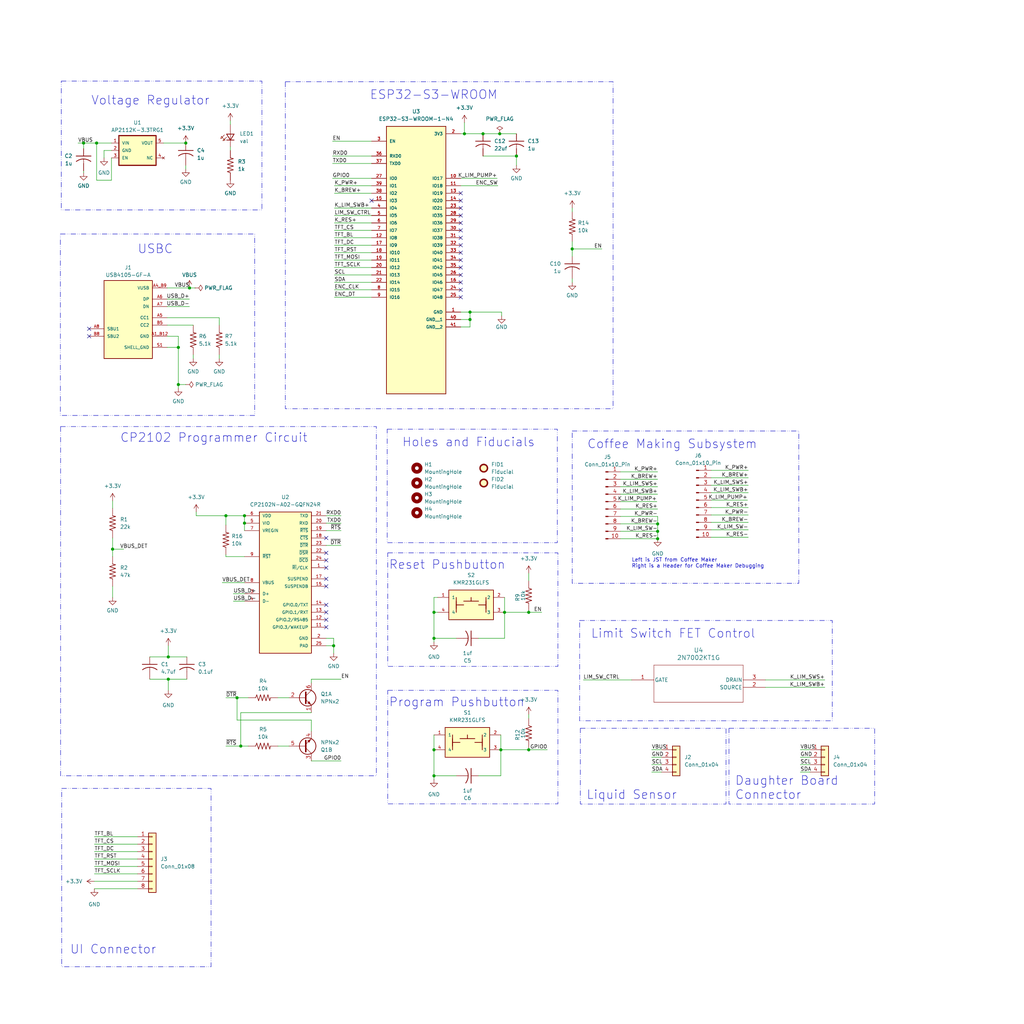
<source format=kicad_sch>
(kicad_sch (version 20230121) (generator eeschema)

  (uuid 2166a07e-4970-4bd7-bb48-d9da29e5763b)

  (paper "User" 350.012 350.012)

  (lib_symbols
    (symbol "#EESD:C" (in_bom yes) (on_board yes)
      (property "Reference" "C" (at -1.27 1.27 0)
        (effects (font (size 1.27 1.27)))
      )
      (property "Value" "val" (at -2.54 -2.54 0)
        (effects (font (size 1.27 1.27)))
      )
      (property "Footprint" "" (at 0 0 0)
        (effects (font (size 1.27 1.27)) hide)
      )
      (property "Datasheet" "" (at 0 0 0)
        (effects (font (size 1.27 1.27)) hide)
      )
      (symbol "C_1_0"
        (arc (start 0 -1.0161) (mid -1.302 -1.2303) (end -2.4668 -1.8504)
          (stroke (width 0.254) (type solid))
          (fill (type none))
        )
        (polyline
          (pts
            (xy -2.54 0)
            (xy 2.54 0)
          )
          (stroke (width 0.254) (type solid))
          (fill (type none))
        )
        (polyline
          (pts
            (xy 0 -1.016)
            (xy 0 -2.54)
          )
          (stroke (width 0.1524) (type solid))
          (fill (type none))
        )
        (arc (start 2.4892 -1.8541) (mid 1.3158 -1.2194) (end 0 -1)
          (stroke (width 0.254) (type solid))
          (fill (type none))
        )
        (pin passive line (at 0 2.54 270) (length 2.54)
          (name "1" (effects (font (size 0 0))))
          (number "1" (effects (font (size 0 0))))
        )
        (pin passive line (at 0 -5.08 90) (length 2.54)
          (name "2" (effects (font (size 0 0))))
          (number "2" (effects (font (size 0 0))))
        )
      )
    )
    (symbol "#EESD:CP2102N-A02-GQFN24R" (pin_names (offset 1.016)) (in_bom yes) (on_board yes)
      (property "Reference" "U" (at -0.635 23.8506 0)
        (effects (font (size 1.27 1.27)) (justify left bottom))
      )
      (property "Value" "CP2102N-A02-GQFN24R" (at -17.78 -27.94 0)
        (effects (font (size 1.27 1.27)) (justify left bottom))
      )
      (property "Footprint" "QFN50P400X400X80-25N" (at -8.89 10.16 0)
        (effects (font (size 1.27 1.27)) (justify left bottom) hide)
      )
      (property "Datasheet" "" (at 0 0 0)
        (effects (font (size 1.27 1.27)) (justify left bottom) hide)
      )
      (symbol "CP2102N-A02-GQFN24R_0_0"
        (pin bidirectional line (at 22.86 3.81 180) (length 5.08)
          (name "~{RI}/CLK" (effects (font (size 1.016 1.016))))
          (number "1" (effects (font (size 1.016 1.016))))
        )
        (pin bidirectional line (at 22.86 -16.51 180) (length 5.08)
          (name "GPIO.3/WAKEUP" (effects (font (size 1.016 1.016))))
          (number "11" (effects (font (size 1.016 1.016))))
        )
        (pin bidirectional line (at 22.86 -13.97 180) (length 5.08)
          (name "GPIO.2/RS485" (effects (font (size 1.016 1.016))))
          (number "12" (effects (font (size 1.016 1.016))))
        )
        (pin bidirectional line (at 22.86 -11.43 180) (length 5.08)
          (name "GPIO.1/RXT" (effects (font (size 1.016 1.016))))
          (number "13" (effects (font (size 1.016 1.016))))
        )
        (pin bidirectional line (at 22.86 -8.89 180) (length 5.08)
          (name "GPIO.0/TXT" (effects (font (size 1.016 1.016))))
          (number "14" (effects (font (size 1.016 1.016))))
        )
        (pin output line (at 22.86 -2.54 180) (length 5.08)
          (name "SUSPENDB" (effects (font (size 1.016 1.016))))
          (number "15" (effects (font (size 1.016 1.016))))
        )
        (pin output line (at 22.86 0 180) (length 5.08)
          (name "SUSPEND" (effects (font (size 1.016 1.016))))
          (number "17" (effects (font (size 1.016 1.016))))
        )
        (pin input line (at 22.86 13.97 180) (length 5.08)
          (name "~{CTS}" (effects (font (size 1.016 1.016))))
          (number "18" (effects (font (size 1.016 1.016))))
        )
        (pin output line (at 22.86 16.51 180) (length 5.08)
          (name "~{RTS}" (effects (font (size 1.016 1.016))))
          (number "19" (effects (font (size 1.016 1.016))))
        )
        (pin power_in line (at 22.86 -20.32 180) (length 5.08)
          (name "GND" (effects (font (size 1.016 1.016))))
          (number "2" (effects (font (size 1.016 1.016))))
        )
        (pin input line (at 22.86 19.05 180) (length 5.08)
          (name "RXD" (effects (font (size 1.016 1.016))))
          (number "20" (effects (font (size 1.016 1.016))))
        )
        (pin output line (at 22.86 21.59 180) (length 5.08)
          (name "TXD" (effects (font (size 1.016 1.016))))
          (number "21" (effects (font (size 1.016 1.016))))
        )
        (pin input line (at 22.86 8.89 180) (length 5.08)
          (name "~{DSR}" (effects (font (size 1.016 1.016))))
          (number "22" (effects (font (size 1.016 1.016))))
        )
        (pin output line (at 22.86 11.43 180) (length 5.08)
          (name "~{DTR}" (effects (font (size 1.016 1.016))))
          (number "23" (effects (font (size 1.016 1.016))))
        )
        (pin input line (at 22.86 6.35 180) (length 5.08)
          (name "~{DCD}" (effects (font (size 1.016 1.016))))
          (number "24" (effects (font (size 1.016 1.016))))
        )
        (pin bidirectional line (at -5.08 -5.08 0) (length 5.08)
          (name "D+" (effects (font (size 1.016 1.016))))
          (number "3" (effects (font (size 1.016 1.016))))
        )
        (pin bidirectional line (at -5.08 -7.62 0) (length 5.08)
          (name "D-" (effects (font (size 1.016 1.016))))
          (number "4" (effects (font (size 1.016 1.016))))
        )
        (pin power_in line (at -5.08 19.05 0) (length 5.08)
          (name "VIO" (effects (font (size 1.016 1.016))))
          (number "5" (effects (font (size 1.016 1.016))))
        )
        (pin power_in line (at -5.08 21.59 0) (length 5.08)
          (name "VDD" (effects (font (size 1.016 1.016))))
          (number "6" (effects (font (size 1.016 1.016))))
        )
        (pin input line (at -5.08 16.51 0) (length 5.08)
          (name "VREGIN" (effects (font (size 1.016 1.016))))
          (number "7" (effects (font (size 1.016 1.016))))
        )
        (pin input line (at -5.08 -1.27 0) (length 5.08)
          (name "VBUS" (effects (font (size 1.016 1.016))))
          (number "8" (effects (font (size 1.016 1.016))))
        )
        (pin bidirectional line (at -5.08 7.62 0) (length 5.08)
          (name "~{RST}" (effects (font (size 1.016 1.016))))
          (number "9" (effects (font (size 1.016 1.016))))
        )
      )
      (symbol "CP2102N-A02-GQFN24R_1_0"
        (rectangle (start 0 22.86) (end 17.78 -25.4)
          (stroke (width 0.254) (type solid))
          (fill (type background))
        )
      )
      (symbol "CP2102N-A02-GQFN24R_1_1"
        (pin passive line (at 22.86 -22.86 180) (length 5.08)
          (name "PAD" (effects (font (size 1.016 1.016))))
          (number "25" (effects (font (size 1.016 1.016))))
        )
      )
    )
    (symbol "#EESD:MBT3904" (pin_names hide) (in_bom yes) (on_board yes)
      (property "Reference" "Q" (at -2.54 5.08 0)
        (effects (font (size 1.27 1.27)))
      )
      (property "Value" "NPNx2" (at -5.08 -2.54 0)
        (effects (font (size 1.27 1.27)))
      )
      (property "Footprint" "" (at 0 0 0)
        (effects (font (size 1.27 1.27)) hide)
      )
      (property "Datasheet" "" (at 0 0 0)
        (effects (font (size 1.27 1.27)) hide)
      )
      (property "ki_locked" "" (at 0 0 0)
        (effects (font (size 1.27 1.27)))
      )
      (symbol "MBT3904_0_1"
        (polyline
          (pts
            (xy -0.635 0)
            (xy -3.81 0)
          )
          (stroke (width 0) (type default))
          (fill (type none))
        )
        (polyline
          (pts
            (xy -0.635 0.635)
            (xy 1.27 2.54)
          )
          (stroke (width 0) (type default))
          (fill (type none))
        )
        (polyline
          (pts
            (xy -0.635 -0.635)
            (xy 1.27 -2.54)
            (xy 1.27 -2.54)
          )
          (stroke (width 0) (type default))
          (fill (type none))
        )
        (polyline
          (pts
            (xy -0.635 1.905)
            (xy -0.635 -1.905)
            (xy -0.635 -1.905)
          )
          (stroke (width 0.508) (type default))
          (fill (type none))
        )
        (polyline
          (pts
            (xy 0 -1.778)
            (xy 0.508 -1.27)
            (xy 1.016 -2.286)
            (xy 0 -1.778)
            (xy 0 -1.778)
          )
          (stroke (width 0) (type default))
          (fill (type outline))
        )
        (circle (center 0 0) (radius 2.8194)
          (stroke (width 0.254) (type default))
          (fill (type none))
        )
      )
      (symbol "MBT3904_1_1"
        (pin passive line (at 1.27 -5.08 90) (length 2.54)
          (name "E1" (effects (font (size 1.27 1.27))))
          (number "1" (effects (font (size 1.27 1.27))))
        )
        (pin input line (at -6.35 0 0) (length 2.54)
          (name "B1" (effects (font (size 1.27 1.27))))
          (number "2" (effects (font (size 1.27 1.27))))
        )
        (pin passive line (at 1.27 5.08 270) (length 2.54)
          (name "C1" (effects (font (size 1.27 1.27))))
          (number "6" (effects (font (size 1.27 1.27))))
        )
      )
      (symbol "MBT3904_2_1"
        (pin passive line (at 1.27 5.08 270) (length 2.54)
          (name "C2" (effects (font (size 1.27 1.27))))
          (number "3" (effects (font (size 1.27 1.27))))
        )
        (pin passive line (at 1.27 -5.08 90) (length 2.54)
          (name "E2" (effects (font (size 1.27 1.27))))
          (number "4" (effects (font (size 1.27 1.27))))
        )
        (pin passive line (at -6.35 0 0) (length 2.54)
          (name "B2" (effects (font (size 1.27 1.27))))
          (number "5" (effects (font (size 1.27 1.27))))
        )
      )
    )
    (symbol "#EESD:R" (in_bom yes) (on_board yes)
      (property "Reference" "R" (at -1.27 2.54 0)
        (effects (font (size 1.27 1.27)))
      )
      (property "Value" "val" (at -1.27 -2.54 0)
        (effects (font (size 1.27 1.27)))
      )
      (property "Footprint" "" (at 0 0 0)
        (effects (font (size 1.27 1.27)) hide)
      )
      (property "Datasheet" "" (at 0 0 0)
        (effects (font (size 1.27 1.27)) hide)
      )
      (symbol "R_1_0"
        (polyline
          (pts
            (xy -2.54 0)
            (xy -2.159 1.016)
          )
          (stroke (width 0.2032) (type solid))
          (fill (type none))
        )
        (polyline
          (pts
            (xy -2.159 1.016)
            (xy -1.524 -1.016)
          )
          (stroke (width 0.2032) (type solid))
          (fill (type none))
        )
        (polyline
          (pts
            (xy -1.524 -1.016)
            (xy -0.889 1.016)
          )
          (stroke (width 0.2032) (type solid))
          (fill (type none))
        )
        (polyline
          (pts
            (xy -0.889 1.016)
            (xy -0.254 -1.016)
          )
          (stroke (width 0.2032) (type solid))
          (fill (type none))
        )
        (polyline
          (pts
            (xy -0.254 -1.016)
            (xy 0.381 1.016)
          )
          (stroke (width 0.2032) (type solid))
          (fill (type none))
        )
        (polyline
          (pts
            (xy 0.381 1.016)
            (xy 1.016 -1.016)
          )
          (stroke (width 0.2032) (type solid))
          (fill (type none))
        )
        (polyline
          (pts
            (xy 1.016 -1.016)
            (xy 1.651 1.016)
          )
          (stroke (width 0.2032) (type solid))
          (fill (type none))
        )
        (polyline
          (pts
            (xy 1.651 1.016)
            (xy 2.286 -1.016)
          )
          (stroke (width 0.2032) (type solid))
          (fill (type none))
        )
        (polyline
          (pts
            (xy 2.286 -1.016)
            (xy 2.54 0)
          )
          (stroke (width 0.2032) (type solid))
          (fill (type none))
        )
        (pin passive line (at -5.08 0 0) (length 2.54)
          (name "1" (effects (font (size 0 0))))
          (number "1" (effects (font (size 0 0))))
        )
        (pin passive line (at 5.08 0 180) (length 2.54)
          (name "2" (effects (font (size 0 0))))
          (number "2" (effects (font (size 0 0))))
        )
      )
    )
    (symbol "2024-04-04_00-49-46:2N7002KT1G" (pin_names (offset 0.254)) (in_bom yes) (on_board yes)
      (property "Reference" "U" (at 22.86 10.16 0)
        (effects (font (size 1.524 1.524)))
      )
      (property "Value" "2N7002KT1G" (at 22.86 7.62 0)
        (effects (font (size 1.524 1.524)))
      )
      (property "Footprint" "SOT-23_ONS" (at 0 0 0)
        (effects (font (size 1.27 1.27) italic) hide)
      )
      (property "Datasheet" "2N7002KT1G" (at 0 0 0)
        (effects (font (size 1.27 1.27) italic) hide)
      )
      (property "ki_locked" "" (at 0 0 0)
        (effects (font (size 1.27 1.27)))
      )
      (property "ki_keywords" "2N7002KT1G" (at 0 0 0)
        (effects (font (size 1.27 1.27)) hide)
      )
      (property "ki_fp_filters" "SOT-23_ONS SOT-23_ONS-M SOT-23_ONS-L" (at 0 0 0)
        (effects (font (size 1.27 1.27)) hide)
      )
      (symbol "2N7002KT1G_0_1"
        (polyline
          (pts
            (xy 7.62 -7.62)
            (xy 38.1 -7.62)
          )
          (stroke (width 0.127) (type default))
          (fill (type none))
        )
        (polyline
          (pts
            (xy 7.62 5.08)
            (xy 7.62 -7.62)
          )
          (stroke (width 0.127) (type default))
          (fill (type none))
        )
        (polyline
          (pts
            (xy 38.1 -7.62)
            (xy 38.1 5.08)
          )
          (stroke (width 0.127) (type default))
          (fill (type none))
        )
        (polyline
          (pts
            (xy 38.1 5.08)
            (xy 7.62 5.08)
          )
          (stroke (width 0.127) (type default))
          (fill (type none))
        )
        (pin unspecified line (at 0 0 0) (length 7.62)
          (name "GATE" (effects (font (size 1.27 1.27))))
          (number "1" (effects (font (size 1.27 1.27))))
        )
        (pin unspecified line (at 45.72 -2.54 180) (length 7.62)
          (name "SOURCE" (effects (font (size 1.27 1.27))))
          (number "2" (effects (font (size 1.27 1.27))))
        )
        (pin unspecified line (at 45.72 0 180) (length 7.62)
          (name "DRAIN" (effects (font (size 1.27 1.27))))
          (number "3" (effects (font (size 1.27 1.27))))
        )
      )
    )
    (symbol "Connector:Conn_01x10_Pin" (pin_names (offset 1.016) hide) (in_bom yes) (on_board yes)
      (property "Reference" "J" (at 0 12.7 0)
        (effects (font (size 1.27 1.27)))
      )
      (property "Value" "Conn_01x10_Pin" (at 0 -15.24 0)
        (effects (font (size 1.27 1.27)))
      )
      (property "Footprint" "" (at 0 0 0)
        (effects (font (size 1.27 1.27)) hide)
      )
      (property "Datasheet" "~" (at 0 0 0)
        (effects (font (size 1.27 1.27)) hide)
      )
      (property "ki_locked" "" (at 0 0 0)
        (effects (font (size 1.27 1.27)))
      )
      (property "ki_keywords" "connector" (at 0 0 0)
        (effects (font (size 1.27 1.27)) hide)
      )
      (property "ki_description" "Generic connector, single row, 01x10, script generated" (at 0 0 0)
        (effects (font (size 1.27 1.27)) hide)
      )
      (property "ki_fp_filters" "Connector*:*_1x??_*" (at 0 0 0)
        (effects (font (size 1.27 1.27)) hide)
      )
      (symbol "Conn_01x10_Pin_1_1"
        (polyline
          (pts
            (xy 1.27 -12.7)
            (xy 0.8636 -12.7)
          )
          (stroke (width 0.1524) (type default))
          (fill (type none))
        )
        (polyline
          (pts
            (xy 1.27 -10.16)
            (xy 0.8636 -10.16)
          )
          (stroke (width 0.1524) (type default))
          (fill (type none))
        )
        (polyline
          (pts
            (xy 1.27 -7.62)
            (xy 0.8636 -7.62)
          )
          (stroke (width 0.1524) (type default))
          (fill (type none))
        )
        (polyline
          (pts
            (xy 1.27 -5.08)
            (xy 0.8636 -5.08)
          )
          (stroke (width 0.1524) (type default))
          (fill (type none))
        )
        (polyline
          (pts
            (xy 1.27 -2.54)
            (xy 0.8636 -2.54)
          )
          (stroke (width 0.1524) (type default))
          (fill (type none))
        )
        (polyline
          (pts
            (xy 1.27 0)
            (xy 0.8636 0)
          )
          (stroke (width 0.1524) (type default))
          (fill (type none))
        )
        (polyline
          (pts
            (xy 1.27 2.54)
            (xy 0.8636 2.54)
          )
          (stroke (width 0.1524) (type default))
          (fill (type none))
        )
        (polyline
          (pts
            (xy 1.27 5.08)
            (xy 0.8636 5.08)
          )
          (stroke (width 0.1524) (type default))
          (fill (type none))
        )
        (polyline
          (pts
            (xy 1.27 7.62)
            (xy 0.8636 7.62)
          )
          (stroke (width 0.1524) (type default))
          (fill (type none))
        )
        (polyline
          (pts
            (xy 1.27 10.16)
            (xy 0.8636 10.16)
          )
          (stroke (width 0.1524) (type default))
          (fill (type none))
        )
        (rectangle (start 0.8636 -12.573) (end 0 -12.827)
          (stroke (width 0.1524) (type default))
          (fill (type outline))
        )
        (rectangle (start 0.8636 -10.033) (end 0 -10.287)
          (stroke (width 0.1524) (type default))
          (fill (type outline))
        )
        (rectangle (start 0.8636 -7.493) (end 0 -7.747)
          (stroke (width 0.1524) (type default))
          (fill (type outline))
        )
        (rectangle (start 0.8636 -4.953) (end 0 -5.207)
          (stroke (width 0.1524) (type default))
          (fill (type outline))
        )
        (rectangle (start 0.8636 -2.413) (end 0 -2.667)
          (stroke (width 0.1524) (type default))
          (fill (type outline))
        )
        (rectangle (start 0.8636 0.127) (end 0 -0.127)
          (stroke (width 0.1524) (type default))
          (fill (type outline))
        )
        (rectangle (start 0.8636 2.667) (end 0 2.413)
          (stroke (width 0.1524) (type default))
          (fill (type outline))
        )
        (rectangle (start 0.8636 5.207) (end 0 4.953)
          (stroke (width 0.1524) (type default))
          (fill (type outline))
        )
        (rectangle (start 0.8636 7.747) (end 0 7.493)
          (stroke (width 0.1524) (type default))
          (fill (type outline))
        )
        (rectangle (start 0.8636 10.287) (end 0 10.033)
          (stroke (width 0.1524) (type default))
          (fill (type outline))
        )
        (pin passive line (at 5.08 10.16 180) (length 3.81)
          (name "Pin_1" (effects (font (size 1.27 1.27))))
          (number "1" (effects (font (size 1.27 1.27))))
        )
        (pin passive line (at 5.08 -12.7 180) (length 3.81)
          (name "Pin_10" (effects (font (size 1.27 1.27))))
          (number "10" (effects (font (size 1.27 1.27))))
        )
        (pin passive line (at 5.08 7.62 180) (length 3.81)
          (name "Pin_2" (effects (font (size 1.27 1.27))))
          (number "2" (effects (font (size 1.27 1.27))))
        )
        (pin passive line (at 5.08 5.08 180) (length 3.81)
          (name "Pin_3" (effects (font (size 1.27 1.27))))
          (number "3" (effects (font (size 1.27 1.27))))
        )
        (pin passive line (at 5.08 2.54 180) (length 3.81)
          (name "Pin_4" (effects (font (size 1.27 1.27))))
          (number "4" (effects (font (size 1.27 1.27))))
        )
        (pin passive line (at 5.08 0 180) (length 3.81)
          (name "Pin_5" (effects (font (size 1.27 1.27))))
          (number "5" (effects (font (size 1.27 1.27))))
        )
        (pin passive line (at 5.08 -2.54 180) (length 3.81)
          (name "Pin_6" (effects (font (size 1.27 1.27))))
          (number "6" (effects (font (size 1.27 1.27))))
        )
        (pin passive line (at 5.08 -5.08 180) (length 3.81)
          (name "Pin_7" (effects (font (size 1.27 1.27))))
          (number "7" (effects (font (size 1.27 1.27))))
        )
        (pin passive line (at 5.08 -7.62 180) (length 3.81)
          (name "Pin_8" (effects (font (size 1.27 1.27))))
          (number "8" (effects (font (size 1.27 1.27))))
        )
        (pin passive line (at 5.08 -10.16 180) (length 3.81)
          (name "Pin_9" (effects (font (size 1.27 1.27))))
          (number "9" (effects (font (size 1.27 1.27))))
        )
      )
    )
    (symbol "Connector_Generic:Conn_01x04" (pin_names (offset 1.016) hide) (in_bom yes) (on_board yes)
      (property "Reference" "J" (at 0 5.08 0)
        (effects (font (size 1.27 1.27)))
      )
      (property "Value" "Conn_01x04" (at 0 -7.62 0)
        (effects (font (size 1.27 1.27)))
      )
      (property "Footprint" "" (at 0 0 0)
        (effects (font (size 1.27 1.27)) hide)
      )
      (property "Datasheet" "~" (at 0 0 0)
        (effects (font (size 1.27 1.27)) hide)
      )
      (property "ki_keywords" "connector" (at 0 0 0)
        (effects (font (size 1.27 1.27)) hide)
      )
      (property "ki_description" "Generic connector, single row, 01x04, script generated (kicad-library-utils/schlib/autogen/connector/)" (at 0 0 0)
        (effects (font (size 1.27 1.27)) hide)
      )
      (property "ki_fp_filters" "Connector*:*_1x??_*" (at 0 0 0)
        (effects (font (size 1.27 1.27)) hide)
      )
      (symbol "Conn_01x04_1_1"
        (rectangle (start -1.27 -4.953) (end 0 -5.207)
          (stroke (width 0.1524) (type default))
          (fill (type none))
        )
        (rectangle (start -1.27 -2.413) (end 0 -2.667)
          (stroke (width 0.1524) (type default))
          (fill (type none))
        )
        (rectangle (start -1.27 0.127) (end 0 -0.127)
          (stroke (width 0.1524) (type default))
          (fill (type none))
        )
        (rectangle (start -1.27 2.667) (end 0 2.413)
          (stroke (width 0.1524) (type default))
          (fill (type none))
        )
        (rectangle (start -1.27 3.81) (end 1.27 -6.35)
          (stroke (width 0.254) (type default))
          (fill (type background))
        )
        (pin passive line (at -5.08 2.54 0) (length 3.81)
          (name "Pin_1" (effects (font (size 1.27 1.27))))
          (number "1" (effects (font (size 1.27 1.27))))
        )
        (pin passive line (at -5.08 0 0) (length 3.81)
          (name "Pin_2" (effects (font (size 1.27 1.27))))
          (number "2" (effects (font (size 1.27 1.27))))
        )
        (pin passive line (at -5.08 -2.54 0) (length 3.81)
          (name "Pin_3" (effects (font (size 1.27 1.27))))
          (number "3" (effects (font (size 1.27 1.27))))
        )
        (pin passive line (at -5.08 -5.08 0) (length 3.81)
          (name "Pin_4" (effects (font (size 1.27 1.27))))
          (number "4" (effects (font (size 1.27 1.27))))
        )
      )
    )
    (symbol "Connector_Generic:Conn_01x08" (pin_names (offset 1.016) hide) (in_bom yes) (on_board yes)
      (property "Reference" "J" (at 0 10.16 0)
        (effects (font (size 1.27 1.27)))
      )
      (property "Value" "Conn_01x08" (at 0 -12.7 0)
        (effects (font (size 1.27 1.27)))
      )
      (property "Footprint" "" (at 0 0 0)
        (effects (font (size 1.27 1.27)) hide)
      )
      (property "Datasheet" "~" (at 0 0 0)
        (effects (font (size 1.27 1.27)) hide)
      )
      (property "ki_keywords" "connector" (at 0 0 0)
        (effects (font (size 1.27 1.27)) hide)
      )
      (property "ki_description" "Generic connector, single row, 01x08, script generated (kicad-library-utils/schlib/autogen/connector/)" (at 0 0 0)
        (effects (font (size 1.27 1.27)) hide)
      )
      (property "ki_fp_filters" "Connector*:*_1x??_*" (at 0 0 0)
        (effects (font (size 1.27 1.27)) hide)
      )
      (symbol "Conn_01x08_1_1"
        (rectangle (start -1.27 -10.033) (end 0 -10.287)
          (stroke (width 0.1524) (type default))
          (fill (type none))
        )
        (rectangle (start -1.27 -7.493) (end 0 -7.747)
          (stroke (width 0.1524) (type default))
          (fill (type none))
        )
        (rectangle (start -1.27 -4.953) (end 0 -5.207)
          (stroke (width 0.1524) (type default))
          (fill (type none))
        )
        (rectangle (start -1.27 -2.413) (end 0 -2.667)
          (stroke (width 0.1524) (type default))
          (fill (type none))
        )
        (rectangle (start -1.27 0.127) (end 0 -0.127)
          (stroke (width 0.1524) (type default))
          (fill (type none))
        )
        (rectangle (start -1.27 2.667) (end 0 2.413)
          (stroke (width 0.1524) (type default))
          (fill (type none))
        )
        (rectangle (start -1.27 5.207) (end 0 4.953)
          (stroke (width 0.1524) (type default))
          (fill (type none))
        )
        (rectangle (start -1.27 7.747) (end 0 7.493)
          (stroke (width 0.1524) (type default))
          (fill (type none))
        )
        (rectangle (start -1.27 8.89) (end 1.27 -11.43)
          (stroke (width 0.254) (type default))
          (fill (type background))
        )
        (pin passive line (at -5.08 7.62 0) (length 3.81)
          (name "Pin_1" (effects (font (size 1.27 1.27))))
          (number "1" (effects (font (size 1.27 1.27))))
        )
        (pin passive line (at -5.08 5.08 0) (length 3.81)
          (name "Pin_2" (effects (font (size 1.27 1.27))))
          (number "2" (effects (font (size 1.27 1.27))))
        )
        (pin passive line (at -5.08 2.54 0) (length 3.81)
          (name "Pin_3" (effects (font (size 1.27 1.27))))
          (number "3" (effects (font (size 1.27 1.27))))
        )
        (pin passive line (at -5.08 0 0) (length 3.81)
          (name "Pin_4" (effects (font (size 1.27 1.27))))
          (number "4" (effects (font (size 1.27 1.27))))
        )
        (pin passive line (at -5.08 -2.54 0) (length 3.81)
          (name "Pin_5" (effects (font (size 1.27 1.27))))
          (number "5" (effects (font (size 1.27 1.27))))
        )
        (pin passive line (at -5.08 -5.08 0) (length 3.81)
          (name "Pin_6" (effects (font (size 1.27 1.27))))
          (number "6" (effects (font (size 1.27 1.27))))
        )
        (pin passive line (at -5.08 -7.62 0) (length 3.81)
          (name "Pin_7" (effects (font (size 1.27 1.27))))
          (number "7" (effects (font (size 1.27 1.27))))
        )
        (pin passive line (at -5.08 -10.16 0) (length 3.81)
          (name "Pin_8" (effects (font (size 1.27 1.27))))
          (number "8" (effects (font (size 1.27 1.27))))
        )
      )
    )
    (symbol "EESD:USB4105-GF-A" (pin_names (offset 1.016)) (in_bom yes) (on_board yes)
      (property "Reference" "J" (at -21.59 12.7 0)
        (effects (font (size 1.27 1.27)) (justify left bottom))
      )
      (property "Value" "USB4105-GF-A" (at -21.59 -29.21 0)
        (effects (font (size 1.27 1.27)) (justify left bottom))
      )
      (property "Footprint" "EESDLib:GCT4105" (at -17.78 7.62 0)
        (effects (font (size 1.27 1.27)) (justify left bottom) hide)
      )
      (property "Datasheet" "" (at -6.35 -1.27 0)
        (effects (font (size 1.27 1.27)) (justify left bottom) hide)
      )
      (property "PARTREV" "A3" (at -6.35 -1.27 0)
        (effects (font (size 1.27 1.27)) (justify left bottom) hide)
      )
      (property "STANDARD" "Manufacturer Recommendations" (at -19.05 15.24 0)
        (effects (font (size 1.27 1.27)) (justify left bottom) hide)
      )
      (property "MAXIMUM_PACKAGE_HEIGHT" "3.31 mm" (at -6.35 -1.27 0)
        (effects (font (size 1.27 1.27)) (justify left bottom) hide)
      )
      (property "MANUFACTURER" "GCT" (at -6.35 -1.27 0)
        (effects (font (size 1.27 1.27)) (justify left bottom) hide)
      )
      (symbol "USB4105-GF-A_0_0"
        (rectangle (start -7.62 11.43) (end 8.89 -15.24)
          (stroke (width 0.254) (type solid))
          (fill (type background))
        )
        (pin bidirectional line (at 13.97 -1.27 180) (length 5.08)
          (name "CC1" (effects (font (size 1.016 1.016))))
          (number "A5" (effects (font (size 1.016 1.016))))
        )
        (pin bidirectional line (at -12.7 -5.08 0) (length 5.08)
          (name "SBU1" (effects (font (size 1.016 1.016))))
          (number "A8" (effects (font (size 1.016 1.016))))
        )
        (pin bidirectional line (at 13.97 -3.81 180) (length 5.08)
          (name "CC2" (effects (font (size 1.016 1.016))))
          (number "B5" (effects (font (size 1.016 1.016))))
        )
        (pin bidirectional line (at -12.7 -7.62 0) (length 5.08)
          (name "SBU2" (effects (font (size 1.016 1.016))))
          (number "B8" (effects (font (size 1.016 1.016))))
        )
        (pin power_in line (at 13.97 -11.43 180) (length 5.08)
          (name "SHELL_GND" (effects (font (size 1.016 1.016))))
          (number "S1" (effects (font (size 1.016 1.016))))
        )
      )
      (symbol "USB4105-GF-A_1_0"
        (pin power_in line (at 13.97 -7.62 180) (length 5.08)
          (name "GND" (effects (font (size 1.016 1.016))))
          (number "A1_B12" (effects (font (size 1.016 1.016))))
        )
        (pin power_in line (at 13.97 8.89 180) (length 5.08)
          (name "VUSB" (effects (font (size 1.016 1.016))))
          (number "A4_B9" (effects (font (size 1.016 1.016))))
        )
        (pin bidirectional line (at 13.97 5.08 180) (length 5.08)
          (name "DP" (effects (font (size 1.016 1.016))))
          (number "A6" (effects (font (size 1.016 1.016))))
        )
        (pin bidirectional line (at 13.97 2.54 180) (length 5.08)
          (name "DN" (effects (font (size 1.016 1.016))))
          (number "A7" (effects (font (size 1.016 1.016))))
        )
        (pin power_in line (at 13.97 -7.62 180) (length 5.08) hide
          (name "GND" (effects (font (size 1.016 1.016))))
          (number "B1_A12" (effects (font (size 1.016 1.016))))
        )
        (pin power_in line (at 13.97 8.89 180) (length 5.08) hide
          (name "VUSB" (effects (font (size 1.016 1.016))))
          (number "B4_A9" (effects (font (size 1.016 1.016))))
        )
        (pin bidirectional line (at 13.97 5.08 180) (length 5.08) hide
          (name "DP" (effects (font (size 1.016 1.016))))
          (number "B6" (effects (font (size 1.016 1.016))))
        )
        (pin bidirectional line (at 13.97 2.54 180) (length 5.08) hide
          (name "DN" (effects (font (size 1.016 1.016))))
          (number "B7" (effects (font (size 1.016 1.016))))
        )
        (pin power_in line (at 13.97 -11.43 180) (length 5.08) hide
          (name "SHELL_GND" (effects (font (size 1.016 1.016))))
          (number "S2" (effects (font (size 1.016 1.016))))
        )
        (pin power_in line (at 13.97 -11.43 180) (length 5.08) hide
          (name "SHELL_GND" (effects (font (size 1.016 1.016))))
          (number "S3" (effects (font (size 1.016 1.016))))
        )
        (pin power_in line (at 13.97 -11.43 180) (length 5.08) hide
          (name "SHELL_GND" (effects (font (size 1.016 1.016))))
          (number "S4" (effects (font (size 1.016 1.016))))
        )
      )
    )
    (symbol "EESDLib:AP2112K-3.3TRG1" (pin_names (offset 1.016)) (in_bom yes) (on_board yes)
      (property "Reference" "U" (at -6.35 5.08 0)
        (effects (font (size 1.27 1.27)) (justify left bottom))
      )
      (property "Value" "AP2112K-3.3TRG1" (at -7.62 -7.62 0)
        (effects (font (size 1.27 1.27)) (justify left bottom))
      )
      (property "Footprint" "EESDLib:SOT25" (at -2.54 10.16 0)
        (effects (font (size 1.27 1.27)) (justify left bottom) hide)
      )
      (property "Datasheet" "" (at 0 0 0)
        (effects (font (size 1.27 1.27)) (justify left bottom) hide)
      )
      (property "PARTREV" "2-2" (at -1.27 8.89 0)
        (effects (font (size 1.27 1.27)) (justify left bottom) hide)
      )
      (property "MANUFACTURER" "Diodes Inc." (at -8.89 11.43 0)
        (effects (font (size 1.27 1.27)) (justify left bottom) hide)
      )
      (symbol "AP2112K-3.3TRG1_0_0"
        (rectangle (start -6.35 5.08) (end 6.35 -5.08)
          (stroke (width 0.4064) (type solid))
          (fill (type background))
        )
      )
      (symbol "AP2112K-3.3TRG1_1_0"
        (pin power_in line (at -8.89 2.54 0) (length 2.54)
          (name "VIN" (effects (font (size 1.016 1.016))))
          (number "1" (effects (font (size 1.016 1.016))))
        )
        (pin power_in line (at -8.89 0 0) (length 2.54)
          (name "GND" (effects (font (size 1.016 1.016))))
          (number "2" (effects (font (size 1.016 1.016))))
        )
        (pin input line (at -8.89 -2.54 0) (length 2.54)
          (name "EN" (effects (font (size 1.016 1.016))))
          (number "3" (effects (font (size 1.016 1.016))))
        )
        (pin power_in line (at 8.89 2.54 180) (length 2.54)
          (name "VOUT" (effects (font (size 1.016 1.016))))
          (number "5" (effects (font (size 1.016 1.016))))
        )
      )
      (symbol "AP2112K-3.3TRG1_1_1"
        (pin no_connect line (at 8.89 -2.54 180) (length 2.54)
          (name "NC" (effects (font (size 1.016 1.016))))
          (number "4" (effects (font (size 1.016 1.016))))
        )
      )
    )
    (symbol "EESDLib:C" (in_bom yes) (on_board yes)
      (property "Reference" "C" (at -1.27 1.27 0)
        (effects (font (size 1.27 1.27)))
      )
      (property "Value" "val" (at -2.54 -2.54 0)
        (effects (font (size 1.27 1.27)))
      )
      (property "Footprint" "" (at 0 0 0)
        (effects (font (size 1.27 1.27)) hide)
      )
      (property "Datasheet" "" (at 0 0 0)
        (effects (font (size 1.27 1.27)) hide)
      )
      (symbol "C_1_0"
        (arc (start 0 -1.0161) (mid -1.302 -1.2303) (end -2.4668 -1.8504)
          (stroke (width 0.254) (type solid))
          (fill (type none))
        )
        (polyline
          (pts
            (xy -2.54 0)
            (xy 2.54 0)
          )
          (stroke (width 0.254) (type solid))
          (fill (type none))
        )
        (polyline
          (pts
            (xy 0 -1.016)
            (xy 0 -2.54)
          )
          (stroke (width 0.1524) (type solid))
          (fill (type none))
        )
        (arc (start 2.4892 -1.8541) (mid 1.3158 -1.2194) (end 0 -1)
          (stroke (width 0.254) (type solid))
          (fill (type none))
        )
        (pin passive line (at 0 2.54 270) (length 2.54)
          (name "1" (effects (font (size 0 0))))
          (number "1" (effects (font (size 0 0))))
        )
        (pin passive line (at 0 -5.08 90) (length 2.54)
          (name "2" (effects (font (size 0 0))))
          (number "2" (effects (font (size 0 0))))
        )
      )
    )
    (symbol "EESDLib:KMR231GLFS" (pin_names (offset 1.016)) (in_bom yes) (on_board yes)
      (property "Reference" "S" (at -7.62 5.08 0)
        (effects (font (size 1.27 1.27)) (justify left bottom))
      )
      (property "Value" "KMR231GLFS" (at -7.62 -7.62 0)
        (effects (font (size 1.27 1.27)) (justify left bottom))
      )
      (property "Footprint" "EESDLib:PB4X2" (at 0 0 0)
        (effects (font (size 1.27 1.27)) (justify bottom) hide)
      )
      (property "Datasheet" "" (at 0 0 0)
        (effects (font (size 1.27 1.27)) hide)
      )
      (symbol "KMR231GLFS_0_0"
        (rectangle (start -7.62 -5.08) (end 7.62 5.08)
          (stroke (width 0.254) (type default))
          (fill (type background))
        )
        (polyline
          (pts
            (xy -5.08 0)
            (xy -2.54 0)
          )
          (stroke (width 0.254) (type default))
          (fill (type none))
        )
        (polyline
          (pts
            (xy -5.08 1.27)
            (xy -5.08 0)
          )
          (stroke (width 0.254) (type default))
          (fill (type none))
        )
        (polyline
          (pts
            (xy -2.54 1.27)
            (xy 0 1.27)
          )
          (stroke (width 0.254) (type default))
          (fill (type none))
        )
        (polyline
          (pts
            (xy 0 1.27)
            (xy 0 2.54)
          )
          (stroke (width 0.254) (type default))
          (fill (type none))
        )
        (polyline
          (pts
            (xy 0 1.27)
            (xy 2.54 1.27)
          )
          (stroke (width 0.254) (type default))
          (fill (type none))
        )
        (polyline
          (pts
            (xy 5.08 0)
            (xy 2.54 0)
          )
          (stroke (width 0.254) (type default))
          (fill (type none))
        )
        (polyline
          (pts
            (xy 5.08 0)
            (xy 5.08 -1.27)
          )
          (stroke (width 0.254) (type default))
          (fill (type none))
        )
        (polyline
          (pts
            (xy 5.08 1.27)
            (xy 5.08 0)
          )
          (stroke (width 0.254) (type default))
          (fill (type none))
        )
      )
      (symbol "KMR231GLFS_1_0"
        (polyline
          (pts
            (xy -5.08 0)
            (xy -5.08 -1.27)
          )
          (stroke (width 0.254) (type default))
          (fill (type none))
        )
        (pin bidirectional line (at -11.43 2.54 0) (length 3.81)
          (name "1" (effects (font (size 1.016 1.016))))
          (number "1" (effects (font (size 1.016 1.016))))
        )
        (pin bidirectional line (at 11.43 2.54 180) (length 3.81)
          (name "2" (effects (font (size 1.016 1.016))))
          (number "2" (effects (font (size 1.016 1.016))))
        )
        (pin bidirectional line (at 11.43 -2.54 180) (length 3.81)
          (name "3" (effects (font (size 1.016 1.016))))
          (number "3" (effects (font (size 1.016 1.016))))
        )
        (pin bidirectional line (at -11.43 -2.54 0) (length 3.81)
          (name "4" (effects (font (size 1.016 1.016))))
          (number "4" (effects (font (size 1.016 1.016))))
        )
      )
      (symbol "KMR231GLFS_1_1"
        (polyline
          (pts
            (xy -5.08 2.54)
            (xy -5.08 -2.54)
          )
          (stroke (width 0.254) (type default))
          (fill (type none))
        )
        (polyline
          (pts
            (xy 5.08 2.54)
            (xy 5.08 -2.54)
          )
          (stroke (width 0.254) (type default))
          (fill (type none))
        )
      )
    )
    (symbol "EESDLib:LED" (pin_numbers hide) (pin_names (offset 1.016) hide) (in_bom yes) (on_board yes)
      (property "Reference" "LED" (at -3.81 -2.54 0)
        (effects (font (size 1.27 1.27)) (justify left bottom))
      )
      (property "Value" "val" (at -3.81 1.27 0)
        (effects (font (size 1.27 1.27)) (justify left bottom))
      )
      (property "Footprint" "0603" (at 0 0 0)
        (effects (font (size 1.27 1.27)) (justify left bottom) hide)
      )
      (property "Datasheet" "" (at 0 0 90)
        (effects (font (size 1.27 1.27)) (justify left bottom) hide)
      )
      (symbol "LED_0_0"
        (polyline
          (pts
            (xy -0.254 -1.27)
            (xy -0.254 0)
          )
          (stroke (width 0.254) (type solid))
          (fill (type none))
        )
        (polyline
          (pts
            (xy -0.254 0)
            (xy 1.778 1.27)
          )
          (stroke (width 0.254) (type solid))
          (fill (type none))
        )
        (polyline
          (pts
            (xy 0.762 1.27)
            (xy -0.127 2.159)
          )
          (stroke (width 0.1524) (type solid))
          (fill (type none))
        )
        (polyline
          (pts
            (xy 1.524 2.032)
            (xy 0.635 2.921)
          )
          (stroke (width 0.1524) (type solid))
          (fill (type none))
        )
        (polyline
          (pts
            (xy 1.778 -1.27)
            (xy -0.254 0)
          )
          (stroke (width 0.254) (type solid))
          (fill (type none))
        )
        (polyline
          (pts
            (xy 1.778 -1.27)
            (xy 1.778 1.27)
          )
          (stroke (width 0.254) (type solid))
          (fill (type none))
        )
        (polyline
          (pts
            (xy 0.254 2.286)
            (xy -0.508 2.54)
            (xy -0.254 1.778)
            (xy 0.254 2.286)
          )
          (stroke (width 0.1524) (type solid))
          (fill (type background))
        )
        (polyline
          (pts
            (xy 1.016 3.048)
            (xy 0.254 3.302)
            (xy 0.508 2.54)
            (xy 1.016 3.048)
          )
          (stroke (width 0.1524) (type solid))
          (fill (type background))
        )
      )
      (symbol "LED_1_0"
        (polyline
          (pts
            (xy -0.254 0)
            (xy -0.254 1.27)
          )
          (stroke (width 0.254) (type solid))
          (fill (type none))
        )
        (pin passive line (at -2.54 0 0) (length 2.54)
          (name "C" (effects (font (size 1.016 1.016))))
          (number "1" (effects (font (size 1.016 1.016))))
        )
        (pin passive line (at 5.08 0 180) (length 5.08)
          (name "A" (effects (font (size 1.016 1.016))))
          (number "2" (effects (font (size 1.016 1.016))))
        )
      )
    )
    (symbol "EESDLib:R" (in_bom yes) (on_board yes)
      (property "Reference" "R" (at -1.27 2.54 0)
        (effects (font (size 1.27 1.27)))
      )
      (property "Value" "val" (at -1.27 -2.54 0)
        (effects (font (size 1.27 1.27)))
      )
      (property "Footprint" "" (at 0 0 0)
        (effects (font (size 1.27 1.27)) hide)
      )
      (property "Datasheet" "" (at 0 0 0)
        (effects (font (size 1.27 1.27)) hide)
      )
      (symbol "R_1_0"
        (polyline
          (pts
            (xy -2.54 0)
            (xy -2.159 1.016)
          )
          (stroke (width 0.2032) (type solid))
          (fill (type none))
        )
        (polyline
          (pts
            (xy -2.159 1.016)
            (xy -1.524 -1.016)
          )
          (stroke (width 0.2032) (type solid))
          (fill (type none))
        )
        (polyline
          (pts
            (xy -1.524 -1.016)
            (xy -0.889 1.016)
          )
          (stroke (width 0.2032) (type solid))
          (fill (type none))
        )
        (polyline
          (pts
            (xy -0.889 1.016)
            (xy -0.254 -1.016)
          )
          (stroke (width 0.2032) (type solid))
          (fill (type none))
        )
        (polyline
          (pts
            (xy -0.254 -1.016)
            (xy 0.381 1.016)
          )
          (stroke (width 0.2032) (type solid))
          (fill (type none))
        )
        (polyline
          (pts
            (xy 0.381 1.016)
            (xy 1.016 -1.016)
          )
          (stroke (width 0.2032) (type solid))
          (fill (type none))
        )
        (polyline
          (pts
            (xy 1.016 -1.016)
            (xy 1.651 1.016)
          )
          (stroke (width 0.2032) (type solid))
          (fill (type none))
        )
        (polyline
          (pts
            (xy 1.651 1.016)
            (xy 2.286 -1.016)
          )
          (stroke (width 0.2032) (type solid))
          (fill (type none))
        )
        (polyline
          (pts
            (xy 2.286 -1.016)
            (xy 2.54 0)
          )
          (stroke (width 0.2032) (type solid))
          (fill (type none))
        )
        (pin passive line (at -5.08 0 0) (length 2.54)
          (name "1" (effects (font (size 0 0))))
          (number "1" (effects (font (size 0 0))))
        )
        (pin passive line (at 5.08 0 180) (length 2.54)
          (name "2" (effects (font (size 0 0))))
          (number "2" (effects (font (size 0 0))))
        )
      )
    )
    (symbol "ESP32-S3-WROOM-1-N4:ESP32-S3-WROOM-1-N4" (pin_names (offset 1.016)) (in_bom yes) (on_board yes)
      (property "Reference" "U3" (at 0 38.1 0)
        (effects (font (size 1.27 1.27)))
      )
      (property "Value" "ESP32-S3-WROOM-1-N4" (at 0 35.56 0)
        (effects (font (size 1.27 1.27)))
      )
      (property "Footprint" "EESDLib_Updated:ESP32-S3-Wroom-1" (at 0 0 0)
        (effects (font (size 1.27 1.27)) (justify bottom) hide)
      )
      (property "Datasheet" "" (at 0 0 0)
        (effects (font (size 1.27 1.27)) hide)
      )
      (property "MANUFACTURER" "Espressif" (at 0 0 0)
        (effects (font (size 1.27 1.27)) (justify bottom) hide)
      )
      (property "PARTREV" "v1.0" (at 0 0 0)
        (effects (font (size 1.27 1.27)) (justify bottom) hide)
      )
      (property "MAXIMUM_PACKAGE_HEIGHT" "3.25mm" (at 0 0 0)
        (effects (font (size 1.27 1.27)) (justify bottom) hide)
      )
      (property "STANDARD" "Manufacturer Recommendations" (at 0 0 0)
        (effects (font (size 1.27 1.27)) (justify bottom) hide)
      )
      (symbol "ESP32-S3-WROOM-1-N4_0_0"
        (rectangle (start -10.16 -58.42) (end 10.16 33.02)
          (stroke (width 0.254) (type default))
          (fill (type background))
        )
        (pin power_in line (at 15.24 -30.48 180) (length 5.08)
          (name "GND" (effects (font (size 1.016 1.016))))
          (number "1" (effects (font (size 1.016 1.016))))
        )
        (pin bidirectional line (at 15.24 15.24 180) (length 5.08)
          (name "IO17" (effects (font (size 1.016 1.016))))
          (number "10" (effects (font (size 1.016 1.016))))
        )
        (pin bidirectional line (at 15.24 12.7 180) (length 5.08)
          (name "IO18" (effects (font (size 1.016 1.016))))
          (number "11" (effects (font (size 1.016 1.016))))
        )
        (pin bidirectional line (at -15.24 -5.08 0) (length 5.08)
          (name "IO8" (effects (font (size 1.016 1.016))))
          (number "12" (effects (font (size 1.016 1.016))))
        )
        (pin bidirectional line (at 15.24 10.16 180) (length 5.08)
          (name "IO19" (effects (font (size 1.016 1.016))))
          (number "13" (effects (font (size 1.016 1.016))))
        )
        (pin bidirectional line (at 15.24 7.62 180) (length 5.08)
          (name "IO20" (effects (font (size 1.016 1.016))))
          (number "14" (effects (font (size 1.016 1.016))))
        )
        (pin bidirectional line (at -15.24 7.62 0) (length 5.08)
          (name "IO3" (effects (font (size 1.016 1.016))))
          (number "15" (effects (font (size 1.016 1.016))))
        )
        (pin bidirectional line (at 15.24 -20.32 180) (length 5.08)
          (name "IO46" (effects (font (size 1.016 1.016))))
          (number "16" (effects (font (size 1.016 1.016))))
        )
        (pin bidirectional line (at -15.24 -7.62 0) (length 5.08)
          (name "IO9" (effects (font (size 1.016 1.016))))
          (number "17" (effects (font (size 1.016 1.016))))
        )
        (pin bidirectional line (at -15.24 -10.16 0) (length 5.08)
          (name "IO10" (effects (font (size 1.016 1.016))))
          (number "18" (effects (font (size 1.016 1.016))))
        )
        (pin bidirectional line (at -15.24 -12.7 0) (length 5.08)
          (name "IO11" (effects (font (size 1.016 1.016))))
          (number "19" (effects (font (size 1.016 1.016))))
        )
        (pin power_in line (at 15.24 30.48 180) (length 5.08)
          (name "3V3" (effects (font (size 1.016 1.016))))
          (number "2" (effects (font (size 1.016 1.016))))
        )
        (pin bidirectional line (at -15.24 -15.24 0) (length 5.08)
          (name "IO12" (effects (font (size 1.016 1.016))))
          (number "20" (effects (font (size 1.016 1.016))))
        )
        (pin bidirectional line (at -15.24 -17.78 0) (length 5.08)
          (name "IO13" (effects (font (size 1.016 1.016))))
          (number "21" (effects (font (size 1.016 1.016))))
        )
        (pin bidirectional line (at -15.24 -20.32 0) (length 5.08)
          (name "IO14" (effects (font (size 1.016 1.016))))
          (number "22" (effects (font (size 1.016 1.016))))
        )
        (pin bidirectional line (at 15.24 5.08 180) (length 5.08)
          (name "IO21" (effects (font (size 1.016 1.016))))
          (number "23" (effects (font (size 1.016 1.016))))
        )
        (pin bidirectional line (at 15.24 -22.86 180) (length 5.08)
          (name "IO47" (effects (font (size 1.016 1.016))))
          (number "24" (effects (font (size 1.016 1.016))))
        )
        (pin bidirectional line (at 15.24 -25.4 180) (length 5.08)
          (name "IO48" (effects (font (size 1.016 1.016))))
          (number "25" (effects (font (size 1.016 1.016))))
        )
        (pin bidirectional line (at 15.24 -17.78 180) (length 5.08)
          (name "IO45" (effects (font (size 1.016 1.016))))
          (number "26" (effects (font (size 1.016 1.016))))
        )
        (pin bidirectional line (at -15.24 15.24 0) (length 5.08)
          (name "IO0" (effects (font (size 1.016 1.016))))
          (number "27" (effects (font (size 1.016 1.016))))
        )
        (pin bidirectional line (at 15.24 2.54 180) (length 5.08)
          (name "IO35" (effects (font (size 1.016 1.016))))
          (number "28" (effects (font (size 1.016 1.016))))
        )
        (pin bidirectional line (at 15.24 0 180) (length 5.08)
          (name "IO36" (effects (font (size 1.016 1.016))))
          (number "29" (effects (font (size 1.016 1.016))))
        )
        (pin input line (at -15.24 27.94 0) (length 5.08)
          (name "EN" (effects (font (size 1.016 1.016))))
          (number "3" (effects (font (size 1.016 1.016))))
        )
        (pin bidirectional line (at 15.24 -2.54 180) (length 5.08)
          (name "IO37" (effects (font (size 1.016 1.016))))
          (number "30" (effects (font (size 1.016 1.016))))
        )
        (pin bidirectional line (at 15.24 -5.08 180) (length 5.08)
          (name "IO38" (effects (font (size 1.016 1.016))))
          (number "31" (effects (font (size 1.016 1.016))))
        )
        (pin bidirectional line (at 15.24 -7.62 180) (length 5.08)
          (name "IO39" (effects (font (size 1.016 1.016))))
          (number "32" (effects (font (size 1.016 1.016))))
        )
        (pin bidirectional line (at 15.24 -10.16 180) (length 5.08)
          (name "IO40" (effects (font (size 1.016 1.016))))
          (number "33" (effects (font (size 1.016 1.016))))
        )
        (pin bidirectional line (at 15.24 -12.7 180) (length 5.08)
          (name "IO41" (effects (font (size 1.016 1.016))))
          (number "34" (effects (font (size 1.016 1.016))))
        )
        (pin bidirectional line (at 15.24 -15.24 180) (length 5.08)
          (name "IO42" (effects (font (size 1.016 1.016))))
          (number "35" (effects (font (size 1.016 1.016))))
        )
        (pin bidirectional line (at -15.24 22.86 0) (length 5.08)
          (name "RXD0" (effects (font (size 1.016 1.016))))
          (number "36" (effects (font (size 1.016 1.016))))
        )
        (pin bidirectional line (at -15.24 20.32 0) (length 5.08)
          (name "TXD0" (effects (font (size 1.016 1.016))))
          (number "37" (effects (font (size 1.016 1.016))))
        )
        (pin bidirectional line (at -15.24 10.16 0) (length 5.08)
          (name "IO2" (effects (font (size 1.016 1.016))))
          (number "38" (effects (font (size 1.016 1.016))))
        )
        (pin bidirectional line (at -15.24 12.7 0) (length 5.08)
          (name "IO1" (effects (font (size 1.016 1.016))))
          (number "39" (effects (font (size 1.016 1.016))))
        )
        (pin bidirectional line (at -15.24 5.08 0) (length 5.08)
          (name "IO4" (effects (font (size 1.016 1.016))))
          (number "4" (effects (font (size 1.016 1.016))))
        )
        (pin power_in line (at 15.24 -33.02 180) (length 5.08)
          (name "GND__1" (effects (font (size 1.016 1.016))))
          (number "40" (effects (font (size 1.016 1.016))))
        )
        (pin bidirectional line (at -15.24 2.54 0) (length 5.08)
          (name "IO5" (effects (font (size 1.016 1.016))))
          (number "5" (effects (font (size 1.016 1.016))))
        )
        (pin bidirectional line (at -15.24 0 0) (length 5.08)
          (name "IO6" (effects (font (size 1.016 1.016))))
          (number "6" (effects (font (size 1.016 1.016))))
        )
        (pin bidirectional line (at -15.24 -2.54 0) (length 5.08)
          (name "IO7" (effects (font (size 1.016 1.016))))
          (number "7" (effects (font (size 1.016 1.016))))
        )
        (pin bidirectional line (at -15.24 -22.86 0) (length 5.08)
          (name "IO15" (effects (font (size 1.016 1.016))))
          (number "8" (effects (font (size 1.016 1.016))))
        )
        (pin bidirectional line (at -15.24 -25.4 0) (length 5.08)
          (name "IO16" (effects (font (size 1.016 1.016))))
          (number "9" (effects (font (size 1.016 1.016))))
        )
      )
      (symbol "ESP32-S3-WROOM-1-N4_1_0"
        (pin power_in line (at 15.24 -35.56 180) (length 5.08)
          (name "GND__2" (effects (font (size 1.016 1.016))))
          (number "41" (effects (font (size 1.016 1.016))))
        )
      )
    )
    (symbol "Mechanical:Fiducial" (in_bom yes) (on_board yes)
      (property "Reference" "FID" (at 0 5.08 0)
        (effects (font (size 1.27 1.27)))
      )
      (property "Value" "Fiducial" (at 0 3.175 0)
        (effects (font (size 1.27 1.27)))
      )
      (property "Footprint" "" (at 0 0 0)
        (effects (font (size 1.27 1.27)) hide)
      )
      (property "Datasheet" "~" (at 0 0 0)
        (effects (font (size 1.27 1.27)) hide)
      )
      (property "ki_keywords" "fiducial marker" (at 0 0 0)
        (effects (font (size 1.27 1.27)) hide)
      )
      (property "ki_description" "Fiducial Marker" (at 0 0 0)
        (effects (font (size 1.27 1.27)) hide)
      )
      (property "ki_fp_filters" "Fiducial*" (at 0 0 0)
        (effects (font (size 1.27 1.27)) hide)
      )
      (symbol "Fiducial_0_1"
        (circle (center 0 0) (radius 1.27)
          (stroke (width 0.508) (type default))
          (fill (type background))
        )
      )
    )
    (symbol "Mechanical:MountingHole" (pin_names (offset 1.016)) (in_bom yes) (on_board yes)
      (property "Reference" "H" (at 0 5.08 0)
        (effects (font (size 1.27 1.27)))
      )
      (property "Value" "MountingHole" (at 0 3.175 0)
        (effects (font (size 1.27 1.27)))
      )
      (property "Footprint" "" (at 0 0 0)
        (effects (font (size 1.27 1.27)) hide)
      )
      (property "Datasheet" "~" (at 0 0 0)
        (effects (font (size 1.27 1.27)) hide)
      )
      (property "ki_keywords" "mounting hole" (at 0 0 0)
        (effects (font (size 1.27 1.27)) hide)
      )
      (property "ki_description" "Mounting Hole without connection" (at 0 0 0)
        (effects (font (size 1.27 1.27)) hide)
      )
      (property "ki_fp_filters" "MountingHole*" (at 0 0 0)
        (effects (font (size 1.27 1.27)) hide)
      )
      (symbol "MountingHole_0_1"
        (circle (center 0 0) (radius 1.27)
          (stroke (width 1.27) (type default))
          (fill (type none))
        )
      )
    )
    (symbol "power:+3.3V" (power) (pin_names (offset 0)) (in_bom yes) (on_board yes)
      (property "Reference" "#PWR" (at 0 -3.81 0)
        (effects (font (size 1.27 1.27)) hide)
      )
      (property "Value" "+3.3V" (at 0 3.556 0)
        (effects (font (size 1.27 1.27)))
      )
      (property "Footprint" "" (at 0 0 0)
        (effects (font (size 1.27 1.27)) hide)
      )
      (property "Datasheet" "" (at 0 0 0)
        (effects (font (size 1.27 1.27)) hide)
      )
      (property "ki_keywords" "global power" (at 0 0 0)
        (effects (font (size 1.27 1.27)) hide)
      )
      (property "ki_description" "Power symbol creates a global label with name \"+3.3V\"" (at 0 0 0)
        (effects (font (size 1.27 1.27)) hide)
      )
      (symbol "+3.3V_0_1"
        (polyline
          (pts
            (xy -0.762 1.27)
            (xy 0 2.54)
          )
          (stroke (width 0) (type default))
          (fill (type none))
        )
        (polyline
          (pts
            (xy 0 0)
            (xy 0 2.54)
          )
          (stroke (width 0) (type default))
          (fill (type none))
        )
        (polyline
          (pts
            (xy 0 2.54)
            (xy 0.762 1.27)
          )
          (stroke (width 0) (type default))
          (fill (type none))
        )
      )
      (symbol "+3.3V_1_1"
        (pin power_in line (at 0 0 90) (length 0) hide
          (name "+3.3V" (effects (font (size 1.27 1.27))))
          (number "1" (effects (font (size 1.27 1.27))))
        )
      )
    )
    (symbol "power:GND" (power) (pin_names (offset 0)) (in_bom yes) (on_board yes)
      (property "Reference" "#PWR" (at 0 -6.35 0)
        (effects (font (size 1.27 1.27)) hide)
      )
      (property "Value" "GND" (at 0 -3.81 0)
        (effects (font (size 1.27 1.27)))
      )
      (property "Footprint" "" (at 0 0 0)
        (effects (font (size 1.27 1.27)) hide)
      )
      (property "Datasheet" "" (at 0 0 0)
        (effects (font (size 1.27 1.27)) hide)
      )
      (property "ki_keywords" "global power" (at 0 0 0)
        (effects (font (size 1.27 1.27)) hide)
      )
      (property "ki_description" "Power symbol creates a global label with name \"GND\" , ground" (at 0 0 0)
        (effects (font (size 1.27 1.27)) hide)
      )
      (symbol "GND_0_1"
        (polyline
          (pts
            (xy 0 0)
            (xy 0 -1.27)
            (xy 1.27 -1.27)
            (xy 0 -2.54)
            (xy -1.27 -1.27)
            (xy 0 -1.27)
          )
          (stroke (width 0) (type default))
          (fill (type none))
        )
      )
      (symbol "GND_1_1"
        (pin power_in line (at 0 0 270) (length 0) hide
          (name "GND" (effects (font (size 1.27 1.27))))
          (number "1" (effects (font (size 1.27 1.27))))
        )
      )
    )
    (symbol "power:PWR_FLAG" (power) (pin_numbers hide) (pin_names (offset 0) hide) (in_bom yes) (on_board yes)
      (property "Reference" "#FLG" (at 0 1.905 0)
        (effects (font (size 1.27 1.27)) hide)
      )
      (property "Value" "PWR_FLAG" (at 0 3.81 0)
        (effects (font (size 1.27 1.27)))
      )
      (property "Footprint" "" (at 0 0 0)
        (effects (font (size 1.27 1.27)) hide)
      )
      (property "Datasheet" "~" (at 0 0 0)
        (effects (font (size 1.27 1.27)) hide)
      )
      (property "ki_keywords" "flag power" (at 0 0 0)
        (effects (font (size 1.27 1.27)) hide)
      )
      (property "ki_description" "Special symbol for telling ERC where power comes from" (at 0 0 0)
        (effects (font (size 1.27 1.27)) hide)
      )
      (symbol "PWR_FLAG_0_0"
        (pin power_out line (at 0 0 90) (length 0)
          (name "pwr" (effects (font (size 1.27 1.27))))
          (number "1" (effects (font (size 1.27 1.27))))
        )
      )
      (symbol "PWR_FLAG_0_1"
        (polyline
          (pts
            (xy 0 0)
            (xy 0 1.27)
            (xy -1.016 1.905)
            (xy 0 2.54)
            (xy 1.016 1.905)
            (xy 0 1.27)
          )
          (stroke (width 0) (type default))
          (fill (type none))
        )
      )
    )
    (symbol "power:VBUS" (power) (pin_names (offset 0)) (in_bom yes) (on_board yes)
      (property "Reference" "#PWR" (at 0 -3.81 0)
        (effects (font (size 1.27 1.27)) hide)
      )
      (property "Value" "VBUS" (at 0 3.81 0)
        (effects (font (size 1.27 1.27)))
      )
      (property "Footprint" "" (at 0 0 0)
        (effects (font (size 1.27 1.27)) hide)
      )
      (property "Datasheet" "" (at 0 0 0)
        (effects (font (size 1.27 1.27)) hide)
      )
      (property "ki_keywords" "global power" (at 0 0 0)
        (effects (font (size 1.27 1.27)) hide)
      )
      (property "ki_description" "Power symbol creates a global label with name \"VBUS\"" (at 0 0 0)
        (effects (font (size 1.27 1.27)) hide)
      )
      (symbol "VBUS_0_1"
        (polyline
          (pts
            (xy -0.762 1.27)
            (xy 0 2.54)
          )
          (stroke (width 0) (type default))
          (fill (type none))
        )
        (polyline
          (pts
            (xy 0 0)
            (xy 0 2.54)
          )
          (stroke (width 0) (type default))
          (fill (type none))
        )
        (polyline
          (pts
            (xy 0 2.54)
            (xy 0.762 1.27)
          )
          (stroke (width 0) (type default))
          (fill (type none))
        )
      )
      (symbol "VBUS_1_1"
        (pin power_in line (at 0 0 90) (length 0) hide
          (name "VBUS" (effects (font (size 1.27 1.27))))
          (number "1" (effects (font (size 1.27 1.27))))
        )
      )
    )
  )

  (junction (at 148.336 265.176) (diameter 0) (color 0 0 0 0)
    (uuid 03d59df4-a1fe-4e36-8581-3cfeb32ba0ea)
  )
  (junction (at 171.196 256.286) (diameter 0) (color 0 0 0 0)
    (uuid 0783292c-e971-4cc7-889f-67f3be18711b)
  )
  (junction (at 57.531 232.156) (diameter 0) (color 0 0 0 0)
    (uuid 0a899773-a43e-4a2a-8df5-d96b288c0fc6)
  )
  (junction (at 165.1 45.72) (diameter 0) (color 0 0 0 0)
    (uuid 1cfd451b-2319-42f3-8548-cdc23efdda3d)
  )
  (junction (at 81.026 238.506) (diameter 0) (color 0 0 0 0)
    (uuid 261718d4-2a1a-4ef8-9d7c-a2bfa23f6958)
  )
  (junction (at 82.296 255.016) (diameter 0) (color 0 0 0 0)
    (uuid 2d1e18f2-a903-42c0-b693-c45f115b0baa)
  )
  (junction (at 60.96 131.445) (diameter 0) (color 0 0 0 0)
    (uuid 3b682eed-7049-4f8d-90e6-0de687ba2db0)
  )
  (junction (at 180.721 209.296) (diameter 0) (color 0 0 0 0)
    (uuid 4696abf8-161e-41f3-976c-2f0568674a83)
  )
  (junction (at 83.566 176.276) (diameter 0) (color 0 0 0 0)
    (uuid 4810ef6e-d576-48c1-aece-12dba7400ebe)
  )
  (junction (at 33.02 48.895) (diameter 0) (color 0 0 0 0)
    (uuid 4c00e19f-3457-475a-a15b-c8ddf4759c98)
  )
  (junction (at 77.216 176.276) (diameter 0) (color 0 0 0 0)
    (uuid 4d30dc7e-2a4e-40cb-bd7d-e7b28a950a38)
  )
  (junction (at 63.5 48.895) (diameter 0) (color 0 0 0 0)
    (uuid 50b9e1a9-5566-4b61-a08f-f92270741125)
  )
  (junction (at 148.336 256.286) (diameter 0) (color 0 0 0 0)
    (uuid 5434b074-efeb-4176-9935-c4223bb434de)
  )
  (junction (at 148.336 209.296) (diameter 0) (color 0 0 0 0)
    (uuid 72f0572b-2847-4e66-861c-ea1af4f9408d)
  )
  (junction (at 172.466 209.296) (diameter 0) (color 0 0 0 0)
    (uuid 756e467a-8669-48e6-8fff-cbaee30541e3)
  )
  (junction (at 114.046 220.726) (diameter 0) (color 0 0 0 0)
    (uuid 7af1ac47-2f8f-408b-99ab-3d6dc599f538)
  )
  (junction (at 158.75 45.72) (diameter 0) (color 0 0 0 0)
    (uuid 7dff4179-6e90-49b7-adaf-90163c9bdc39)
  )
  (junction (at 83.566 178.816) (diameter 0) (color 0 0 0 0)
    (uuid 86a8a0e2-fb9a-493b-a089-9db3486a7556)
  )
  (junction (at 160.655 109.22) (diameter 0) (color 0 0 0 0)
    (uuid 9a3fffdd-67a4-42fd-a775-ef4a0361c978)
  )
  (junction (at 170.815 45.72) (diameter 0) (color 0 0 0 0)
    (uuid 9dedca92-d4ed-435b-b96e-5586b0656397)
  )
  (junction (at 176.53 53.34) (diameter 0) (color 0 0 0 0)
    (uuid aa5994d2-68b0-4d33-af20-62678bdb161a)
  )
  (junction (at 224.79 184.15) (diameter 0) (color 0 0 0 0)
    (uuid aa8b85f4-7de7-4758-bad6-ad18e98612b3)
  )
  (junction (at 224.79 181.61) (diameter 0) (color 0 0 0 0)
    (uuid c16e8d4f-69ab-4308-8686-1a5d22662094)
  )
  (junction (at 160.655 106.68) (diameter 0) (color 0 0 0 0)
    (uuid c350b310-b40a-4bb9-8eb4-32cea8579183)
  )
  (junction (at 38.481 187.706) (diameter 0) (color 0 0 0 0)
    (uuid c5aa6785-3856-47f2-ac8c-50fde09f1235)
  )
  (junction (at 64.77 98.425) (diameter 0) (color 0 0 0 0)
    (uuid c8651119-6547-4da3-b9a6-91b8e5cb20d3)
  )
  (junction (at 224.79 179.07) (diameter 0) (color 0 0 0 0)
    (uuid ce4214f2-cbf8-4cd1-b720-e07eb1314e27)
  )
  (junction (at 57.531 224.536) (diameter 0) (color 0 0 0 0)
    (uuid d0747c4a-243b-4b26-9cb0-14baa742d2c1)
  )
  (junction (at 60.96 118.745) (diameter 0) (color 0 0 0 0)
    (uuid dafbb094-d4cd-49c1-a0d2-6814c93d03eb)
  )
  (junction (at 195.58 85.09) (diameter 0) (color 0 0 0 0)
    (uuid dd824ec6-a189-47d2-910b-d485c2f1b30a)
  )
  (junction (at 180.721 256.286) (diameter 0) (color 0 0 0 0)
    (uuid e699a859-420f-4b04-be91-e6343cf6348f)
  )
  (junction (at 148.336 218.186) (diameter 0) (color 0 0 0 0)
    (uuid e91d1262-2cca-4184-9c45-350fba34d2d2)
  )
  (junction (at 28.575 48.895) (diameter 0) (color 0 0 0 0)
    (uuid ec075d34-4fdc-4294-b66f-68741663d2ca)
  )

  (no_connect (at 157.48 86.36) (uuid 15110a23-10a2-436f-b65b-5b9f02ae8917))
  (no_connect (at 157.48 81.28) (uuid 19da7e5f-b59e-4567-adfa-4cda98c05c8b))
  (no_connect (at 157.48 76.2) (uuid 22d93548-0449-455a-af2e-73dd9d317daf))
  (no_connect (at 127 68.58) (uuid 25f514db-0479-4ed1-8fb5-f51da53325b2))
  (no_connect (at 157.48 68.58) (uuid 29450517-15ae-47ed-8c65-8d732770b494))
  (no_connect (at 111.506 200.406) (uuid 3158c06d-cb9f-4112-b878-295985f0293b))
  (no_connect (at 157.48 66.04) (uuid 322a6de6-d11c-42e8-9e93-30568b6291d9))
  (no_connect (at 111.506 183.896) (uuid 35833162-8af9-4c91-ac8e-2fbd451daf2e))
  (no_connect (at 157.48 101.6) (uuid 387ff60e-07d9-4a34-856f-926ef06df627))
  (no_connect (at 111.506 191.516) (uuid 40e59f13-1ae0-46a4-8880-df85dd8e519d))
  (no_connect (at 157.48 88.9) (uuid 7a011d9d-3440-42cc-bf9f-17b7a0a2007a))
  (no_connect (at 111.506 197.866) (uuid 7af4f8ed-ee83-4896-be07-4d45c39f6d9e))
  (no_connect (at 157.48 93.98) (uuid 7ec8f511-d0b4-4761-8045-1f8eca457625))
  (no_connect (at 111.506 206.756) (uuid 98f8e8d2-73fc-47f6-a690-6761c8af97c6))
  (no_connect (at 111.506 214.376) (uuid a68b70c0-eba4-4059-ab50-ab4f05e216a7))
  (no_connect (at 111.506 209.296) (uuid a8cda972-62f7-4416-bdfe-32c9bcb45b51))
  (no_connect (at 157.48 78.74) (uuid a9b8c928-0d68-4796-8404-a05a71509189))
  (no_connect (at 111.506 188.976) (uuid ab9448d2-7e51-49f7-b157-ad0eb0758df3))
  (no_connect (at 157.48 96.52) (uuid b112a343-436c-40cc-ba85-d589f20064ba))
  (no_connect (at 157.48 91.44) (uuid b99f5a67-fd68-4b7d-95cf-d27e3a6e2dc0))
  (no_connect (at 157.48 83.82) (uuid cfb3c198-8c97-413d-9776-2426dfa0e764))
  (no_connect (at 111.506 194.056) (uuid d2d33c17-a993-4cb9-a334-a649e79c1e59))
  (no_connect (at 157.48 71.12) (uuid d30f03f5-74fc-4977-9a1f-63001d45f05d))
  (no_connect (at 30.48 112.395) (uuid d8d4836f-af0f-4526-ae52-6472d8698910))
  (no_connect (at 30.48 114.935) (uuid dae150b9-2ecb-4b77-9855-408820fcd024))
  (no_connect (at 111.506 211.836) (uuid e11bfaba-c238-4ecc-9e10-7ef97f616872))
  (no_connect (at 157.48 73.66) (uuid f10d50f5-25c3-4d6e-ab82-91326b5b990d))
  (no_connect (at 157.48 99.06) (uuid fcb0b6e8-2a51-42af-802e-2b731d32c747))

  (wire (pts (xy 114.3 83.82) (xy 127 83.82))
    (stroke (width 0) (type default))
    (uuid 03d4d396-0337-432c-8686-da6025356805)
  )
  (wire (pts (xy 57.15 104.775) (xy 64.77 104.775))
    (stroke (width 0) (type default))
    (uuid 04aa1237-69f1-4522-bb84-b7e61351acd1)
  )
  (wire (pts (xy 171.196 251.206) (xy 171.196 256.286))
    (stroke (width 0) (type default))
    (uuid 0713f05c-f0f7-409f-9533-a6a946a67e24)
  )
  (wire (pts (xy 79.756 205.486) (xy 83.566 205.486))
    (stroke (width 0) (type default))
    (uuid 0727913c-f0aa-44eb-88b6-74e285c41b99)
  )
  (wire (pts (xy 28.575 48.895) (xy 33.02 48.895))
    (stroke (width 0) (type default))
    (uuid 0762638f-bd82-4e30-a2b4-b15e0512ac57)
  )
  (wire (pts (xy 172.466 204.216) (xy 172.466 209.296))
    (stroke (width 0) (type default))
    (uuid 08d7dedd-f481-4460-9903-a09367e4b814)
  )
  (wire (pts (xy 114.3 78.74) (xy 127 78.74))
    (stroke (width 0) (type default))
    (uuid 097b0a77-dbbd-41b5-adfd-da4990847031)
  )
  (wire (pts (xy 113.665 60.96) (xy 127 60.96))
    (stroke (width 0) (type default))
    (uuid 0a1f86b9-22cd-45b7-9287-aac69c26ac0f)
  )
  (wire (pts (xy 63.5 56.515) (xy 63.5 57.785))
    (stroke (width 0) (type default))
    (uuid 0bbf2618-b782-4524-b0ac-8cb7c5437286)
  )
  (wire (pts (xy 243.078 178.562) (xy 255.778 178.562))
    (stroke (width 0) (type default))
    (uuid 0cc238ff-6b52-42cd-be5b-948eedd682c2)
  )
  (wire (pts (xy 78.74 50.165) (xy 78.74 51.435))
    (stroke (width 0) (type default))
    (uuid 0da9fec1-3b70-4b20-805a-69f7dc749edf)
  )
  (wire (pts (xy 113.665 53.34) (xy 127 53.34))
    (stroke (width 0) (type default))
    (uuid 102a9fe0-033c-4c1e-8df4-31db234f98b1)
  )
  (wire (pts (xy 60.96 131.445) (xy 60.96 132.715))
    (stroke (width 0) (type default))
    (uuid 12833768-ef4f-4688-8248-9d14341e98a9)
  )
  (wire (pts (xy 75.946 199.136) (xy 83.566 199.136))
    (stroke (width 0) (type default))
    (uuid 13785c33-77ac-4d7c-92af-959760febbeb)
  )
  (wire (pts (xy 82.296 243.586) (xy 82.296 255.016))
    (stroke (width 0) (type default))
    (uuid 154c01dd-8114-44d4-bd34-32c3a1502971)
  )
  (wire (pts (xy 111.506 176.276) (xy 116.586 176.276))
    (stroke (width 0) (type default))
    (uuid 1a26a553-cc63-4ef2-81c0-60ab664bd882)
  )
  (wire (pts (xy 66.675 98.425) (xy 64.77 98.425))
    (stroke (width 0) (type default))
    (uuid 1b0d56da-0574-4ca7-96d5-8d8d55f3c97d)
  )
  (wire (pts (xy 38.481 171.196) (xy 38.481 173.736))
    (stroke (width 0) (type default))
    (uuid 1c1a7fe7-b895-4d1e-9143-967ce4eaaba2)
  )
  (wire (pts (xy 77.216 189.611) (xy 77.216 190.246))
    (stroke (width 0) (type default))
    (uuid 1c4dfa1f-4222-4f17-a27d-f1941a259f76)
  )
  (wire (pts (xy 172.466 218.186) (xy 163.576 218.186))
    (stroke (width 0) (type default))
    (uuid 206a6d9c-8523-412a-ab4c-fc5cc750bccf)
  )
  (wire (pts (xy 212.09 166.37) (xy 224.79 166.37))
    (stroke (width 0) (type default))
    (uuid 20bfa2dd-7277-4b86-8b7b-ff415dbdd3a6)
  )
  (wire (pts (xy 32.258 291.084) (xy 46.99 291.084))
    (stroke (width 0) (type default))
    (uuid 23fea762-5972-4781-8508-4700b89bcc82)
  )
  (wire (pts (xy 212.09 163.83) (xy 224.79 163.83))
    (stroke (width 0) (type default))
    (uuid 248ada90-45cf-46c9-9d18-a1ea07d3571c)
  )
  (wire (pts (xy 157.48 106.68) (xy 160.655 106.68))
    (stroke (width 0) (type default))
    (uuid 24ce8d2e-f3db-4961-82b4-79c92613b1e1)
  )
  (wire (pts (xy 81.026 246.126) (xy 106.426 246.126))
    (stroke (width 0) (type default))
    (uuid 27da9d4b-5dc8-4a5b-a181-84cd9f986ac4)
  )
  (wire (pts (xy 243.078 170.942) (xy 255.524 170.942))
    (stroke (width 0) (type default))
    (uuid 28ee5e19-4306-4b20-b360-9d79059aa7fb)
  )
  (wire (pts (xy 261.62 234.95) (xy 281.94 234.95))
    (stroke (width 0) (type default))
    (uuid 2915d0bb-850b-4a3e-9314-4c61b4f6224d)
  )
  (wire (pts (xy 32.258 288.544) (xy 46.99 288.544))
    (stroke (width 0) (type default))
    (uuid 2de3da21-6a34-49be-a906-2601e23c6ddd)
  )
  (wire (pts (xy 57.15 114.935) (xy 60.96 114.935))
    (stroke (width 0) (type default))
    (uuid 2e1b78ef-ba3c-43bb-8348-b3c629307211)
  )
  (wire (pts (xy 67.056 176.276) (xy 77.216 176.276))
    (stroke (width 0) (type default))
    (uuid 2fd6d146-7462-4a96-a52d-5efae917bc03)
  )
  (wire (pts (xy 195.58 85.09) (xy 195.58 87.63))
    (stroke (width 0) (type default))
    (uuid 3220a1b8-df64-4071-9383-edf4878ccac5)
  )
  (wire (pts (xy 243.078 173.482) (xy 255.778 173.482))
    (stroke (width 0) (type default))
    (uuid 32afa504-9332-4922-b902-92c91fca0a0b)
  )
  (wire (pts (xy 212.09 181.61) (xy 224.79 181.61))
    (stroke (width 0) (type default))
    (uuid 341c3ecf-2507-460a-83ff-1e168483c595)
  )
  (wire (pts (xy 38.481 183.896) (xy 38.481 187.706))
    (stroke (width 0) (type default))
    (uuid 35847ae2-2590-4ca9-9365-eb19bc6a79f4)
  )
  (wire (pts (xy 57.15 102.235) (xy 64.77 102.235))
    (stroke (width 0) (type default))
    (uuid 35cd9411-228a-4161-9b77-b7eaee82efa3)
  )
  (wire (pts (xy 32.258 298.704) (xy 46.99 298.704))
    (stroke (width 0) (type default))
    (uuid 37ac7751-3c63-49c7-9e49-b39ee976de09)
  )
  (wire (pts (xy 60.96 114.935) (xy 60.96 118.745))
    (stroke (width 0) (type default))
    (uuid 3b5eab4d-37e2-462c-ad91-68dfda71dbf4)
  )
  (wire (pts (xy 160.655 109.22) (xy 160.655 111.76))
    (stroke (width 0) (type default))
    (uuid 3c3bad32-af60-4468-9ff1-b2198ccd268c)
  )
  (wire (pts (xy 148.336 218.186) (xy 148.336 209.296))
    (stroke (width 0) (type default))
    (uuid 3d590bd4-d2c8-42ad-8a16-66880c389043)
  )
  (wire (pts (xy 222.758 256.286) (xy 226.06 256.286))
    (stroke (width 0) (type default))
    (uuid 4287cfad-5e76-45f3-a198-d26923e744de)
  )
  (wire (pts (xy 180.721 244.221) (xy 180.721 245.491))
    (stroke (width 0) (type default))
    (uuid 4612d1ba-f4fa-42eb-9bdb-8a78f18eed31)
  )
  (wire (pts (xy 155.956 218.186) (xy 148.336 218.186))
    (stroke (width 0) (type default))
    (uuid 46441eea-2f52-4ef8-aa48-f2ee178d1f79)
  )
  (wire (pts (xy 158.75 45.72) (xy 165.1 45.72))
    (stroke (width 0) (type default))
    (uuid 467d9d65-5172-46f8-acf0-29ade3514acd)
  )
  (wire (pts (xy 28.575 58.42) (xy 28.575 59.055))
    (stroke (width 0) (type default))
    (uuid 477edbf0-12d5-414e-b0f1-8e9a7503c91c)
  )
  (wire (pts (xy 114.3 88.9) (xy 127 88.9))
    (stroke (width 0) (type default))
    (uuid 480d8e60-1569-41f1-9257-c5d6b19b3cab)
  )
  (wire (pts (xy 114.3 99.06) (xy 127 99.06))
    (stroke (width 0) (type default))
    (uuid 4a2a36d2-5572-41e3-9bbc-e9f33bc36dff)
  )
  (wire (pts (xy 51.181 224.536) (xy 57.531 224.536))
    (stroke (width 0) (type default))
    (uuid 4aae0c47-6ebe-4f0f-9738-cf5e146b9c16)
  )
  (wire (pts (xy 243.078 168.402) (xy 255.778 168.402))
    (stroke (width 0) (type default))
    (uuid 4c22e79e-54bb-44be-92c5-4d8e33a1257c)
  )
  (wire (pts (xy 157.48 45.72) (xy 158.75 45.72))
    (stroke (width 0) (type default))
    (uuid 4d2f6e4b-0f72-4739-b589-667d652fe5ed)
  )
  (wire (pts (xy 170.815 45.72) (xy 176.53 45.72))
    (stroke (width 0) (type default))
    (uuid 5344f3d5-b34f-434d-8d37-acdb036d2635)
  )
  (wire (pts (xy 114.046 220.726) (xy 114.046 223.266))
    (stroke (width 0) (type default))
    (uuid 53dca9be-644f-4226-be49-a0adda70de91)
  )
  (wire (pts (xy 114.3 63.5) (xy 127 63.5))
    (stroke (width 0) (type default))
    (uuid 542ebba2-ec4a-4489-819b-427de3664491)
  )
  (wire (pts (xy 32.258 303.784) (xy 46.99 303.784))
    (stroke (width 0) (type default))
    (uuid 5499ce8e-a302-4d2d-8a05-66120fb7562c)
  )
  (wire (pts (xy 33.02 48.895) (xy 38.1 48.895))
    (stroke (width 0) (type default))
    (uuid 551431b1-facb-4d60-aae2-5ac864b63099)
  )
  (wire (pts (xy 176.53 56.515) (xy 176.53 53.34))
    (stroke (width 0) (type default))
    (uuid 554d8fab-6106-499d-be47-177b913b85bb)
  )
  (wire (pts (xy 77.216 238.506) (xy 81.026 238.506))
    (stroke (width 0) (type default))
    (uuid 56c2cfbd-0320-44bf-b196-0171ee857f27)
  )
  (wire (pts (xy 74.93 108.585) (xy 74.93 111.125))
    (stroke (width 0) (type default))
    (uuid 57870f24-5bdd-4f0f-ab5c-9672bdb9577f)
  )
  (wire (pts (xy 149.606 204.216) (xy 148.336 204.216))
    (stroke (width 0) (type default))
    (uuid 583eac3a-336e-4233-9f9f-a3faf3add960)
  )
  (wire (pts (xy 57.531 232.156) (xy 57.531 235.966))
    (stroke (width 0) (type default))
    (uuid 5e0fdff5-c905-41e4-95fd-ea4cdd6f1378)
  )
  (wire (pts (xy 51.181 232.156) (xy 57.531 232.156))
    (stroke (width 0) (type default))
    (uuid 5f657131-5523-4ec8-9032-979633470ad4)
  )
  (wire (pts (xy 57.531 224.536) (xy 63.881 224.536))
    (stroke (width 0) (type default))
    (uuid 61d956ea-7810-4112-946f-8b45be83f062)
  )
  (wire (pts (xy 57.15 98.425) (xy 64.77 98.425))
    (stroke (width 0) (type default))
    (uuid 62415647-0f02-4363-9768-d302c7136942)
  )
  (wire (pts (xy 212.09 176.53) (xy 224.79 176.53))
    (stroke (width 0) (type default))
    (uuid 63a05310-9723-456b-a819-37edf6542d12)
  )
  (wire (pts (xy 148.336 251.206) (xy 148.336 256.286))
    (stroke (width 0) (type default))
    (uuid 649568b3-4ae6-416f-beae-963e03fe9da3)
  )
  (wire (pts (xy 38.1 53.975) (xy 38.1 61.595))
    (stroke (width 0) (type default))
    (uuid 65e7e2b3-4076-4c9a-8998-c7ae295ceffa)
  )
  (wire (pts (xy 77.216 176.276) (xy 83.566 176.276))
    (stroke (width 0) (type default))
    (uuid 6620eab1-3517-4218-9ccb-59917b0531b8)
  )
  (wire (pts (xy 195.58 71.12) (xy 195.58 72.39))
    (stroke (width 0) (type default))
    (uuid 667f257a-5cac-4a11-a5a3-e8a7f7e02077)
  )
  (wire (pts (xy 28.575 50.8) (xy 28.575 48.895))
    (stroke (width 0) (type default))
    (uuid 674ce15f-39e1-4902-b65c-a8f880f357e5)
  )
  (wire (pts (xy 60.96 118.745) (xy 60.96 131.445))
    (stroke (width 0) (type default))
    (uuid 694599bd-e739-47b0-8c7f-93924806b659)
  )
  (wire (pts (xy 165.1 53.34) (xy 176.53 53.34))
    (stroke (width 0) (type default))
    (uuid 6bda8f9e-8f61-4852-8852-d5052af96e29)
  )
  (wire (pts (xy 148.336 204.216) (xy 148.336 209.296))
    (stroke (width 0) (type default))
    (uuid 6cf25ed7-1b34-4063-8736-f5173329b80c)
  )
  (wire (pts (xy 94.996 238.506) (xy 98.806 238.506))
    (stroke (width 0) (type default))
    (uuid 6d28726f-36f3-4b22-a67d-c5261fdb617a)
  )
  (wire (pts (xy 157.48 111.76) (xy 160.655 111.76))
    (stroke (width 0) (type default))
    (uuid 6d313cd4-d195-4444-af4f-0f66afc1fc58)
  )
  (wire (pts (xy 81.026 238.506) (xy 81.026 246.126))
    (stroke (width 0) (type default))
    (uuid 715bfbe1-85b7-4563-a969-7a6cc6e05d69)
  )
  (wire (pts (xy 111.506 178.816) (xy 116.586 178.816))
    (stroke (width 0) (type default))
    (uuid 715eda24-0444-48c6-b9f1-073ada853a84)
  )
  (wire (pts (xy 77.216 176.276) (xy 77.216 179.451))
    (stroke (width 0) (type default))
    (uuid 73e223a7-57b2-40f1-be1e-4bce7d9c3b64)
  )
  (wire (pts (xy 106.426 243.586) (xy 82.296 243.586))
    (stroke (width 0) (type default))
    (uuid 74e8ad31-1db4-4e3d-8747-e6ed1ca3825d)
  )
  (wire (pts (xy 106.426 260.096) (xy 116.586 260.096))
    (stroke (width 0) (type default))
    (uuid 7922b613-707a-4795-ada4-61496ac0ba18)
  )
  (wire (pts (xy 114.3 76.2) (xy 127 76.2))
    (stroke (width 0) (type default))
    (uuid 7b1bbb22-cf2c-4ab0-a65f-404dbca2327a)
  )
  (wire (pts (xy 157.48 60.96) (xy 169.926 60.96))
    (stroke (width 0) (type default))
    (uuid 7f57fe6c-ab6c-4f8c-a1af-572e3c660d91)
  )
  (wire (pts (xy 35.56 51.435) (xy 35.56 53.975))
    (stroke (width 0) (type default))
    (uuid 8191eb34-5ee4-443d-b33d-a086f8594c0e)
  )
  (wire (pts (xy 222.758 261.366) (xy 226.06 261.366))
    (stroke (width 0) (type default))
    (uuid 822cf48d-8e25-4249-afd3-f3351c924a23)
  )
  (wire (pts (xy 224.79 181.61) (xy 224.79 184.15))
    (stroke (width 0) (type default))
    (uuid 87507334-fde7-4996-8bd0-fdc46e581f16)
  )
  (wire (pts (xy 224.79 176.53) (xy 224.79 179.07))
    (stroke (width 0) (type default))
    (uuid 876f8ea7-8c05-4a99-b828-020771d1ab62)
  )
  (wire (pts (xy 81.026 238.506) (xy 84.836 238.506))
    (stroke (width 0) (type default))
    (uuid 88a6732a-ea73-4ec0-8180-6cd9a3a4c5a2)
  )
  (wire (pts (xy 171.45 107.95) (xy 171.45 106.68))
    (stroke (width 0) (type default))
    (uuid 894f5889-a3a0-415d-96d0-30ccdaceab04)
  )
  (wire (pts (xy 180.721 208.661) (xy 180.721 209.296))
    (stroke (width 0) (type default))
    (uuid 8a5157fe-cf32-49aa-93a5-ee0d2485e5eb)
  )
  (wire (pts (xy 114.3 81.28) (xy 127 81.28))
    (stroke (width 0) (type default))
    (uuid 8ae8d856-7707-40b9-9859-c5a383eee293)
  )
  (wire (pts (xy 273.558 258.826) (xy 276.86 258.826))
    (stroke (width 0) (type default))
    (uuid 8c3f520d-e1d5-4b12-b64f-795345eb3f57)
  )
  (wire (pts (xy 160.655 106.68) (xy 160.655 109.22))
    (stroke (width 0) (type default))
    (uuid 8ead344c-d7bd-4c53-a3de-1b2d01da3915)
  )
  (wire (pts (xy 157.48 63.5) (xy 170.18 63.5))
    (stroke (width 0) (type default))
    (uuid 8f52a2a8-ed49-4f44-b38f-a4c09cadf77d)
  )
  (wire (pts (xy 212.09 184.15) (xy 224.79 184.15))
    (stroke (width 0) (type default))
    (uuid 9128be5a-c827-4e93-bbb2-55ed831b3e2f)
  )
  (wire (pts (xy 243.078 163.322) (xy 255.778 163.322))
    (stroke (width 0) (type default))
    (uuid 92df147b-a73f-4be8-a9f1-8d70532f4ba0)
  )
  (wire (pts (xy 180.721 256.286) (xy 187.071 256.286))
    (stroke (width 0) (type default))
    (uuid 948ab6b1-d071-46c2-9f99-c4606eb62a4a)
  )
  (wire (pts (xy 172.466 209.296) (xy 180.721 209.296))
    (stroke (width 0) (type default))
    (uuid 95fb2beb-38f4-4c41-b7e3-414c8b529333)
  )
  (wire (pts (xy 149.606 209.296) (xy 148.336 209.296))
    (stroke (width 0) (type default))
    (uuid 96345969-5b65-487a-b0dc-8287a03d9a63)
  )
  (wire (pts (xy 111.506 218.186) (xy 114.046 218.186))
    (stroke (width 0) (type default))
    (uuid 969fc670-f562-4fba-8188-50710aa0a1c0)
  )
  (wire (pts (xy 171.196 265.176) (xy 163.576 265.176))
    (stroke (width 0) (type default))
    (uuid 97f1f468-76f0-4f5f-a111-62fb602b027e)
  )
  (wire (pts (xy 180.721 256.286) (xy 180.721 255.651))
    (stroke (width 0) (type default))
    (uuid 99e6e4ce-cc83-4868-9017-7105470b92c9)
  )
  (wire (pts (xy 195.58 95.25) (xy 195.58 96.52))
    (stroke (width 0) (type default))
    (uuid 9c968706-1212-45d2-9ff5-b637ac0c71de)
  )
  (wire (pts (xy 38.1 51.435) (xy 35.56 51.435))
    (stroke (width 0) (type default))
    (uuid 9da5d2e3-a1e2-4c5b-9c3a-d755aecf6a5c)
  )
  (wire (pts (xy 273.558 263.906) (xy 276.86 263.906))
    (stroke (width 0) (type default))
    (uuid 9eb2888b-1bce-47bb-add8-455bd2e60afe)
  )
  (wire (pts (xy 212.09 161.29) (xy 224.79 161.29))
    (stroke (width 0) (type default))
    (uuid 9f04ad98-d233-4f6b-b59e-7f16294de514)
  )
  (wire (pts (xy 114.3 93.98) (xy 127 93.98))
    (stroke (width 0) (type default))
    (uuid 9f936cf3-f18d-4e74-81e9-b373ec3cc46f)
  )
  (wire (pts (xy 57.15 118.745) (xy 60.96 118.745))
    (stroke (width 0) (type default))
    (uuid 9fb38206-ede7-4372-b46e-175676645ea5)
  )
  (wire (pts (xy 171.196 256.286) (xy 180.721 256.286))
    (stroke (width 0) (type default))
    (uuid a13cc14a-62bd-4314-97b8-ed99174a74f3)
  )
  (wire (pts (xy 38.481 187.706) (xy 38.481 190.246))
    (stroke (width 0) (type default))
    (uuid a1584161-4d08-4959-b123-cf727cd159e3)
  )
  (wire (pts (xy 94.996 255.016) (xy 98.806 255.016))
    (stroke (width 0) (type default))
    (uuid a1a72c1a-98dd-4eef-b38c-ee09e5d6782f)
  )
  (wire (pts (xy 195.58 82.55) (xy 195.58 85.09))
    (stroke (width 0) (type default))
    (uuid a4af91ad-c16a-4bb8-8be2-94582f398479)
  )
  (wire (pts (xy 212.09 171.45) (xy 224.536 171.45))
    (stroke (width 0) (type default))
    (uuid a4baced3-8e33-4cc7-8911-55c2425f472b)
  )
  (wire (pts (xy 67.056 175.006) (xy 67.056 176.276))
    (stroke (width 0) (type default))
    (uuid a6799f9d-fef5-4665-8c8a-758eb516af55)
  )
  (wire (pts (xy 127 71.12) (xy 114.3 71.12))
    (stroke (width 0) (type default))
    (uuid a9d94ef9-09bd-4c05-85ce-4e3cf6986ad4)
  )
  (wire (pts (xy 82.296 255.016) (xy 84.836 255.016))
    (stroke (width 0) (type default))
    (uuid aa5120f8-4304-4462-a820-2ad161c49ce1)
  )
  (wire (pts (xy 114.046 220.726) (xy 111.506 220.726))
    (stroke (width 0) (type default))
    (uuid aab0dc99-a259-43f7-861c-86639b3b0c7e)
  )
  (wire (pts (xy 106.426 232.156) (xy 116.586 232.156))
    (stroke (width 0) (type default))
    (uuid ab3306f5-f302-41d5-b2de-5cce1a6fa7a3)
  )
  (wire (pts (xy 32.258 293.624) (xy 46.99 293.624))
    (stroke (width 0) (type default))
    (uuid ac32b9b6-a132-4d92-b238-ee619ddcd45d)
  )
  (wire (pts (xy 148.336 265.176) (xy 148.336 256.286))
    (stroke (width 0) (type default))
    (uuid ac41b721-a08c-43cd-bc51-6ba7608ed090)
  )
  (wire (pts (xy 158.75 45.72) (xy 158.75 41.91))
    (stroke (width 0) (type default))
    (uuid ad0d37ab-64e0-4296-905a-8be15776d9e0)
  )
  (wire (pts (xy 195.58 85.09) (xy 205.74 85.09))
    (stroke (width 0) (type default))
    (uuid ae4363d8-a8f0-4edd-81bb-e1dad3889775)
  )
  (wire (pts (xy 83.566 178.816) (xy 83.566 181.356))
    (stroke (width 0) (type default))
    (uuid b0941381-5350-47d8-bcfa-c2bada8be147)
  )
  (wire (pts (xy 222.758 263.906) (xy 226.06 263.906))
    (stroke (width 0) (type default))
    (uuid b19b4d70-bb30-461d-b94a-1d6e33a6b4fe)
  )
  (wire (pts (xy 106.426 246.126) (xy 106.426 249.936))
    (stroke (width 0) (type default))
    (uuid b38b4417-2095-46cb-8334-246f314bcd3d)
  )
  (wire (pts (xy 114.3 91.44) (xy 127 91.44))
    (stroke (width 0) (type default))
    (uuid b50f4667-af6a-4425-b5f7-cff9d9d14c9b)
  )
  (wire (pts (xy 38.481 187.706) (xy 42.291 187.706))
    (stroke (width 0) (type default))
    (uuid b54622fa-9edf-4412-8085-4ebe4075240b)
  )
  (wire (pts (xy 111.506 181.356) (xy 116.586 181.356))
    (stroke (width 0) (type default))
    (uuid b78a47a6-b345-4889-bc7f-5b03ed35393b)
  )
  (wire (pts (xy 78.74 41.275) (xy 78.74 42.545))
    (stroke (width 0) (type default))
    (uuid b9bcbc38-263a-4f43-8be7-0557b676371a)
  )
  (wire (pts (xy 273.558 261.366) (xy 276.86 261.366))
    (stroke (width 0) (type default))
    (uuid bab135bf-bb73-436d-b27c-6924bce6fda7)
  )
  (wire (pts (xy 114.3 96.52) (xy 127 96.52))
    (stroke (width 0) (type default))
    (uuid bce81a4c-b5f8-4a79-859a-464a239ab709)
  )
  (wire (pts (xy 57.15 111.125) (xy 66.04 111.125))
    (stroke (width 0) (type default))
    (uuid be3e254d-339a-4572-a916-1c5a711d09a7)
  )
  (wire (pts (xy 57.531 220.726) (xy 57.531 224.536))
    (stroke (width 0) (type default))
    (uuid c1ab9ce0-0478-4c12-9384-18b40806b0f9)
  )
  (wire (pts (xy 26.67 48.895) (xy 28.575 48.895))
    (stroke (width 0) (type default))
    (uuid c208d6a7-c6e2-4edf-9820-ab88e9b63a88)
  )
  (wire (pts (xy 77.216 255.016) (xy 82.296 255.016))
    (stroke (width 0) (type default))
    (uuid c2c2554c-9c3c-48d6-baec-6027e621265d)
  )
  (wire (pts (xy 32.258 301.244) (xy 46.99 301.244))
    (stroke (width 0) (type default))
    (uuid c3f4497d-50cb-4e08-91b6-216aac446cc1)
  )
  (wire (pts (xy 114.3 66.04) (xy 127 66.04))
    (stroke (width 0) (type default))
    (uuid c40c6edb-bc0a-4a48-813f-71357bf05bd5)
  )
  (wire (pts (xy 222.758 258.826) (xy 226.06 258.826))
    (stroke (width 0) (type default))
    (uuid c592059a-39f2-43ed-84be-91ef7bde2e15)
  )
  (wire (pts (xy 114.3 86.36) (xy 127 86.36))
    (stroke (width 0) (type default))
    (uuid c5b9b505-67a4-49c1-8c74-56ad7345d941)
  )
  (wire (pts (xy 114.3 73.66) (xy 127 73.66))
    (stroke (width 0) (type default))
    (uuid c632b154-306b-4119-9dba-d3808a783092)
  )
  (wire (pts (xy 83.566 176.276) (xy 83.566 178.816))
    (stroke (width 0) (type default))
    (uuid c76756ab-e905-49ed-aba4-f3b83043830c)
  )
  (wire (pts (xy 212.09 179.07) (xy 224.79 179.07))
    (stroke (width 0) (type default))
    (uuid c8133d2c-b2bf-4118-aeed-8717bf63bad8)
  )
  (wire (pts (xy 148.336 218.186) (xy 148.336 219.456))
    (stroke (width 0) (type default))
    (uuid cabd7565-36a7-4aba-a5d7-84e9130944c1)
  )
  (wire (pts (xy 57.15 108.585) (xy 74.93 108.585))
    (stroke (width 0) (type default))
    (uuid cb336c3d-76a9-4e93-867e-911a493c1363)
  )
  (wire (pts (xy 32.258 296.164) (xy 46.99 296.164))
    (stroke (width 0) (type default))
    (uuid cf01f8f2-4ed3-41c6-85fe-c0cd4316893c)
  )
  (wire (pts (xy 243.078 176.022) (xy 255.778 176.022))
    (stroke (width 0) (type default))
    (uuid cfe017b2-089e-45a9-808a-1c2cce19c412)
  )
  (wire (pts (xy 243.078 181.102) (xy 255.778 181.102))
    (stroke (width 0) (type default))
    (uuid d1449d49-acbb-4420-aec0-e6f383999041)
  )
  (wire (pts (xy 114.046 218.186) (xy 114.046 220.726))
    (stroke (width 0) (type default))
    (uuid d33a9573-e256-4648-9b59-7a23fe45e225)
  )
  (wire (pts (xy 157.48 109.22) (xy 160.655 109.22))
    (stroke (width 0) (type default))
    (uuid d357a737-63bd-44ef-909b-ce610aef894b)
  )
  (wire (pts (xy 148.336 265.176) (xy 148.336 266.446))
    (stroke (width 0) (type default))
    (uuid d35fe998-83f3-4966-aedf-de4ef38d51d4)
  )
  (wire (pts (xy 32.258 286.004) (xy 46.99 286.004))
    (stroke (width 0) (type default))
    (uuid d7fdc2fb-3867-4aec-955a-7b585aa5ed89)
  )
  (wire (pts (xy 212.09 168.91) (xy 224.79 168.91))
    (stroke (width 0) (type default))
    (uuid da728ef0-af59-4f56-972e-571566fdd219)
  )
  (wire (pts (xy 57.531 232.156) (xy 63.881 232.156))
    (stroke (width 0) (type default))
    (uuid dab1c508-57c2-4b21-87f8-1f3faffe1893)
  )
  (wire (pts (xy 243.078 165.862) (xy 255.778 165.862))
    (stroke (width 0) (type default))
    (uuid dbb0dbf6-7d25-4151-a647-2ede8a2827af)
  )
  (wire (pts (xy 38.481 200.406) (xy 38.481 204.216))
    (stroke (width 0) (type default))
    (uuid dc239842-5725-470e-848a-22545f7296d0)
  )
  (wire (pts (xy 38.1 61.595) (xy 33.02 61.595))
    (stroke (width 0) (type default))
    (uuid e0531c29-ddec-43a2-8325-75eddb262a57)
  )
  (wire (pts (xy 224.79 179.07) (xy 224.79 181.61))
    (stroke (width 0) (type default))
    (uuid e09de16b-7cc7-45d3-bd85-ba0d6815a525)
  )
  (wire (pts (xy 273.558 256.286) (xy 276.86 256.286))
    (stroke (width 0) (type default))
    (uuid e3282b70-93dd-43a7-85f0-e0bde58609cc)
  )
  (wire (pts (xy 212.09 173.99) (xy 224.79 173.99))
    (stroke (width 0) (type default))
    (uuid e45fba2a-10b9-48c1-8789-46bd5d42d29d)
  )
  (wire (pts (xy 180.721 195.961) (xy 180.721 198.501))
    (stroke (width 0) (type default))
    (uuid e741364e-c890-4e22-a838-85e4bb565194)
  )
  (wire (pts (xy 243.078 183.642) (xy 255.778 183.642))
    (stroke (width 0) (type default))
    (uuid e77fc279-f655-4fb7-b07a-550b122c8b23)
  )
  (wire (pts (xy 199.39 232.41) (xy 215.9 232.41))
    (stroke (width 0) (type default))
    (uuid e82b72f8-78c7-4e5e-99c7-9314deb08b8d)
  )
  (wire (pts (xy 113.665 48.26) (xy 127 48.26))
    (stroke (width 0) (type default))
    (uuid e895340c-0a69-432f-861d-8cc83f01c911)
  )
  (wire (pts (xy 106.426 233.426) (xy 106.426 232.156))
    (stroke (width 0) (type default))
    (uuid e943b004-b9d1-4c1a-b6fb-68157d978b9c)
  )
  (wire (pts (xy 111.506 186.436) (xy 116.586 186.436))
    (stroke (width 0) (type default))
    (uuid ec0de4a5-830a-45eb-8b92-92194558e416)
  )
  (wire (pts (xy 77.216 190.246) (xy 83.566 190.246))
    (stroke (width 0) (type default))
    (uuid ef06fff4-8d12-4d17-877f-43ab5d2d8fd2)
  )
  (wire (pts (xy 171.196 256.286) (xy 171.196 265.176))
    (stroke (width 0) (type default))
    (uuid ef2e60d3-b6c8-43e3-adf7-9730ce9b7baa)
  )
  (wire (pts (xy 171.45 106.68) (xy 160.655 106.68))
    (stroke (width 0) (type default))
    (uuid f17e702a-c6e0-4eb5-83df-ef1126cfd19e)
  )
  (wire (pts (xy 261.62 232.41) (xy 281.94 232.41))
    (stroke (width 0) (type default))
    (uuid f43d4df8-a205-4d11-b1be-d5370882813c)
  )
  (wire (pts (xy 243.078 160.782) (xy 255.778 160.782))
    (stroke (width 0) (type default))
    (uuid f4d2d903-a881-4442-a8c9-ac5a950c124a)
  )
  (wire (pts (xy 74.93 121.285) (xy 74.93 122.555))
    (stroke (width 0) (type default))
    (uuid f519aced-a3c8-411d-90ba-4c288080ccc6)
  )
  (wire (pts (xy 60.96 131.445) (xy 63.5 131.445))
    (stroke (width 0) (type default))
    (uuid f583c045-8a15-4b0d-b0b1-c87f8f5ccfc0)
  )
  (wire (pts (xy 155.956 265.176) (xy 148.336 265.176))
    (stroke (width 0) (type default))
    (uuid f66ca0e4-66a2-4bd4-a235-fbcd58554c6d)
  )
  (wire (pts (xy 172.466 209.296) (xy 172.466 218.186))
    (stroke (width 0) (type default))
    (uuid f66ff20a-744c-4ba0-aad4-24dc2c4e7865)
  )
  (wire (pts (xy 66.04 121.285) (xy 66.04 122.555))
    (stroke (width 0) (type default))
    (uuid f77ee8ad-9540-46ab-9194-df07e062c4a5)
  )
  (wire (pts (xy 114.3 101.6) (xy 127 101.6))
    (stroke (width 0) (type default))
    (uuid f8b88f23-b9fc-46ee-ba39-2fc8e5f7fd78)
  )
  (wire (pts (xy 33.02 61.595) (xy 33.02 48.895))
    (stroke (width 0) (type default))
    (uuid f9b2b321-ffee-4ca9-825e-9b0bad96c01a)
  )
  (wire (pts (xy 180.721 209.296) (xy 185.166 209.296))
    (stroke (width 0) (type default))
    (uuid fbeb88c2-8035-40e2-a14b-0bb6d9d71824)
  )
  (wire (pts (xy 79.756 202.946) (xy 83.566 202.946))
    (stroke (width 0) (type default))
    (uuid fd2bf9ba-cf2f-4258-83c4-21d312ca2830)
  )
  (wire (pts (xy 55.88 48.895) (xy 63.5 48.895))
    (stroke (width 0) (type default))
    (uuid fe4370ef-fa77-4474-8c53-37cf7fc1eaec)
  )
  (wire (pts (xy 113.665 55.88) (xy 127 55.88))
    (stroke (width 0) (type default))
    (uuid ff88af06-83b6-4031-8afb-4dcbb63ee9ce)
  )
  (wire (pts (xy 165.1 45.72) (xy 170.815 45.72))
    (stroke (width 0) (type default))
    (uuid ffdf7927-ecf2-4777-a928-11a2b2095a71)
  )

  (rectangle (start 132.5372 188.976) (end 190.7032 227.7872)
    (stroke (width 0) (type dash_dot_dot))
    (fill (type none))
    (uuid 48252da9-ddfc-48b4-b791-750c11f907a8)
  )
  (rectangle (start 21.082 269.494) (end 72.136 330.454)
    (stroke (width 0) (type dash_dot_dot))
    (fill (type none))
    (uuid 4b64f10e-b8d1-436b-a667-09671ff1c049)
  )
  (rectangle (start 132.5372 235.966) (end 190.7032 274.7772)
    (stroke (width 0) (type dash_dot_dot))
    (fill (type none))
    (uuid 50a6ea36-dbe0-4744-aae1-3ff18fc1f419)
  )
  (rectangle (start 20.955 27.7114) (end 89.535 71.755)
    (stroke (width 0) (type dash_dot_dot))
    (fill (type none))
    (uuid 5d4a5eac-688b-4ab9-b4b3-7b3a7d0421b8)
  )
  (rectangle (start 97.536 27.94) (end 209.55 139.7)
    (stroke (width 0) (type dash_dot_dot))
    (fill (type none))
    (uuid 6519964c-3968-477e-840e-bb578df47717)
  )
  (rectangle (start 20.701 145.796) (end 128.651 265.176)
    (stroke (width 0) (type dash_dot_dot))
    (fill (type none))
    (uuid 7580c04f-7a7c-4c61-949f-54acb67f3ccf)
  )
  (rectangle (start 20.6502 79.9846) (end 87.0458 142.0114)
    (stroke (width 0) (type dash_dot_dot))
    (fill (type none))
    (uuid 80db41ee-235e-4424-a65c-be441b6f6b39)
  )
  (rectangle (start 198.374 248.92) (end 248.158 274.828)
    (stroke (width 0) (type dash_dot_dot))
    (fill (type none))
    (uuid 940e5cd7-2931-4f7c-8db4-7d91ef1bfc62)
  )
  (rectangle (start 132.334 146.685) (end 190.5 185.4962)
    (stroke (width 0) (type dash_dot_dot))
    (fill (type none))
    (uuid df201666-77c0-4e44-8e6c-fb93248024e9)
  )
  (rectangle (start 195.58 147.32) (end 273.05 199.39)
    (stroke (width 0) (type dash_dot_dot))
    (fill (type none))
    (uuid e801011c-0d18-409e-afcd-0cba8645b758)
  )
  (rectangle (start 249.174 248.92) (end 298.958 274.828)
    (stroke (width 0) (type dash_dot_dot))
    (fill (type none))
    (uuid f2392532-fd57-4662-8b76-554522c7a152)
  )
  (rectangle (start 198.12 212.09) (end 284.48 246.38)
    (stroke (width 0) (type dash_dot_dot))
    (fill (type none))
    (uuid f2586abb-2b94-4ba3-81b3-9491d6644b47)
  )

  (text "Fill 'Er Up Schematic\n" (at 289.56 380.492 0)
    (effects (font (size 1.27 1.27)) (justify left bottom))
    (uuid 19fd5e4c-d072-4212-84e1-8d448a3db66d)
  )
  (text "UI Connector" (at 23.876 326.39 0)
    (effects (font (size 3 3)) (justify left bottom))
    (uuid 584a1ddb-44bc-42e9-bc43-7226eb95ac9d)
  )
  (text "Limit Switch FET Control\n" (at 201.93 218.44 0)
    (effects (font (size 3 3)) (justify left bottom))
    (uuid 66dc823e-06b8-4552-a942-4a756b455065)
  )
  (text "Liquid Sensor\n" (at 200.406 273.558 0)
    (effects (font (size 3 3)) (justify left bottom))
    (uuid 8eb48a74-2695-4745-8ec5-08d30698d889)
  )
  (text "Coffee Making Subsystem\n" (at 200.66 153.67 0)
    (effects (font (size 3 3)) (justify left bottom))
    (uuid 91dcba5c-33ee-43cb-8f93-8bcc1ce5f83e)
  )
  (text "Holes and Fiducials" (at 137.414 153.035 0)
    (effects (font (size 3 3)) (justify left bottom))
    (uuid 9512bb96-cedf-431a-abe9-4c4596fc239f)
  )
  (text "Reset Pushbutton\n" (at 132.8928 194.9196 0)
    (effects (font (size 3 3)) (justify left bottom))
    (uuid 9b60d892-71b6-4d25-a78d-d0a9ca0f4676)
  )
  (text "Program Pushbutton\n" (at 132.8928 241.9096 0)
    (effects (font (size 3 3)) (justify left bottom))
    (uuid a14b1638-ed16-4853-b3e1-75a74f799387)
  )
  (text "CP2102 Programmer Circuit" (at 41.021 151.511 0)
    (effects (font (size 3 3)) (justify left bottom))
    (uuid c43d0102-f5fe-42c8-a6bd-c4e10630eed9)
  )
  (text "USBC" (at 46.99 86.995 0)
    (effects (font (size 3 3)) (justify left bottom))
    (uuid c6de28f6-4003-4cf3-9b1a-f15a56f2e539)
  )
  (text "Left is JST from Coffee Maker\nRight is a Header for Coffee Maker Debugging"
    (at 215.9 194.31 0)
    (effects (font (size 1.27 1.27)) (justify left bottom))
    (uuid c758ba21-d2c3-4274-a64c-95d51678a05c)
  )
  (text "Daughter Board\nConnector" (at 251.206 273.558 0)
    (effects (font (size 3 3)) (justify left bottom))
    (uuid cf8fc472-99df-46df-a1f2-dd8f75db0c38)
  )
  (text "Voltage Regulator" (at 31.115 36.195 0)
    (effects (font (size 3 3)) (justify left bottom))
    (uuid e0c514d5-3a5c-40d2-a9e3-21879606f6c3)
  )
  (text "ESP32-S3-WROOM" (at 126.365 34.29 0)
    (effects (font (size 3 3)) (justify left bottom))
    (uuid e8a84986-8b62-4171-a701-da2702867d0d)
  )
  (text "Michael Slusarczyk, Richard McManus, Eric Hawkins, David Finnell\n"
    (at 281.94 360.172 0)
    (effects (font (size 1.27 1.27)) (justify left bottom))
    (uuid ed6d9c2e-0245-4a30-968b-241584e218fc)
  )

  (label "K_LIM_PUMP+" (at 255.524 170.942 180) (fields_autoplaced)
    (effects (font (size 1.27 1.27)) (justify right bottom))
    (uuid 072d09b7-7b9c-4973-ae9c-5415d29c548d)
  )
  (label "TFT_SCLK" (at 114.3 91.44 0) (fields_autoplaced)
    (effects (font (size 1.27 1.27)) (justify left bottom))
    (uuid 083a909d-e4b4-4135-935d-dd54cc1c8e4c)
  )
  (label "~{RTS}" (at 77.216 255.016 0) (fields_autoplaced)
    (effects (font (size 1.27 1.27)) (justify left bottom))
    (uuid 0e07f61b-71a4-4555-8271-776f29843f4e)
  )
  (label "TFT_CS" (at 114.3 78.74 0) (fields_autoplaced)
    (effects (font (size 1.27 1.27)) (justify left bottom))
    (uuid 161c7a18-3fd2-4c06-91c1-fca67ca1cd61)
  )
  (label "VBUS" (at 26.67 48.895 0) (fields_autoplaced)
    (effects (font (size 1.27 1.27)) (justify left bottom))
    (uuid 1eb54eaa-3f73-4d06-bb50-262c5b786ad0)
  )
  (label "SCL" (at 222.758 261.366 0) (fields_autoplaced)
    (effects (font (size 1.27 1.27)) (justify left bottom))
    (uuid 1f4494f0-480b-4d3e-815f-e8dccf7e7d2f)
  )
  (label "EN" (at 185.166 209.296 180) (fields_autoplaced)
    (effects (font (size 1.27 1.27)) (justify right bottom))
    (uuid 2195eff9-4994-44bb-a42e-26ece741bc39)
  )
  (label "TFT_MOSI" (at 32.258 296.164 0) (fields_autoplaced)
    (effects (font (size 1.27 1.27)) (justify left bottom))
    (uuid 265f4748-6141-42bf-8e8d-7ad7c8ecf965)
  )
  (label "K_LIM_SWS+" (at 255.778 165.862 180) (fields_autoplaced)
    (effects (font (size 1.27 1.27)) (justify right bottom))
    (uuid 26bf5266-ef3c-4dcf-8674-8d0f50db057a)
  )
  (label "K_LIM_SWB+" (at 224.79 168.91 180) (fields_autoplaced)
    (effects (font (size 1.27 1.27)) (justify right bottom))
    (uuid 37c4b7f4-3301-4e59-9f18-cc86d1967d2d)
  )
  (label "TFT_BL" (at 114.3 81.28 0) (fields_autoplaced)
    (effects (font (size 1.27 1.27)) (justify left bottom))
    (uuid 3efee0c2-0da0-4927-8672-6c6f007833f3)
  )
  (label "USB_D-" (at 79.756 205.486 0) (fields_autoplaced)
    (effects (font (size 1.27 1.27)) (justify left bottom))
    (uuid 403bf1bf-440b-42d3-8c0f-32fc675cb910)
  )
  (label "VBUS" (at 273.558 256.286 0) (fields_autoplaced)
    (effects (font (size 1.27 1.27)) (justify left bottom))
    (uuid 4118a745-8ef1-423f-bf9c-e9f4d4cfde35)
  )
  (label "K_LIM_SWB+" (at 255.778 168.402 180) (fields_autoplaced)
    (effects (font (size 1.27 1.27)) (justify right bottom))
    (uuid 44150423-00b2-4d58-800a-6e96e1bba60f)
  )
  (label "LIM_SW_CTRL" (at 114.3 73.66 0) (fields_autoplaced)
    (effects (font (size 1.27 1.27)) (justify left bottom))
    (uuid 44493a5e-9bf9-4ccf-afe0-3b42a01f3909)
  )
  (label "TFT_MOSI" (at 114.3 88.9 0) (fields_autoplaced)
    (effects (font (size 1.27 1.27)) (justify left bottom))
    (uuid 4972151f-65c0-4a41-b181-556b82716883)
  )
  (label "EN" (at 116.586 232.156 0) (fields_autoplaced)
    (effects (font (size 1.27 1.27)) (justify left bottom))
    (uuid 4c6ff33e-a5b8-4241-93c5-54349e64df7e)
  )
  (label "LIM_SW_CTRL" (at 199.39 232.41 0) (fields_autoplaced)
    (effects (font (size 1.27 1.27)) (justify left bottom))
    (uuid 4e4a0ea2-484a-433e-8f71-7ce25d69e9df)
  )
  (label "TFT_CS" (at 32.258 288.544 0) (fields_autoplaced)
    (effects (font (size 1.27 1.27)) (justify left bottom))
    (uuid 535f96ba-25d0-42b1-9330-2259fe924e55)
  )
  (label "VBUS" (at 222.758 256.286 0) (fields_autoplaced)
    (effects (font (size 1.27 1.27)) (justify left bottom))
    (uuid 599c556a-a2e3-431f-afe8-942da740e2ab)
  )
  (label "K_PWR-" (at 255.778 176.022 180) (fields_autoplaced)
    (effects (font (size 1.27 1.27)) (justify right bottom))
    (uuid 5a0d6528-c98f-42b5-ac59-0aa5cab8553a)
  )
  (label "ENC_SW" (at 170.18 63.5 180) (fields_autoplaced)
    (effects (font (size 1.27 1.27)) (justify right bottom))
    (uuid 5aff4b0a-fc24-48de-acf4-ec419528bab1)
  )
  (label "K_RES+" (at 114.3 76.2 0) (fields_autoplaced)
    (effects (font (size 1.27 1.27)) (justify left bottom))
    (uuid 61658174-0b4d-4f21-adb4-695f5dc6c702)
  )
  (label "K_RES-" (at 255.778 183.642 180) (fields_autoplaced)
    (effects (font (size 1.27 1.27)) (justify right bottom))
    (uuid 685d3dbb-8f13-4839-aeb3-894e849c12cc)
  )
  (label "K_LIM_PUMP+" (at 224.536 171.45 180) (fields_autoplaced)
    (effects (font (size 1.27 1.27)) (justify right bottom))
    (uuid 6a6536a7-d881-47de-958c-cb2ed1303f59)
  )
  (label "USB_D+" (at 64.77 102.235 180) (fields_autoplaced)
    (effects (font (size 1.27 1.27)) (justify right bottom))
    (uuid 6cc6593f-e399-4094-8024-c3a65ec380ea)
  )
  (label "K_LIM_SW-" (at 224.79 181.61 180) (fields_autoplaced)
    (effects (font (size 1.27 1.27)) (justify right bottom))
    (uuid 6cc8fec7-a532-4890-9408-ba16152c54fc)
  )
  (label "K_PWR+" (at 255.778 160.782 180) (fields_autoplaced)
    (effects (font (size 1.27 1.27)) (justify right bottom))
    (uuid 71ade1ec-4d26-4116-a564-c3510fd6f0ea)
  )
  (label "~{RTS}" (at 116.586 181.356 180) (fields_autoplaced)
    (effects (font (size 1.27 1.27)) (justify right bottom))
    (uuid 73ab2fda-8e8c-4fda-9847-4b694f0bfa2b)
  )
  (label "ENC_DT" (at 114.3 101.6 0) (fields_autoplaced)
    (effects (font (size 1.27 1.27)) (justify left bottom))
    (uuid 746cc085-9cff-447e-b768-71a6f0138c4b)
  )
  (label "GPIO0" (at 113.665 60.96 0) (fields_autoplaced)
    (effects (font (size 1.27 1.27)) (justify left bottom))
    (uuid 75de2087-7cd3-476d-b645-be3b9ba088ea)
  )
  (label "TFT_DC" (at 114.3 83.82 0) (fields_autoplaced)
    (effects (font (size 1.27 1.27)) (justify left bottom))
    (uuid 78f7582d-2bb9-4eb2-bf15-744d0a875aec)
  )
  (label "~{DTR}" (at 116.586 186.436 180) (fields_autoplaced)
    (effects (font (size 1.27 1.27)) (justify right bottom))
    (uuid 7939315a-d4a4-4020-8a56-28130659bb86)
  )
  (label "GPIO0" (at 116.586 260.096 180) (fields_autoplaced)
    (effects (font (size 1.27 1.27)) (justify right bottom))
    (uuid 7ac727b1-aafb-49ec-af66-5aedaf9a96ca)
  )
  (label "K_BREW+" (at 114.3 66.04 0) (fields_autoplaced)
    (effects (font (size 1.27 1.27)) (justify left bottom))
    (uuid 7bacdbca-43b4-4507-8957-e839d388a69e)
  )
  (label "SCL" (at 273.558 261.366 0) (fields_autoplaced)
    (effects (font (size 1.27 1.27)) (justify left bottom))
    (uuid 7cb8bd14-8847-4156-b5ec-7234c3b80da7)
  )
  (label "GND" (at 222.758 258.826 0) (fields_autoplaced)
    (effects (font (size 1.27 1.27)) (justify left bottom))
    (uuid 7fe49800-26d8-49da-9815-0ef726230cc3)
  )
  (label "TXD0" (at 116.586 178.816 180) (fields_autoplaced)
    (effects (font (size 1.27 1.27)) (justify right bottom))
    (uuid 800f59fa-18ce-493b-94eb-b04c717ee02a)
  )
  (label "K_RES-" (at 224.79 184.15 180) (fields_autoplaced)
    (effects (font (size 1.27 1.27)) (justify right bottom))
    (uuid 82a86337-e86d-4c64-968c-1dee081f4f36)
  )
  (label "K_RES+" (at 224.79 173.99 180) (fields_autoplaced)
    (effects (font (size 1.27 1.27)) (justify right bottom))
    (uuid 883d1da9-b15b-4c34-bec0-1b02b0866c6f)
  )
  (label "TFT_SCLK" (at 32.258 298.704 0) (fields_autoplaced)
    (effects (font (size 1.27 1.27)) (justify left bottom))
    (uuid 8921b99f-7b8e-4628-95b0-280a91f43954)
  )
  (label "K_PWR+" (at 224.79 161.29 180) (fields_autoplaced)
    (effects (font (size 1.27 1.27)) (justify right bottom))
    (uuid 8bd2004b-4ca1-4e4f-a001-3389fb108e98)
  )
  (label "K_BREW-" (at 255.778 178.562 180) (fields_autoplaced)
    (effects (font (size 1.27 1.27)) (justify right bottom))
    (uuid 9365f12d-c62a-451c-923d-6019c1c57301)
  )
  (label "SDA" (at 114.3 96.52 0) (fields_autoplaced)
    (effects (font (size 1.27 1.27)) (justify left bottom))
    (uuid 950e6ec6-0c90-4e46-9e93-9ec66eb5921f)
  )
  (label "K_BREW-" (at 224.79 179.07 180) (fields_autoplaced)
    (effects (font (size 1.27 1.27)) (justify right bottom))
    (uuid 97e74b4f-69d4-4ee2-9108-b695c8aa5361)
  )
  (label "K_BREW+" (at 255.778 163.322 180) (fields_autoplaced)
    (effects (font (size 1.27 1.27)) (justify right bottom))
    (uuid 9a13c56a-1fad-4cf1-bce1-bdf24274c4e2)
  )
  (label "RXD0" (at 113.665 53.34 0) (fields_autoplaced)
    (effects (font (size 1.27 1.27)) (justify left bottom))
    (uuid a5b6d0ea-da83-4bd1-8687-fd076fa087e5)
  )
  (label "USB_D+" (at 79.756 202.946 0) (fields_autoplaced)
    (effects (font (size 1.27 1.27)) (justify left bottom))
    (uuid a8e23b34-717e-4435-bb41-ec4c2eacde04)
  )
  (label "TFT_RST" (at 114.3 86.36 0) (fields_autoplaced)
    (effects (font (size 1.27 1.27)) (justify left bottom))
    (uuid af142fd3-0e78-47bf-8136-ccb4ccb3a2fd)
  )
  (label "EN" (at 205.74 85.09 180) (fields_autoplaced)
    (effects (font (size 1.27 1.27)) (justify right bottom))
    (uuid b182ed32-cc89-42f6-afe0-abf89c9c3333)
  )
  (label "TFT_DC" (at 32.258 291.084 0) (fields_autoplaced)
    (effects (font (size 1.27 1.27)) (justify left bottom))
    (uuid b2e872a5-995f-4aac-ad8c-2f2752ce36a9)
  )
  (label "TXD0" (at 113.665 55.88 0) (fields_autoplaced)
    (effects (font (size 1.27 1.27)) (justify left bottom))
    (uuid b469934e-7546-49b3-8548-b02475b08109)
  )
  (label "K_LIM_SWS+" (at 224.79 166.37 180) (fields_autoplaced)
    (effects (font (size 1.27 1.27)) (justify right bottom))
    (uuid b5993d96-a59e-4d7a-b25f-2ac2ed22b85c)
  )
  (label "SCL" (at 114.3 93.98 0) (fields_autoplaced)
    (effects (font (size 1.27 1.27)) (justify left bottom))
    (uuid bac0e8c1-4a3a-48fb-adec-be0206605adc)
  )
  (label "EN" (at 113.665 48.26 0) (fields_autoplaced)
    (effects (font (size 1.27 1.27)) (justify left bottom))
    (uuid bea96a48-8a85-4d42-9ae1-5c3c078fe29e)
  )
  (label "SDA" (at 273.558 263.906 0) (fields_autoplaced)
    (effects (font (size 1.27 1.27)) (justify left bottom))
    (uuid c0cb7694-f0a3-453a-ad14-7df1643940ca)
  )
  (label "TFT_RST" (at 32.258 293.624 0) (fields_autoplaced)
    (effects (font (size 1.27 1.27)) (justify left bottom))
    (uuid c213772d-0d6b-42c1-81f9-916816d69030)
  )
  (label "K_LIM_SWB+" (at 281.94 234.95 180) (fields_autoplaced)
    (effects (font (size 1.27 1.27)) (justify right bottom))
    (uuid c25b1ff0-a701-4afe-a044-f0f8c9ece329)
  )
  (label "K_PWR+" (at 114.3 63.5 0) (fields_autoplaced)
    (effects (font (size 1.27 1.27)) (justify left bottom))
    (uuid c82d397e-ceb9-40b3-ae5e-a8c1c902c152)
  )
  (label "ENC_CLK" (at 114.3 99.06 0) (fields_autoplaced)
    (effects (font (size 1.27 1.27)) (justify left bottom))
    (uuid c9b62b52-3c55-4461-92a3-0fa050da32ac)
  )
  (label "VBUS_DET" (at 75.946 199.136 0) (fields_autoplaced)
    (effects (font (size 1.27 1.27)) (justify left bottom))
    (uuid cd11b43e-672d-483c-8df1-759c5763be20)
  )
  (label "SDA" (at 222.758 263.906 0) (fields_autoplaced)
    (effects (font (size 1.27 1.27)) (justify left bottom))
    (uuid d7eeea5b-10fb-425f-8922-961962689ec3)
  )
  (label "VBUS_DET" (at 41.021 187.706 0) (fields_autoplaced)
    (effects (font (size 1.27 1.27)) (justify left bottom))
    (uuid d9aa59d3-62a8-4b79-8d95-e9e3c1f20d4d)
  )
  (label "RXD0" (at 116.586 176.276 180) (fields_autoplaced)
    (effects (font (size 1.27 1.27)) (justify right bottom))
    (uuid df3b4f05-261c-423a-ab1c-5589e740bce3)
  )
  (label "VBUS" (at 64.77 98.425 180) (fields_autoplaced)
    (effects (font (size 1.27 1.27)) (justify right bottom))
    (uuid e3aac824-68a9-4e03-b090-4d9652602172)
  )
  (label "K_LIM_PUMP+" (at 169.926 60.96 180) (fields_autoplaced)
    (effects (font (size 1.27 1.27)) (justify right bottom))
    (uuid eb70a476-eb4b-4be1-8db2-fe88f9c9ec22)
  )
  (label "K_RES+" (at 255.778 173.482 180) (fields_autoplaced)
    (effects (font (size 1.27 1.27)) (justify right bottom))
    (uuid ed5b7803-35ea-4f0a-94ba-0e063e1836cc)
  )
  (label "TFT_BL" (at 32.258 286.004 0) (fields_autoplaced)
    (effects (font (size 1.27 1.27)) (justify left bottom))
    (uuid eef1d081-9d8e-4b5d-8b18-5c976ca11082)
  )
  (label "K_LIM_SWS+" (at 281.94 232.41 180) (fields_autoplaced)
    (effects (font (size 1.27 1.27)) (justify right bottom))
    (uuid f46cf4fb-cf65-4508-a50b-393cadad5a4c)
  )
  (label "USB_D-" (at 64.77 104.775 180) (fields_autoplaced)
    (effects (font (size 1.27 1.27)) (justify right bottom))
    (uuid f4a44b1a-4423-489f-820b-73bea66e8d07)
  )
  (label "GND" (at 273.558 258.826 0) (fields_autoplaced)
    (effects (font (size 1.27 1.27)) (justify left bottom))
    (uuid f5965fa4-e9a0-45eb-9cf4-53843957b11b)
  )
  (label "GPIO0" (at 187.071 256.286 180) (fields_autoplaced)
    (effects (font (size 1.27 1.27)) (justify right bottom))
    (uuid f5e467c4-ae7c-41e0-8f3f-2562c882649a)
  )
  (label "K_BREW+" (at 224.79 163.83 180) (fields_autoplaced)
    (effects (font (size 1.27 1.27)) (justify right bottom))
    (uuid f8b65d15-1e3c-46e2-89c8-e346f2e6ad54)
  )
  (label "K_LIM_SWB+" (at 114.3 71.12 0) (fields_autoplaced)
    (effects (font (size 1.27 1.27)) (justify left bottom))
    (uuid f8bdd06a-316f-4e17-aeff-78b3bae7d7a1)
  )
  (label "K_PWR-" (at 224.79 176.53 180) (fields_autoplaced)
    (effects (font (size 1.27 1.27)) (justify right bottom))
    (uuid fbe18f29-8280-45dc-9414-e5674a1538c8)
  )
  (label "K_LIM_SW-" (at 255.778 181.102 180) (fields_autoplaced)
    (effects (font (size 1.27 1.27)) (justify right bottom))
    (uuid fd0762d9-c7dd-46d0-9dfe-64a09999b214)
  )
  (label "~{DTR}" (at 77.216 238.506 0) (fields_autoplaced)
    (effects (font (size 1.27 1.27)) (justify left bottom))
    (uuid fdc90533-b421-48e3-b9ee-8a861c4e3b6e)
  )

  (symbol (lib_id "Mechanical:MountingHole") (at 142.494 160.02 0) (unit 1)
    (in_bom yes) (on_board yes) (dnp no) (fields_autoplaced)
    (uuid 03f78562-528e-436a-87bf-d00d815e767c)
    (property "Reference" "H1" (at 145.034 158.75 0)
      (effects (font (size 1.27 1.27)) (justify left))
    )
    (property "Value" "MountingHole" (at 145.034 161.29 0)
      (effects (font (size 1.27 1.27)) (justify left))
    )
    (property "Footprint" "EESDLib_Updated:mounting_hole" (at 142.494 160.02 0)
      (effects (font (size 1.27 1.27)) hide)
    )
    (property "Datasheet" "~" (at 142.494 160.02 0)
      (effects (font (size 1.27 1.27)) hide)
    )
    (instances
      (project "BoardRev1"
        (path "/2166a07e-4970-4bd7-bb48-d9da29e5763b"
          (reference "H1") (unit 1)
        )
      )
    )
  )

  (symbol (lib_id "#EESD:R") (at 77.216 184.531 90) (unit 1)
    (in_bom yes) (on_board yes) (dnp no) (fields_autoplaced)
    (uuid 13fd0c0a-6a4b-4d67-86c6-21fab47bf373)
    (property "Reference" "R16" (at 79.121 183.261 90)
      (effects (font (size 1.27 1.27)) (justify right))
    )
    (property "Value" "10k" (at 79.121 185.801 90)
      (effects (font (size 1.27 1.27)) (justify right))
    )
    (property "Footprint" "EESDLib_Updated:C0603" (at 77.216 184.531 0)
      (effects (font (size 1.27 1.27)) hide)
    )
    (property "Datasheet" "" (at 77.216 184.531 0)
      (effects (font (size 1.27 1.27)) hide)
    )
    (pin "1" (uuid 9d99229c-0df0-461d-9753-f5cb242f1c37))
    (pin "2" (uuid 46aee38f-eb91-4a22-883a-62b235606291))
    (instances
      (project "BoardRev1"
        (path "/2166a07e-4970-4bd7-bb48-d9da29e5763b"
          (reference "R16") (unit 1)
        )
      )
      (project "Senior Design Board 1_536pm"
        (path "/9f31a5ee-8470-41db-81c7-feb1ba49e691"
          (reference "R8") (unit 1)
        )
      )
      (project "KiCad Assignment 1"
        (path "/d763d0d9-fe77-4c87-849f-f7a71e05cf3f"
          (reference "R4") (unit 1)
        )
      )
    )
  )

  (symbol (lib_id "power:GND") (at 195.58 96.52 0) (unit 1)
    (in_bom yes) (on_board yes) (dnp no) (fields_autoplaced)
    (uuid 1512906f-56f7-4d9b-b748-be4b00ca36d2)
    (property "Reference" "#PWR031" (at 195.58 102.87 0)
      (effects (font (size 1.27 1.27)) hide)
    )
    (property "Value" "GND" (at 195.58 100.965 0)
      (effects (font (size 1.27 1.27)))
    )
    (property "Footprint" "" (at 195.58 96.52 0)
      (effects (font (size 1.27 1.27)) hide)
    )
    (property "Datasheet" "" (at 195.58 96.52 0)
      (effects (font (size 1.27 1.27)) hide)
    )
    (pin "1" (uuid 01ea4bd7-cae8-465b-964e-88657324b274))
    (instances
      (project "BoardRev1"
        (path "/2166a07e-4970-4bd7-bb48-d9da29e5763b"
          (reference "#PWR031") (unit 1)
        )
      )
      (project "Senior Design Board 1_536pm"
        (path "/9f31a5ee-8470-41db-81c7-feb1ba49e691"
          (reference "#PWR014") (unit 1)
        )
      )
    )
  )

  (symbol (lib_id "EESDLib:C") (at 28.575 53.34 0) (mirror y) (unit 1)
    (in_bom yes) (on_board yes) (dnp no)
    (uuid 15b88a52-8cb0-4869-97e9-799f7308e4e3)
    (property "Reference" "C2" (at 24.765 53.3146 0)
      (effects (font (size 1.27 1.27)) (justify left))
    )
    (property "Value" "1u" (at 24.765 55.8546 0)
      (effects (font (size 1.27 1.27)) (justify left))
    )
    (property "Footprint" "EESDLib_Updated:C0603" (at 28.575 53.34 0)
      (effects (font (size 1.27 1.27)) hide)
    )
    (property "Datasheet" "" (at 28.575 53.34 0)
      (effects (font (size 1.27 1.27)) hide)
    )
    (pin "1" (uuid b18de13c-b341-4264-bc49-dc4e07371fea))
    (pin "2" (uuid 650c762a-65fe-48c8-b059-67fe172db59a))
    (instances
      (project "BoardRev1"
        (path "/2166a07e-4970-4bd7-bb48-d9da29e5763b"
          (reference "C2") (unit 1)
        )
      )
      (project "Senior Design Board 1_536pm"
        (path "/9f31a5ee-8470-41db-81c7-feb1ba49e691"
          (reference "C1") (unit 1)
        )
      )
    )
  )

  (symbol (lib_id "#EESD:C") (at 161.036 265.176 270) (mirror x) (unit 1)
    (in_bom yes) (on_board yes) (dnp no)
    (uuid 17c4c36b-6ec9-4273-a4ae-e2f06c3ecb2c)
    (property "Reference" "C6" (at 159.7914 272.796 90)
      (effects (font (size 1.27 1.27)))
    )
    (property "Value" "1uf" (at 159.7914 270.256 90)
      (effects (font (size 1.27 1.27)))
    )
    (property "Footprint" "EESDLib_Updated:C0603" (at 161.036 265.176 0)
      (effects (font (size 1.27 1.27)) hide)
    )
    (property "Datasheet" "" (at 161.036 265.176 0)
      (effects (font (size 1.27 1.27)) hide)
    )
    (pin "1" (uuid 99ac817c-fb30-4bce-ad2d-c8e9d755a2a0))
    (pin "2" (uuid 384dffc7-546f-43aa-a5f7-41a28ad6edc6))
    (instances
      (project "BoardRev1"
        (path "/2166a07e-4970-4bd7-bb48-d9da29e5763b"
          (reference "C6") (unit 1)
        )
      )
      (project "Senior Design Board 1_536pm"
        (path "/9f31a5ee-8470-41db-81c7-feb1ba49e691"
          (reference "C10") (unit 1)
        )
      )
      (project "KiCad Assignment 1"
        (path "/d763d0d9-fe77-4c87-849f-f7a71e05cf3f"
          (reference "C4") (unit 1)
        )
      )
    )
  )

  (symbol (lib_id "power:+3.3V") (at 195.58 71.12 0) (unit 1)
    (in_bom yes) (on_board yes) (dnp no)
    (uuid 18882f1f-c765-4e8a-bb22-d8bcdafacbea)
    (property "Reference" "#PWR018" (at 195.58 74.93 0)
      (effects (font (size 1.27 1.27)) hide)
    )
    (property "Value" "+3.3V" (at 195.58 66.04 0)
      (effects (font (size 1.27 1.27)))
    )
    (property "Footprint" "" (at 195.58 71.12 0)
      (effects (font (size 1.27 1.27)) hide)
    )
    (property "Datasheet" "" (at 195.58 71.12 0)
      (effects (font (size 1.27 1.27)) hide)
    )
    (pin "1" (uuid 3ae8c832-9083-4f0c-80c2-7dda8a674e56))
    (instances
      (project "BoardRev1"
        (path "/2166a07e-4970-4bd7-bb48-d9da29e5763b"
          (reference "#PWR018") (unit 1)
        )
      )
    )
  )

  (symbol (lib_id "Connector_Generic:Conn_01x04") (at 281.94 258.826 0) (unit 1)
    (in_bom yes) (on_board yes) (dnp no) (fields_autoplaced)
    (uuid 1c73781e-3f3c-4ab5-9213-2ea4704ee175)
    (property "Reference" "J4" (at 284.734 258.826 0)
      (effects (font (size 1.27 1.27)) (justify left))
    )
    (property "Value" "Conn_01x04" (at 284.734 261.366 0)
      (effects (font (size 1.27 1.27)) (justify left))
    )
    (property "Footprint" "Connector_JST:JST_XH_S4B-XH-A_1x04_P2.50mm_Horizontal" (at 281.94 258.826 0)
      (effects (font (size 1.27 1.27)) hide)
    )
    (property "Datasheet" "~" (at 281.94 258.826 0)
      (effects (font (size 1.27 1.27)) hide)
    )
    (pin "1" (uuid a8d6bf22-9e1a-4b55-9c94-fa50fbfccb6d))
    (pin "2" (uuid 9baa4e55-a4ba-49f8-8862-672cb272cd6a))
    (pin "3" (uuid 08585797-ce27-4498-af99-13a20aea7dea))
    (pin "4" (uuid 26218a55-3d6a-424f-821b-89bcfeca7b23))
    (instances
      (project "BoardRev1"
        (path "/2166a07e-4970-4bd7-bb48-d9da29e5763b"
          (reference "J4") (unit 1)
        )
      )
    )
  )

  (symbol (lib_id "power:+3.3V") (at 158.75 41.91 0) (unit 1)
    (in_bom yes) (on_board yes) (dnp no) (fields_autoplaced)
    (uuid 213c5f78-b627-4c11-9b85-0fc94d8873ac)
    (property "Reference" "#PWR019" (at 158.75 45.72 0)
      (effects (font (size 1.27 1.27)) hide)
    )
    (property "Value" "+3.3V" (at 158.75 36.83 0)
      (effects (font (size 1.27 1.27)))
    )
    (property "Footprint" "" (at 158.75 41.91 0)
      (effects (font (size 1.27 1.27)) hide)
    )
    (property "Datasheet" "" (at 158.75 41.91 0)
      (effects (font (size 1.27 1.27)) hide)
    )
    (pin "1" (uuid e5d88e72-4408-4dd8-9170-c14cf09f6756))
    (instances
      (project "BoardRev1"
        (path "/2166a07e-4970-4bd7-bb48-d9da29e5763b"
          (reference "#PWR019") (unit 1)
        )
      )
    )
  )

  (symbol (lib_id "Mechanical:MountingHole") (at 142.494 175.26 0) (unit 1)
    (in_bom yes) (on_board yes) (dnp no) (fields_autoplaced)
    (uuid 21ffd9b0-45ea-48b0-811d-595539773c50)
    (property "Reference" "H4" (at 145.034 173.99 0)
      (effects (font (size 1.27 1.27)) (justify left))
    )
    (property "Value" "MountingHole" (at 145.034 176.53 0)
      (effects (font (size 1.27 1.27)) (justify left))
    )
    (property "Footprint" "EESDLib_Updated:mounting_hole" (at 142.494 175.26 0)
      (effects (font (size 1.27 1.27)) hide)
    )
    (property "Datasheet" "~" (at 142.494 175.26 0)
      (effects (font (size 1.27 1.27)) hide)
    )
    (instances
      (project "BoardRev1"
        (path "/2166a07e-4970-4bd7-bb48-d9da29e5763b"
          (reference "H4") (unit 1)
        )
      )
    )
  )

  (symbol (lib_id "EESDLib:C") (at 195.58 90.17 0) (mirror y) (unit 1)
    (in_bom yes) (on_board yes) (dnp no)
    (uuid 2cb47f22-16a3-4581-933d-839c10354b92)
    (property "Reference" "C10" (at 191.77 90.1446 0)
      (effects (font (size 1.27 1.27)) (justify left))
    )
    (property "Value" "1u" (at 191.77 92.6846 0)
      (effects (font (size 1.27 1.27)) (justify left))
    )
    (property "Footprint" "EESDLib_Updated:C0603" (at 195.58 90.17 0)
      (effects (font (size 1.27 1.27)) hide)
    )
    (property "Datasheet" "" (at 195.58 90.17 0)
      (effects (font (size 1.27 1.27)) hide)
    )
    (pin "1" (uuid 59c1f62f-e177-4903-aff6-87985abf6e0e))
    (pin "2" (uuid 471295be-28d8-470d-aaa3-193d0f0f5226))
    (instances
      (project "BoardRev1"
        (path "/2166a07e-4970-4bd7-bb48-d9da29e5763b"
          (reference "C10") (unit 1)
        )
      )
      (project "Senior Design Board 1_536pm"
        (path "/9f31a5ee-8470-41db-81c7-feb1ba49e691"
          (reference "C5") (unit 1)
        )
      )
    )
  )

  (symbol (lib_id "power:GND") (at 28.575 59.055 0) (unit 1)
    (in_bom yes) (on_board yes) (dnp no)
    (uuid 2ebc6902-b38f-43c4-b8ad-60cbc9ae5fa5)
    (property "Reference" "#PWR01" (at 28.575 65.405 0)
      (effects (font (size 1.27 1.27)) hide)
    )
    (property "Value" "GND" (at 28.575 63.5 0)
      (effects (font (size 1.27 1.27)))
    )
    (property "Footprint" "" (at 28.575 59.055 0)
      (effects (font (size 1.27 1.27)) hide)
    )
    (property "Datasheet" "" (at 28.575 59.055 0)
      (effects (font (size 1.27 1.27)) hide)
    )
    (pin "1" (uuid ba23c82c-5b18-4ac7-a1dc-906fe1583614))
    (instances
      (project "BoardRev1"
        (path "/2166a07e-4970-4bd7-bb48-d9da29e5763b"
          (reference "#PWR01") (unit 1)
        )
      )
      (project "Senior Design Board 1_536pm"
        (path "/9f31a5ee-8470-41db-81c7-feb1ba49e691"
          (reference "#PWR05") (unit 1)
        )
      )
    )
  )

  (symbol (lib_id "power:GND") (at 176.53 56.515 0) (unit 1)
    (in_bom yes) (on_board yes) (dnp no)
    (uuid 2ff287a3-aa98-471b-a237-c0a954be8f6f)
    (property "Reference" "#PWR042" (at 176.53 62.865 0)
      (effects (font (size 1.27 1.27)) hide)
    )
    (property "Value" "GND" (at 176.53 60.96 0)
      (effects (font (size 1.27 1.27)))
    )
    (property "Footprint" "" (at 176.53 56.515 0)
      (effects (font (size 1.27 1.27)) hide)
    )
    (property "Datasheet" "" (at 176.53 56.515 0)
      (effects (font (size 1.27 1.27)) hide)
    )
    (pin "1" (uuid a3dd142c-fc27-4e84-8434-d7c036be7c9b))
    (instances
      (project "BoardRev1"
        (path "/2166a07e-4970-4bd7-bb48-d9da29e5763b"
          (reference "#PWR042") (unit 1)
        )
      )
      (project "Senior Design Board 1_536pm"
        (path "/9f31a5ee-8470-41db-81c7-feb1ba49e691"
          (reference "#PWR06") (unit 1)
        )
      )
    )
  )

  (symbol (lib_id "power:GND") (at 38.481 204.216 0) (unit 1)
    (in_bom yes) (on_board yes) (dnp no) (fields_autoplaced)
    (uuid 31603a95-d560-43ce-8a71-79d7081e3383)
    (property "Reference" "#PWR03" (at 38.481 210.566 0)
      (effects (font (size 1.27 1.27)) hide)
    )
    (property "Value" "GND" (at 38.481 208.661 0)
      (effects (font (size 1.27 1.27)))
    )
    (property "Footprint" "" (at 38.481 204.216 0)
      (effects (font (size 1.27 1.27)) hide)
    )
    (property "Datasheet" "" (at 38.481 204.216 0)
      (effects (font (size 1.27 1.27)) hide)
    )
    (pin "1" (uuid ff00d78b-0fab-4c0d-9848-40a4e1e50e28))
    (instances
      (project "BoardRev1"
        (path "/2166a07e-4970-4bd7-bb48-d9da29e5763b"
          (reference "#PWR03") (unit 1)
        )
      )
      (project "Senior Design Board 1_536pm"
        (path "/9f31a5ee-8470-41db-81c7-feb1ba49e691"
          (reference "#PWR020") (unit 1)
        )
      )
      (project "KiCad Assignment 1"
        (path "/d763d0d9-fe77-4c87-849f-f7a71e05cf3f"
          (reference "#PWR04") (unit 1)
        )
      )
    )
  )

  (symbol (lib_id "EESDLib:R") (at 180.721 203.581 270) (unit 1)
    (in_bom yes) (on_board yes) (dnp no)
    (uuid 39005f3e-47a3-4707-b9de-323f87fd34cb)
    (property "Reference" "R9" (at 176.911 204.216 0)
      (effects (font (size 1.27 1.27)))
    )
    (property "Value" "10k" (at 178.816 203.581 0)
      (effects (font (size 1.27 1.27)))
    )
    (property "Footprint" "EESDLib_Updated:C0603" (at 180.721 203.581 0)
      (effects (font (size 1.27 1.27)) hide)
    )
    (property "Datasheet" "" (at 180.721 203.581 0)
      (effects (font (size 1.27 1.27)) hide)
    )
    (pin "1" (uuid 8e579378-5bd8-4de2-9547-06a7cc39ed14))
    (pin "2" (uuid e825d9c5-954a-4c5f-b00b-2ae1406e216a))
    (instances
      (project "BoardRev1"
        (path "/2166a07e-4970-4bd7-bb48-d9da29e5763b"
          (reference "R9") (unit 1)
        )
      )
      (project "Senior Design Board 1_536pm"
        (path "/9f31a5ee-8470-41db-81c7-feb1ba49e691"
          (reference "R5") (unit 1)
        )
      )
    )
  )

  (symbol (lib_id "Mechanical:MountingHole") (at 142.494 170.18 0) (unit 1)
    (in_bom yes) (on_board yes) (dnp no) (fields_autoplaced)
    (uuid 3a37d3cb-f8b6-4903-afa4-bae20a01a91a)
    (property "Reference" "H3" (at 145.034 168.91 0)
      (effects (font (size 1.27 1.27)) (justify left))
    )
    (property "Value" "MountingHole" (at 145.034 171.45 0)
      (effects (font (size 1.27 1.27)) (justify left))
    )
    (property "Footprint" "EESDLib_Updated:mounting_hole" (at 142.494 170.18 0)
      (effects (font (size 1.27 1.27)) hide)
    )
    (property "Datasheet" "~" (at 142.494 170.18 0)
      (effects (font (size 1.27 1.27)) hide)
    )
    (instances
      (project "BoardRev1"
        (path "/2166a07e-4970-4bd7-bb48-d9da29e5763b"
          (reference "H3") (unit 1)
        )
      )
    )
  )

  (symbol (lib_id "ESP32-S3-WROOM-1-N4:ESP32-S3-WROOM-1-N4") (at 142.24 76.2 0) (unit 1)
    (in_bom yes) (on_board yes) (dnp no) (fields_autoplaced)
    (uuid 3bbce9c2-e4e7-4607-941c-beeb87b8a219)
    (property "Reference" "U3" (at 142.24 38.1 0)
      (effects (font (size 1.27 1.27)))
    )
    (property "Value" "ESP32-S3-WROOM-1-N4" (at 142.24 40.64 0)
      (effects (font (size 1.27 1.27)))
    )
    (property "Footprint" "EESDLib_Updated:ESP32-S3-Wroom-1" (at 142.24 76.2 0)
      (effects (font (size 1.27 1.27)) (justify bottom) hide)
    )
    (property "Datasheet" "" (at 142.24 76.2 0)
      (effects (font (size 1.27 1.27)) hide)
    )
    (property "PARTREV" "v1.0" (at 142.24 76.2 0)
      (effects (font (size 1.27 1.27)) (justify bottom) hide)
    )
    (property "MANUFACTURER" "Espressif" (at 142.24 76.2 0)
      (effects (font (size 1.27 1.27)) (justify bottom) hide)
    )
    (property "MAXIMUM_PACKAGE_HEIGHT" "3.25mm" (at 142.24 76.2 0)
      (effects (font (size 1.27 1.27)) (justify bottom) hide)
    )
    (property "STANDARD" "Manufacturer Recommendations" (at 142.24 76.2 0)
      (effects (font (size 1.27 1.27)) (justify bottom) hide)
    )
    (pin "1" (uuid bc7d805a-5d09-4f62-81df-c50b3e718fa2))
    (pin "10" (uuid 2a4daa1c-2cbd-4e22-bf18-65a71011eb66))
    (pin "11" (uuid 7643bc6b-ad61-441c-8251-bb23bdc00adf))
    (pin "12" (uuid cfb0def4-7faa-45f7-b0da-5c1c574e69a6))
    (pin "13" (uuid 4119ec98-4bec-4805-bb8d-2ed7657f9fd0))
    (pin "14" (uuid 132c88f0-e507-40fa-a21f-363d3e19cde3))
    (pin "15" (uuid adc269c0-a3db-4ed3-9491-08c1b2f92a8f))
    (pin "16" (uuid 255aec3b-ea34-42e2-94bd-74fef62dec09))
    (pin "17" (uuid e4c5c3bc-2dca-48d7-a8f4-d3cc80bb2274))
    (pin "18" (uuid 3400067f-17bc-4727-b6eb-99e397904f0c))
    (pin "19" (uuid c373f363-6e10-4b5f-af1e-daea1b7c469f))
    (pin "2" (uuid 1b763669-817e-4180-b8f3-d538d96c527b))
    (pin "20" (uuid 720a63a2-0143-471c-988a-08eb9136d3e8))
    (pin "21" (uuid 0372005c-6648-475a-b4fd-6b09caa9eee7))
    (pin "22" (uuid 66bbd887-4f36-4252-92c5-ba97caefccf4))
    (pin "23" (uuid f8e3c8aa-e31d-4af7-9af7-33b704a0d969))
    (pin "24" (uuid 6e2462d8-528d-4b89-ad1a-8a8db170ee2d))
    (pin "25" (uuid 7ce5751a-4e71-4424-92ce-dee0f26f12db))
    (pin "26" (uuid 34ee8965-ce29-49e3-a800-7f4be6a7fac9))
    (pin "27" (uuid 5259d366-4f34-4543-bd1e-75ad36573778))
    (pin "28" (uuid a4eb2e83-94a3-4ef0-a917-ec11de50a0f3))
    (pin "29" (uuid ff33bbba-21dd-4588-b2d1-026579b23730))
    (pin "3" (uuid 6efa8241-5eba-4b23-b4f7-dbfeba6ec88d))
    (pin "30" (uuid e64d3c57-28fb-4db1-9da9-058cb714488d))
    (pin "31" (uuid 45c7eb82-5f16-44b1-9519-92610115a773))
    (pin "32" (uuid 72e48d8b-613b-4ee5-b2b5-eec74b076a2d))
    (pin "33" (uuid df5bb9b3-2ad5-4709-91c2-089545fd0e01))
    (pin "34" (uuid 7ba1a3db-60ae-4188-a094-1f589895f20d))
    (pin "35" (uuid 4c1e2fd0-a101-4548-8056-ea0a8bc90213))
    (pin "36" (uuid 6a4a3a2d-6b0c-4353-b78b-cd1545416916))
    (pin "37" (uuid 4ca87d64-055f-4919-a665-9a26d607f37d))
    (pin "38" (uuid f9bfa7aa-1e39-405e-ac00-0b1e6393590a))
    (pin "39" (uuid 54cc232f-cfd2-428c-b9fe-4463545ad4ab))
    (pin "4" (uuid 01813641-cba6-4b8d-ba51-f1a0f9ae6b09))
    (pin "40" (uuid 9732c8e0-61ab-483c-affd-aeb34c5115d6))
    (pin "5" (uuid a6834d5e-8b54-4b1c-a5ed-e32baf3ed750))
    (pin "6" (uuid cd8d860b-a522-4576-9cf7-002d7b3c76d8))
    (pin "7" (uuid 28f5911d-0d35-49f2-a59b-aebe2ed50fd2))
    (pin "8" (uuid 38ef8a57-7a6d-48bc-a0d2-decfddc3e2da))
    (pin "9" (uuid 44fb9bb5-ac7b-40d3-8102-5c2acde1a934))
    (pin "41" (uuid b2255948-c224-4b33-bb22-b803f5117b8d))
    (instances
      (project "BoardRev1"
        (path "/2166a07e-4970-4bd7-bb48-d9da29e5763b"
          (reference "U3") (unit 1)
        )
      )
    )
  )

  (symbol (lib_id "EESDLib:R") (at 74.93 116.205 90) (unit 1)
    (in_bom yes) (on_board yes) (dnp no) (fields_autoplaced)
    (uuid 3d3b3e36-a563-4ec3-a4da-8f0a340f2f23)
    (property "Reference" "R7" (at 76.835 114.935 90)
      (effects (font (size 1.27 1.27)) (justify right))
    )
    (property "Value" "5.1k" (at 76.835 117.475 90)
      (effects (font (size 1.27 1.27)) (justify right))
    )
    (property "Footprint" "EESDLib_Updated:C0603" (at 74.93 116.205 0)
      (effects (font (size 1.27 1.27)) hide)
    )
    (property "Datasheet" "" (at 74.93 116.205 0)
      (effects (font (size 1.27 1.27)) hide)
    )
    (pin "1" (uuid f7416aee-8364-4b7b-94af-36916efaab37))
    (pin "2" (uuid 61faa008-8955-4788-a229-66b285e3d047))
    (instances
      (project "BoardRev1"
        (path "/2166a07e-4970-4bd7-bb48-d9da29e5763b"
          (reference "R7") (unit 1)
        )
      )
      (project "Senior Design Board 1_536pm"
        (path "/9f31a5ee-8470-41db-81c7-feb1ba49e691"
          (reference "R2") (unit 1)
        )
      )
    )
  )

  (symbol (lib_id "power:GND") (at 66.04 122.555 0) (unit 1)
    (in_bom yes) (on_board yes) (dnp no) (fields_autoplaced)
    (uuid 4514ff41-7c54-4247-91b7-81692c6b2af7)
    (property "Reference" "#PWR012" (at 66.04 128.905 0)
      (effects (font (size 1.27 1.27)) hide)
    )
    (property "Value" "GND" (at 66.04 127 0)
      (effects (font (size 1.27 1.27)))
    )
    (property "Footprint" "" (at 66.04 122.555 0)
      (effects (font (size 1.27 1.27)) hide)
    )
    (property "Datasheet" "" (at 66.04 122.555 0)
      (effects (font (size 1.27 1.27)) hide)
    )
    (pin "1" (uuid d14062bb-24a2-4523-9871-0aecafe00f05))
    (instances
      (project "BoardRev1"
        (path "/2166a07e-4970-4bd7-bb48-d9da29e5763b"
          (reference "#PWR012") (unit 1)
        )
      )
      (project "Senior Design Board 1_536pm"
        (path "/9f31a5ee-8470-41db-81c7-feb1ba49e691"
          (reference "#PWR02") (unit 1)
        )
      )
    )
  )

  (symbol (lib_id "#EESD:C") (at 51.181 227.076 0) (unit 1)
    (in_bom yes) (on_board yes) (dnp no)
    (uuid 476f4b75-2be7-4171-9f66-60eb7ba47ae3)
    (property "Reference" "C1" (at 54.991 227.0506 0)
      (effects (font (size 1.27 1.27)) (justify left))
    )
    (property "Value" "4.7uf" (at 54.991 229.5906 0)
      (effects (font (size 1.27 1.27)) (justify left))
    )
    (property "Footprint" "EESDLib_Updated:C0603" (at 51.181 227.076 0)
      (effects (font (size 1.27 1.27)) hide)
    )
    (property "Datasheet" "" (at 51.181 227.076 0)
      (effects (font (size 1.27 1.27)) hide)
    )
    (pin "1" (uuid 55f54433-b8fc-4331-b271-fd5710fb3dd1))
    (pin "2" (uuid ec132b10-9414-4f8a-bc13-0547693756f2))
    (instances
      (project "BoardRev1"
        (path "/2166a07e-4970-4bd7-bb48-d9da29e5763b"
          (reference "C1") (unit 1)
        )
      )
      (project "Senior Design Board 1_536pm"
        (path "/9f31a5ee-8470-41db-81c7-feb1ba49e691"
          (reference "C7") (unit 1)
        )
      )
      (project "KiCad Assignment 1"
        (path "/d763d0d9-fe77-4c87-849f-f7a71e05cf3f"
          (reference "C3") (unit 1)
        )
      )
    )
  )

  (symbol (lib_id "power:+3.3V") (at 38.481 171.196 0) (unit 1)
    (in_bom yes) (on_board yes) (dnp no) (fields_autoplaced)
    (uuid 4fa42605-12a2-49b2-aba3-9cce44fda0c2)
    (property "Reference" "#PWR02" (at 38.481 175.006 0)
      (effects (font (size 1.27 1.27)) hide)
    )
    (property "Value" "+3.3V" (at 38.481 166.116 0)
      (effects (font (size 1.27 1.27)))
    )
    (property "Footprint" "" (at 38.481 171.196 0)
      (effects (font (size 1.27 1.27)) hide)
    )
    (property "Datasheet" "" (at 38.481 171.196 0)
      (effects (font (size 1.27 1.27)) hide)
    )
    (pin "1" (uuid 1bb9c78f-6998-4e67-b92a-253463d9b22e))
    (instances
      (project "BoardRev1"
        (path "/2166a07e-4970-4bd7-bb48-d9da29e5763b"
          (reference "#PWR02") (unit 1)
        )
      )
    )
  )

  (symbol (lib_id "#EESD:MBT3904") (at 105.156 238.506 0) (unit 1)
    (in_bom yes) (on_board yes) (dnp no) (fields_autoplaced)
    (uuid 507a83b1-5512-498a-86ad-8a3a36881845)
    (property "Reference" "Q1" (at 109.601 237.236 0)
      (effects (font (size 1.27 1.27)) (justify left))
    )
    (property "Value" "NPNx2" (at 109.601 239.776 0)
      (effects (font (size 1.27 1.27)) (justify left))
    )
    (property "Footprint" "EESDLib_Updated:SC70-6" (at 105.156 238.506 0)
      (effects (font (size 1.27 1.27)) hide)
    )
    (property "Datasheet" "" (at 105.156 238.506 0)
      (effects (font (size 1.27 1.27)) hide)
    )
    (pin "1" (uuid 1a26843f-72ad-49cd-8f4a-76a864f4d05f))
    (pin "2" (uuid f970de21-8da7-4636-9e36-fa4b54c7c688))
    (pin "6" (uuid 09c2620b-d96d-4649-9e2f-00c549b7057c))
    (pin "3" (uuid 4c12b1a3-43b6-48c5-b097-853027ff48b5))
    (pin "4" (uuid 6fc60b4d-a6b6-453d-b488-29be3cfe7294))
    (pin "5" (uuid 28db3348-179c-4d13-94ab-836c16ad1782))
    (instances
      (project "BoardRev1"
        (path "/2166a07e-4970-4bd7-bb48-d9da29e5763b"
          (reference "Q1") (unit 1)
        )
      )
      (project "Senior Design Board 1_536pm"
        (path "/9f31a5ee-8470-41db-81c7-feb1ba49e691"
          (reference "Q1") (unit 1)
        )
      )
      (project "KiCad Assignment 1"
        (path "/d763d0d9-fe77-4c87-849f-f7a71e05cf3f"
          (reference "Q1") (unit 1)
        )
      )
    )
  )

  (symbol (lib_id "power:GND") (at 171.45 107.95 0) (unit 1)
    (in_bom yes) (on_board yes) (dnp no)
    (uuid 527a0315-5d68-4b73-b260-30881d695e0d)
    (property "Reference" "#PWR023" (at 171.45 114.3 0)
      (effects (font (size 1.27 1.27)) hide)
    )
    (property "Value" "GND" (at 171.45 111.76 0)
      (effects (font (size 1.27 1.27)))
    )
    (property "Footprint" "" (at 171.45 107.95 0)
      (effects (font (size 1.27 1.27)) hide)
    )
    (property "Datasheet" "" (at 171.45 107.95 0)
      (effects (font (size 1.27 1.27)) hide)
    )
    (pin "1" (uuid 9edda950-13ef-4315-8d66-8f9f7271ac7e))
    (instances
      (project "BoardRev1"
        (path "/2166a07e-4970-4bd7-bb48-d9da29e5763b"
          (reference "#PWR023") (unit 1)
        )
      )
      (project "Senior Design Board 1_536pm"
        (path "/9f31a5ee-8470-41db-81c7-feb1ba49e691"
          (reference "#PWR029") (unit 1)
        )
      )
    )
  )

  (symbol (lib_id "2024-04-04_00-49-46:2N7002KT1G") (at 215.9 232.41 0) (unit 1)
    (in_bom yes) (on_board yes) (dnp no) (fields_autoplaced)
    (uuid 56f548c4-2f7d-431d-b053-d1b3dbd01b12)
    (property "Reference" "U4" (at 238.76 222.25 0)
      (effects (font (size 1.524 1.524)))
    )
    (property "Value" "2N7002KT1G" (at 238.76 224.79 0)
      (effects (font (size 1.524 1.524)))
    )
    (property "Footprint" "LIM SWITCH MOSFET:SOT-23_ONS" (at 215.9 232.41 0)
      (effects (font (size 1.27 1.27) italic) hide)
    )
    (property "Datasheet" "2N7002KT1G" (at 215.9 232.41 0)
      (effects (font (size 1.27 1.27) italic) hide)
    )
    (pin "1" (uuid 94e680f9-600c-4900-a7da-89a553b6a7b4))
    (pin "2" (uuid 6102f276-addb-47ef-8b32-b74ac941cdff))
    (pin "3" (uuid 523ec14d-2289-4ecf-bcf6-7f6dfe13f9d6))
    (instances
      (project "BoardRev1"
        (path "/2166a07e-4970-4bd7-bb48-d9da29e5763b"
          (reference "U4") (unit 1)
        )
      )
    )
  )

  (symbol (lib_id "Connector_Generic:Conn_01x08") (at 52.07 293.624 0) (unit 1)
    (in_bom yes) (on_board yes) (dnp no) (fields_autoplaced)
    (uuid 59319300-5b62-4ae5-be7f-641b9fdb2f9f)
    (property "Reference" "J3" (at 54.864 293.624 0)
      (effects (font (size 1.27 1.27)) (justify left))
    )
    (property "Value" "Conn_01x08" (at 54.864 296.164 0)
      (effects (font (size 1.27 1.27)) (justify left))
    )
    (property "Footprint" "Connector_JST:JST_XH_S8B-XH-A_1x08_P2.50mm_Horizontal" (at 52.07 293.624 0)
      (effects (font (size 1.27 1.27)) hide)
    )
    (property "Datasheet" "~" (at 52.07 293.624 0)
      (effects (font (size 1.27 1.27)) hide)
    )
    (pin "1" (uuid d088dd4e-2837-4714-8eac-6e6cb3323e0c))
    (pin "2" (uuid 18651cb4-979f-4a54-b5e2-1e3710a0f4c8))
    (pin "3" (uuid d2d719fc-eb4f-424a-ad38-ec340033db7b))
    (pin "4" (uuid 982c1074-ce9d-42ab-9547-d9c97f7d64d7))
    (pin "5" (uuid 5c8635da-e23f-4ab3-8deb-07daf104f321))
    (pin "6" (uuid e2d56ba1-eeee-4f57-b631-0dc4969970d2))
    (pin "7" (uuid e169d4b4-3052-407b-9e54-256879b71db7))
    (pin "8" (uuid 1b1e94f9-39c8-4295-b116-013865da3d1e))
    (instances
      (project "BoardRev1"
        (path "/2166a07e-4970-4bd7-bb48-d9da29e5763b"
          (reference "J3") (unit 1)
        )
      )
    )
  )

  (symbol (lib_id "#EESD:C") (at 63.881 227.076 0) (unit 1)
    (in_bom yes) (on_board yes) (dnp no)
    (uuid 5bb27fa3-5965-46ca-b735-833598b83b25)
    (property "Reference" "C3" (at 67.691 227.0506 0)
      (effects (font (size 1.27 1.27)) (justify left))
    )
    (property "Value" "0.1uf" (at 67.691 229.616 0)
      (effects (font (size 1.27 1.27)) (justify left))
    )
    (property "Footprint" "EESDLib_Updated:C0603" (at 63.881 227.076 0)
      (effects (font (size 1.27 1.27)) hide)
    )
    (property "Datasheet" "" (at 63.881 227.076 0)
      (effects (font (size 1.27 1.27)) hide)
    )
    (pin "1" (uuid 8fcb159c-5989-41b2-8a6e-345b48719acf))
    (pin "2" (uuid cd37eece-32cd-42aa-b6ac-3ed3bccefa7b))
    (instances
      (project "BoardRev1"
        (path "/2166a07e-4970-4bd7-bb48-d9da29e5763b"
          (reference "C3") (unit 1)
        )
      )
      (project "Senior Design Board 1_536pm"
        (path "/9f31a5ee-8470-41db-81c7-feb1ba49e691"
          (reference "C8") (unit 1)
        )
      )
      (project "KiCad Assignment 1"
        (path "/d763d0d9-fe77-4c87-849f-f7a71e05cf3f"
          (reference "C4") (unit 1)
        )
      )
    )
  )

  (symbol (lib_id "power:GND") (at 57.531 235.966 0) (unit 1)
    (in_bom yes) (on_board yes) (dnp no) (fields_autoplaced)
    (uuid 62944113-a73a-40da-a7f0-8c1448144e6d)
    (property "Reference" "#PWR05" (at 57.531 242.316 0)
      (effects (font (size 1.27 1.27)) hide)
    )
    (property "Value" "GND" (at 57.531 241.046 0)
      (effects (font (size 1.27 1.27)))
    )
    (property "Footprint" "" (at 57.531 235.966 0)
      (effects (font (size 1.27 1.27)) hide)
    )
    (property "Datasheet" "" (at 57.531 235.966 0)
      (effects (font (size 1.27 1.27)) hide)
    )
    (pin "1" (uuid 710718dc-2b4b-4f1a-8622-59d502ffd5a0))
    (instances
      (project "BoardRev1"
        (path "/2166a07e-4970-4bd7-bb48-d9da29e5763b"
          (reference "#PWR05") (unit 1)
        )
      )
      (project "Senior Design Board 1_536pm"
        (path "/9f31a5ee-8470-41db-81c7-feb1ba49e691"
          (reference "#PWR018") (unit 1)
        )
      )
      (project "KiCad Assignment 1"
        (path "/d763d0d9-fe77-4c87-849f-f7a71e05cf3f"
          (reference "#PWR010") (unit 1)
        )
      )
    )
  )

  (symbol (lib_id "#EESD:R") (at 89.916 238.506 0) (unit 1)
    (in_bom yes) (on_board yes) (dnp no) (fields_autoplaced)
    (uuid 63345ff2-1ad8-4edc-9655-b9901c9da8d9)
    (property "Reference" "R4" (at 89.916 232.791 0)
      (effects (font (size 1.27 1.27)))
    )
    (property "Value" "10k" (at 89.916 235.331 0)
      (effects (font (size 1.27 1.27)))
    )
    (property "Footprint" "EESDLib_Updated:C0603" (at 89.916 238.506 0)
      (effects (font (size 1.27 1.27)) hide)
    )
    (property "Datasheet" "" (at 89.916 238.506 0)
      (effects (font (size 1.27 1.27)) hide)
    )
    (pin "1" (uuid c41b2a12-b7f3-42cb-b999-1896f1414d54))
    (pin "2" (uuid 8b4782e8-be20-4e1c-8705-97adf8e8aa1f))
    (instances
      (project "BoardRev1"
        (path "/2166a07e-4970-4bd7-bb48-d9da29e5763b"
          (reference "R4") (unit 1)
        )
      )
      (project "Senior Design Board 1_536pm"
        (path "/9f31a5ee-8470-41db-81c7-feb1ba49e691"
          (reference "R11") (unit 1)
        )
      )
      (project "KiCad Assignment 1"
        (path "/d763d0d9-fe77-4c87-849f-f7a71e05cf3f"
          (reference "R6") (unit 1)
        )
      )
    )
  )

  (symbol (lib_id "#EESD:C") (at 161.036 218.186 270) (mirror x) (unit 1)
    (in_bom yes) (on_board yes) (dnp no)
    (uuid 65fcb18f-270b-433f-b319-462913af7759)
    (property "Reference" "C5" (at 159.7914 225.806 90)
      (effects (font (size 1.27 1.27)))
    )
    (property "Value" "1uf" (at 159.7914 223.266 90)
      (effects (font (size 1.27 1.27)))
    )
    (property "Footprint" "EESDLib_Updated:C0603" (at 161.036 218.186 0)
      (effects (font (size 1.27 1.27)) hide)
    )
    (property "Datasheet" "" (at 161.036 218.186 0)
      (effects (font (size 1.27 1.27)) hide)
    )
    (pin "1" (uuid 02f698b7-fe53-486f-b386-ff2eeb66fb00))
    (pin "2" (uuid a77fb28b-af55-41da-9020-d57b2d7a7906))
    (instances
      (project "BoardRev1"
        (path "/2166a07e-4970-4bd7-bb48-d9da29e5763b"
          (reference "C5") (unit 1)
        )
      )
      (project "Senior Design Board 1_536pm"
        (path "/9f31a5ee-8470-41db-81c7-feb1ba49e691"
          (reference "C6") (unit 1)
        )
      )
      (project "KiCad Assignment 1"
        (path "/d763d0d9-fe77-4c87-849f-f7a71e05cf3f"
          (reference "C4") (unit 1)
        )
      )
    )
  )

  (symbol (lib_id "EESDLib:R") (at 195.58 77.47 90) (unit 1)
    (in_bom yes) (on_board yes) (dnp no) (fields_autoplaced)
    (uuid 6985b899-b668-463e-bf92-ec74775a4cda)
    (property "Reference" "R14" (at 197.485 76.2 90)
      (effects (font (size 1.27 1.27)) (justify right))
    )
    (property "Value" "10k" (at 197.485 78.74 90)
      (effects (font (size 1.27 1.27)) (justify right))
    )
    (property "Footprint" "EESDLib_Updated:C0603" (at 195.58 77.47 0)
      (effects (font (size 1.27 1.27)) hide)
    )
    (property "Datasheet" "" (at 195.58 77.47 0)
      (effects (font (size 1.27 1.27)) hide)
    )
    (pin "1" (uuid 8fa92e92-1447-40d6-afcb-bbe38815a51b))
    (pin "2" (uuid a906023d-55d5-4fc7-9594-5c83fa99dda6))
    (instances
      (project "BoardRev1"
        (path "/2166a07e-4970-4bd7-bb48-d9da29e5763b"
          (reference "R14") (unit 1)
        )
      )
      (project "Senior Design Board 1_536pm"
        (path "/9f31a5ee-8470-41db-81c7-feb1ba49e691"
          (reference "R6") (unit 1)
        )
      )
    )
  )

  (symbol (lib_id "power:+3.3V") (at 63.5 48.895 0) (unit 1)
    (in_bom yes) (on_board yes) (dnp no) (fields_autoplaced)
    (uuid 70cc5305-9f1c-48b9-9e38-897cc9096638)
    (property "Reference" "#PWR08" (at 63.5 52.705 0)
      (effects (font (size 1.27 1.27)) hide)
    )
    (property "Value" "+3.3V" (at 63.5 43.815 0)
      (effects (font (size 1.27 1.27)))
    )
    (property "Footprint" "" (at 63.5 48.895 0)
      (effects (font (size 1.27 1.27)) hide)
    )
    (property "Datasheet" "" (at 63.5 48.895 0)
      (effects (font (size 1.27 1.27)) hide)
    )
    (pin "1" (uuid c0345390-991f-4c52-ba56-035f5bc5d59c))
    (instances
      (project "BoardRev1"
        (path "/2166a07e-4970-4bd7-bb48-d9da29e5763b"
          (reference "#PWR08") (unit 1)
        )
      )
    )
  )

  (symbol (lib_id "power:GND") (at 35.56 53.975 0) (unit 1)
    (in_bom yes) (on_board yes) (dnp no) (fields_autoplaced)
    (uuid 73d369e7-2179-46df-a8c8-e9fd3c4b3d02)
    (property "Reference" "#PWR06" (at 35.56 60.325 0)
      (effects (font (size 1.27 1.27)) hide)
    )
    (property "Value" "GND" (at 35.56 59.055 0)
      (effects (font (size 1.27 1.27)))
    )
    (property "Footprint" "" (at 35.56 53.975 0)
      (effects (font (size 1.27 1.27)) hide)
    )
    (property "Datasheet" "" (at 35.56 53.975 0)
      (effects (font (size 1.27 1.27)) hide)
    )
    (pin "1" (uuid 9650b7ab-cfce-4e32-b68c-6cebb10e7429))
    (instances
      (project "BoardRev1"
        (path "/2166a07e-4970-4bd7-bb48-d9da29e5763b"
          (reference "#PWR06") (unit 1)
        )
      )
      (project "Senior Design Board 1_536pm"
        (path "/9f31a5ee-8470-41db-81c7-feb1ba49e691"
          (reference "#PWR028") (unit 1)
        )
      )
    )
  )

  (symbol (lib_id "EESDLib:C") (at 176.53 48.26 0) (unit 1)
    (in_bom yes) (on_board yes) (dnp no)
    (uuid 78b1c49d-9207-4d01-9fed-282c256cfc45)
    (property "Reference" "C13" (at 180.34 48.2346 0)
      (effects (font (size 1.27 1.27)) (justify left))
    )
    (property "Value" "1u" (at 180.34 50.7746 0)
      (effects (font (size 1.27 1.27)) (justify left))
    )
    (property "Footprint" "EESDLib_Updated:C0603" (at 176.53 48.26 0)
      (effects (font (size 1.27 1.27)) hide)
    )
    (property "Datasheet" "" (at 176.53 48.26 0)
      (effects (font (size 1.27 1.27)) hide)
    )
    (pin "1" (uuid 126b7a40-1cec-4665-a514-1014942c3d72))
    (pin "2" (uuid 9db1b68e-e59b-4a66-9051-9147834a9803))
    (instances
      (project "BoardRev1"
        (path "/2166a07e-4970-4bd7-bb48-d9da29e5763b"
          (reference "C13") (unit 1)
        )
      )
      (project "Senior Design Board 1_536pm"
        (path "/9f31a5ee-8470-41db-81c7-feb1ba49e691"
          (reference "C2") (unit 1)
        )
      )
    )
  )

  (symbol (lib_id "power:PWR_FLAG") (at 170.815 45.72 0) (unit 1)
    (in_bom yes) (on_board yes) (dnp no) (fields_autoplaced)
    (uuid 78f02981-e987-4de2-9548-3aacab451a75)
    (property "Reference" "#FLG03" (at 170.815 43.815 0)
      (effects (font (size 1.27 1.27)) hide)
    )
    (property "Value" "PWR_FLAG" (at 170.815 40.64 0)
      (effects (font (size 1.27 1.27)))
    )
    (property "Footprint" "" (at 170.815 45.72 0)
      (effects (font (size 1.27 1.27)) hide)
    )
    (property "Datasheet" "~" (at 170.815 45.72 0)
      (effects (font (size 1.27 1.27)) hide)
    )
    (pin "1" (uuid e4c6bf32-70ee-4009-8d60-f22f3a06f4dd))
    (instances
      (project "BoardRev1"
        (path "/2166a07e-4970-4bd7-bb48-d9da29e5763b"
          (reference "#FLG03") (unit 1)
        )
      )
    )
  )

  (symbol (lib_id "EESDLib:R") (at 78.74 56.515 90) (unit 1)
    (in_bom yes) (on_board yes) (dnp no) (fields_autoplaced)
    (uuid 80a4d458-e322-4242-9889-62bed5aa5e27)
    (property "Reference" "R3" (at 81.28 55.245 90)
      (effects (font (size 1.27 1.27)) (justify right))
    )
    (property "Value" "1k" (at 81.28 57.785 90)
      (effects (font (size 1.27 1.27)) (justify right))
    )
    (property "Footprint" "EESDLib_Updated:C0603" (at 78.74 56.515 0)
      (effects (font (size 1.27 1.27)) hide)
    )
    (property "Datasheet" "" (at 78.74 56.515 0)
      (effects (font (size 1.27 1.27)) hide)
    )
    (pin "1" (uuid fb65c2cb-07c7-402a-9fef-f28884445c48))
    (pin "2" (uuid 68d332df-de14-4d78-a98e-db1530bbc50e))
    (instances
      (project "BoardRev1"
        (path "/2166a07e-4970-4bd7-bb48-d9da29e5763b"
          (reference "R3") (unit 1)
        )
      )
      (project "Senior Design Board 1_536pm"
        (path "/9f31a5ee-8470-41db-81c7-feb1ba49e691"
          (reference "R16") (unit 1)
        )
      )
    )
  )

  (symbol (lib_id "power:+3.3V") (at 180.721 195.961 0) (unit 1)
    (in_bom yes) (on_board yes) (dnp no) (fields_autoplaced)
    (uuid 861443bb-40e6-409e-86ff-dc2956b09679)
    (property "Reference" "#PWR020" (at 180.721 199.771 0)
      (effects (font (size 1.27 1.27)) hide)
    )
    (property "Value" "+3.3V" (at 180.721 190.881 0)
      (effects (font (size 1.27 1.27)))
    )
    (property "Footprint" "" (at 180.721 195.961 0)
      (effects (font (size 1.27 1.27)) hide)
    )
    (property "Datasheet" "" (at 180.721 195.961 0)
      (effects (font (size 1.27 1.27)) hide)
    )
    (pin "1" (uuid ad4ed76c-0ddf-4bb4-b98e-f6d6f23b6785))
    (instances
      (project "BoardRev1"
        (path "/2166a07e-4970-4bd7-bb48-d9da29e5763b"
          (reference "#PWR020") (unit 1)
        )
      )
    )
  )

  (symbol (lib_id "EESDLib:KMR231GLFS") (at 159.766 253.746 0) (unit 1)
    (in_bom yes) (on_board yes) (dnp no) (fields_autoplaced)
    (uuid 87c721b0-b0fb-4187-9a4b-baffbdc4ee80)
    (property "Reference" "S1" (at 159.766 243.586 0)
      (effects (font (size 1.27 1.27)))
    )
    (property "Value" "KMR231GLFS" (at 159.766 246.126 0)
      (effects (font (size 1.27 1.27)))
    )
    (property "Footprint" "EESDLib_Updated:PB4X2" (at 159.766 253.746 0)
      (effects (font (size 1.27 1.27)) (justify bottom) hide)
    )
    (property "Datasheet" "" (at 159.766 253.746 0)
      (effects (font (size 1.27 1.27)) hide)
    )
    (pin "1" (uuid ae07125f-f61f-4f63-9d82-d94a430fa4e7))
    (pin "2" (uuid 7afee0f8-217f-43d1-a5d3-5ffb86cd6ed7))
    (pin "3" (uuid 3b34168c-78e7-4a28-8c5b-1cd20f780b65))
    (pin "4" (uuid eae86b69-c314-4877-ad28-6782c3fa62d2))
    (instances
      (project "BoardRev1"
        (path "/2166a07e-4970-4bd7-bb48-d9da29e5763b"
          (reference "S1") (unit 1)
        )
      )
      (project "Senior Design Board 1_536pm"
        (path "/9f31a5ee-8470-41db-81c7-feb1ba49e691"
          (reference "S2") (unit 1)
        )
      )
    )
  )

  (symbol (lib_id "power:+3.3V") (at 180.721 244.221 0) (unit 1)
    (in_bom yes) (on_board yes) (dnp no) (fields_autoplaced)
    (uuid 8854ea2b-1b72-4ad4-ad53-373e257c7226)
    (property "Reference" "#PWR026" (at 180.721 248.031 0)
      (effects (font (size 1.27 1.27)) hide)
    )
    (property "Value" "+3.3V" (at 180.721 239.141 0)
      (effects (font (size 1.27 1.27)))
    )
    (property "Footprint" "" (at 180.721 244.221 0)
      (effects (font (size 1.27 1.27)) hide)
    )
    (property "Datasheet" "" (at 180.721 244.221 0)
      (effects (font (size 1.27 1.27)) hide)
    )
    (pin "1" (uuid 18f32fcb-48f5-4835-aabd-f82a9a55d026))
    (instances
      (project "BoardRev1"
        (path "/2166a07e-4970-4bd7-bb48-d9da29e5763b"
          (reference "#PWR026") (unit 1)
        )
      )
    )
  )

  (symbol (lib_id "power:GND") (at 78.74 61.595 0) (unit 1)
    (in_bom yes) (on_board yes) (dnp no)
    (uuid 899227a9-1ecd-49a1-9e32-c299e0dbbfab)
    (property "Reference" "#PWR015" (at 78.74 67.945 0)
      (effects (font (size 1.27 1.27)) hide)
    )
    (property "Value" "GND" (at 78.74 66.04 0)
      (effects (font (size 1.27 1.27)))
    )
    (property "Footprint" "" (at 78.74 61.595 0)
      (effects (font (size 1.27 1.27)) hide)
    )
    (property "Datasheet" "" (at 78.74 61.595 0)
      (effects (font (size 1.27 1.27)) hide)
    )
    (pin "1" (uuid f6547eaf-dbf3-4052-87cb-9a35b89aae77))
    (instances
      (project "BoardRev1"
        (path "/2166a07e-4970-4bd7-bb48-d9da29e5763b"
          (reference "#PWR015") (unit 1)
        )
      )
      (project "Senior Design Board 1_536pm"
        (path "/9f31a5ee-8470-41db-81c7-feb1ba49e691"
          (reference "#PWR029") (unit 1)
        )
      )
    )
  )

  (symbol (lib_id "EESDLib:C") (at 63.5 51.435 0) (unit 1)
    (in_bom yes) (on_board yes) (dnp no)
    (uuid 8d2271df-2952-4580-b992-a22f00e1e374)
    (property "Reference" "C4" (at 67.31 51.4096 0)
      (effects (font (size 1.27 1.27)) (justify left))
    )
    (property "Value" "1u" (at 67.31 53.9496 0)
      (effects (font (size 1.27 1.27)) (justify left))
    )
    (property "Footprint" "EESDLib_Updated:C0603" (at 63.5 51.435 0)
      (effects (font (size 1.27 1.27)) hide)
    )
    (property "Datasheet" "" (at 63.5 51.435 0)
      (effects (font (size 1.27 1.27)) hide)
    )
    (pin "1" (uuid ae62e156-0d85-49e6-a530-43c4c6178660))
    (pin "2" (uuid b91789ae-1d1c-4433-9b1b-2a2e2f3e8797))
    (instances
      (project "BoardRev1"
        (path "/2166a07e-4970-4bd7-bb48-d9da29e5763b"
          (reference "C4") (unit 1)
        )
      )
      (project "Senior Design Board 1_536pm"
        (path "/9f31a5ee-8470-41db-81c7-feb1ba49e691"
          (reference "C2") (unit 1)
        )
      )
    )
  )

  (symbol (lib_id "power:GND") (at 224.79 184.15 0) (unit 1)
    (in_bom yes) (on_board yes) (dnp no) (fields_autoplaced)
    (uuid 92704adc-cdc9-41f3-afd7-5ab270c41cc1)
    (property "Reference" "#PWR014" (at 224.79 190.5 0)
      (effects (font (size 1.27 1.27)) hide)
    )
    (property "Value" "GND" (at 224.79 189.23 0)
      (effects (font (size 1.27 1.27)))
    )
    (property "Footprint" "" (at 224.79 184.15 0)
      (effects (font (size 1.27 1.27)) hide)
    )
    (property "Datasheet" "" (at 224.79 184.15 0)
      (effects (font (size 1.27 1.27)) hide)
    )
    (pin "1" (uuid 20a66e1f-1eb3-4dab-8a46-792d3b2a5f9f))
    (instances
      (project "BoardRev1"
        (path "/2166a07e-4970-4bd7-bb48-d9da29e5763b"
          (reference "#PWR014") (unit 1)
        )
      )
    )
  )

  (symbol (lib_id "power:GND") (at 32.258 303.784 0) (unit 1)
    (in_bom yes) (on_board yes) (dnp no) (fields_autoplaced)
    (uuid 9b81667e-c8ca-4ff4-ae92-74530788e709)
    (property "Reference" "#PWR024" (at 32.258 310.134 0)
      (effects (font (size 1.27 1.27)) hide)
    )
    (property "Value" "GND" (at 32.258 309.118 0)
      (effects (font (size 1.27 1.27)))
    )
    (property "Footprint" "" (at 32.258 303.784 0)
      (effects (font (size 1.27 1.27)) hide)
    )
    (property "Datasheet" "" (at 32.258 303.784 0)
      (effects (font (size 1.27 1.27)) hide)
    )
    (pin "1" (uuid 1e2df62f-55af-4a6f-ba32-b9f8add9b9e1))
    (instances
      (project "BoardRev1"
        (path "/2166a07e-4970-4bd7-bb48-d9da29e5763b"
          (reference "#PWR024") (unit 1)
        )
      )
    )
  )

  (symbol (lib_id "#EESD:R") (at 89.916 255.016 0) (unit 1)
    (in_bom yes) (on_board yes) (dnp no) (fields_autoplaced)
    (uuid a32da373-e5b8-4aab-9092-0ec1e267e3be)
    (property "Reference" "R5" (at 89.916 249.301 0)
      (effects (font (size 1.27 1.27)))
    )
    (property "Value" "10k" (at 89.916 251.841 0)
      (effects (font (size 1.27 1.27)))
    )
    (property "Footprint" "EESDLib_Updated:C0603" (at 89.916 255.016 0)
      (effects (font (size 1.27 1.27)) hide)
    )
    (property "Datasheet" "" (at 89.916 255.016 0)
      (effects (font (size 1.27 1.27)) hide)
    )
    (pin "1" (uuid e1d71d13-c530-45bd-9302-fa99aa7221aa))
    (pin "2" (uuid 4d73d67d-f805-4871-af2e-516152160cd6))
    (instances
      (project "BoardRev1"
        (path "/2166a07e-4970-4bd7-bb48-d9da29e5763b"
          (reference "R5") (unit 1)
        )
      )
      (project "Senior Design Board 1_536pm"
        (path "/9f31a5ee-8470-41db-81c7-feb1ba49e691"
          (reference "R12") (unit 1)
        )
      )
      (project "KiCad Assignment 1"
        (path "/d763d0d9-fe77-4c87-849f-f7a71e05cf3f"
          (reference "R7") (unit 1)
        )
      )
    )
  )

  (symbol (lib_id "power:+3.3V") (at 67.056 175.006 0) (unit 1)
    (in_bom yes) (on_board yes) (dnp no) (fields_autoplaced)
    (uuid a34c6cc6-6198-4720-a573-520b15b1bc20)
    (property "Reference" "#PWR07" (at 67.056 178.816 0)
      (effects (font (size 1.27 1.27)) hide)
    )
    (property "Value" "+3.3V" (at 67.056 169.926 0)
      (effects (font (size 1.27 1.27)))
    )
    (property "Footprint" "" (at 67.056 175.006 0)
      (effects (font (size 1.27 1.27)) hide)
    )
    (property "Datasheet" "" (at 67.056 175.006 0)
      (effects (font (size 1.27 1.27)) hide)
    )
    (pin "1" (uuid 870c9785-fad4-49c4-9343-68a386c21cb4))
    (instances
      (project "BoardRev1"
        (path "/2166a07e-4970-4bd7-bb48-d9da29e5763b"
          (reference "#PWR07") (unit 1)
        )
      )
    )
  )

  (symbol (lib_id "Connector_Generic:Conn_01x04") (at 231.14 258.826 0) (unit 1)
    (in_bom yes) (on_board yes) (dnp no) (fields_autoplaced)
    (uuid aa4c55e2-d226-4cda-997e-9d8cb4018e85)
    (property "Reference" "J2" (at 233.934 258.826 0)
      (effects (font (size 1.27 1.27)) (justify left))
    )
    (property "Value" "Conn_01x04" (at 233.934 261.366 0)
      (effects (font (size 1.27 1.27)) (justify left))
    )
    (property "Footprint" "Connector_JST:JST_XH_S4B-XH-A_1x04_P2.50mm_Horizontal" (at 231.14 258.826 0)
      (effects (font (size 1.27 1.27)) hide)
    )
    (property "Datasheet" "~" (at 231.14 258.826 0)
      (effects (font (size 1.27 1.27)) hide)
    )
    (pin "1" (uuid 74c47b81-4586-4e0c-8dc0-67bc4bbf65f4))
    (pin "2" (uuid 69a591d4-9798-4748-b888-53f5eee4d65d))
    (pin "3" (uuid c08f7d0c-65a7-48d4-8d54-449a2b0b5fa5))
    (pin "4" (uuid c9c7c7c2-512c-47c4-8fc2-7986b4d7ec6a))
    (instances
      (project "BoardRev1"
        (path "/2166a07e-4970-4bd7-bb48-d9da29e5763b"
          (reference "J2") (unit 1)
        )
      )
    )
  )

  (symbol (lib_id "power:GND") (at 148.336 219.456 0) (unit 1)
    (in_bom yes) (on_board yes) (dnp no) (fields_autoplaced)
    (uuid ade0ddda-c1fb-4470-8e6b-694790fa4680)
    (property "Reference" "#PWR021" (at 148.336 225.806 0)
      (effects (font (size 1.27 1.27)) hide)
    )
    (property "Value" "GND" (at 148.336 224.536 0)
      (effects (font (size 1.27 1.27)))
    )
    (property "Footprint" "" (at 148.336 219.456 0)
      (effects (font (size 1.27 1.27)) hide)
    )
    (property "Datasheet" "" (at 148.336 219.456 0)
      (effects (font (size 1.27 1.27)) hide)
    )
    (pin "1" (uuid 6b8f96d9-1d83-4749-8e36-75512f46f083))
    (instances
      (project "BoardRev1"
        (path "/2166a07e-4970-4bd7-bb48-d9da29e5763b"
          (reference "#PWR021") (unit 1)
        )
      )
      (project "Senior Design Board 1_536pm"
        (path "/9f31a5ee-8470-41db-81c7-feb1ba49e691"
          (reference "#PWR015") (unit 1)
        )
      )
    )
  )

  (symbol (lib_id "power:VBUS") (at 64.77 98.425 0) (unit 1)
    (in_bom yes) (on_board yes) (dnp no) (fields_autoplaced)
    (uuid ae6b7fd5-d8de-474a-b3dc-2cdab27832f8)
    (property "Reference" "#PWR036" (at 64.77 102.235 0)
      (effects (font (size 1.27 1.27)) hide)
    )
    (property "Value" "VBUS" (at 64.77 93.98 0)
      (effects (font (size 1.27 1.27)))
    )
    (property "Footprint" "" (at 64.77 98.425 0)
      (effects (font (size 1.27 1.27)) hide)
    )
    (property "Datasheet" "" (at 64.77 98.425 0)
      (effects (font (size 1.27 1.27)) hide)
    )
    (pin "1" (uuid abab2eb9-8bd7-4dab-aecf-09309a2a8672))
    (instances
      (project "BoardRev1"
        (path "/2166a07e-4970-4bd7-bb48-d9da29e5763b"
          (reference "#PWR036") (unit 1)
        )
      )
    )
  )

  (symbol (lib_id "power:GND") (at 148.336 266.446 0) (unit 1)
    (in_bom yes) (on_board yes) (dnp no) (fields_autoplaced)
    (uuid aeb624aa-87cd-46ee-b183-de9ce4c4f51e)
    (property "Reference" "#PWR022" (at 148.336 272.796 0)
      (effects (font (size 1.27 1.27)) hide)
    )
    (property "Value" "GND" (at 148.336 271.526 0)
      (effects (font (size 1.27 1.27)))
    )
    (property "Footprint" "" (at 148.336 266.446 0)
      (effects (font (size 1.27 1.27)) hide)
    )
    (property "Datasheet" "" (at 148.336 266.446 0)
      (effects (font (size 1.27 1.27)) hide)
    )
    (pin "1" (uuid 870c62e4-2815-41a3-b441-cdf8b82a483b))
    (instances
      (project "BoardRev1"
        (path "/2166a07e-4970-4bd7-bb48-d9da29e5763b"
          (reference "#PWR022") (unit 1)
        )
      )
      (project "Senior Design Board 1_536pm"
        (path "/9f31a5ee-8470-41db-81c7-feb1ba49e691"
          (reference "#PWR037") (unit 1)
        )
      )
    )
  )

  (symbol (lib_id "power:GND") (at 60.96 132.715 0) (unit 1)
    (in_bom yes) (on_board yes) (dnp no) (fields_autoplaced)
    (uuid b06f9823-87a6-46ea-b3f2-aec477c2efb1)
    (property "Reference" "#PWR010" (at 60.96 139.065 0)
      (effects (font (size 1.27 1.27)) hide)
    )
    (property "Value" "GND" (at 60.96 137.16 0)
      (effects (font (size 1.27 1.27)))
    )
    (property "Footprint" "" (at 60.96 132.715 0)
      (effects (font (size 1.27 1.27)) hide)
    )
    (property "Datasheet" "" (at 60.96 132.715 0)
      (effects (font (size 1.27 1.27)) hide)
    )
    (pin "1" (uuid 328a78c3-9574-4dad-b55f-31ccd8060cd1))
    (instances
      (project "BoardRev1"
        (path "/2166a07e-4970-4bd7-bb48-d9da29e5763b"
          (reference "#PWR010") (unit 1)
        )
      )
      (project "Senior Design Board 1_536pm"
        (path "/9f31a5ee-8470-41db-81c7-feb1ba49e691"
          (reference "#PWR01") (unit 1)
        )
      )
    )
  )

  (symbol (lib_id "power:+3.3V") (at 57.531 220.726 0) (unit 1)
    (in_bom yes) (on_board yes) (dnp no) (fields_autoplaced)
    (uuid b3e694c9-07d2-43ff-bc92-cedb13a5819f)
    (property "Reference" "#PWR04" (at 57.531 224.536 0)
      (effects (font (size 1.27 1.27)) hide)
    )
    (property "Value" "+3.3V" (at 57.531 215.646 0)
      (effects (font (size 1.27 1.27)))
    )
    (property "Footprint" "" (at 57.531 220.726 0)
      (effects (font (size 1.27 1.27)) hide)
    )
    (property "Datasheet" "" (at 57.531 220.726 0)
      (effects (font (size 1.27 1.27)) hide)
    )
    (pin "1" (uuid 525e1538-3b91-4154-8137-8e2cf4303d1a))
    (instances
      (project "BoardRev1"
        (path "/2166a07e-4970-4bd7-bb48-d9da29e5763b"
          (reference "#PWR04") (unit 1)
        )
      )
    )
  )

  (symbol (lib_id "EESDLib:AP2112K-3.3TRG1") (at 46.99 51.435 0) (unit 1)
    (in_bom yes) (on_board yes) (dnp no) (fields_autoplaced)
    (uuid b5e95fdb-c8e7-4f94-8443-27b18ae92f96)
    (property "Reference" "U1" (at 46.99 41.91 0)
      (effects (font (size 1.27 1.27)))
    )
    (property "Value" "AP2112K-3.3TRG1" (at 46.99 44.45 0)
      (effects (font (size 1.27 1.27)))
    )
    (property "Footprint" "EESDLib_Updated:SOT25" (at 44.45 41.275 0)
      (effects (font (size 1.27 1.27)) (justify left bottom) hide)
    )
    (property "Datasheet" "" (at 46.99 51.435 0)
      (effects (font (size 1.27 1.27)) (justify left bottom) hide)
    )
    (property "PARTREV" "2-2" (at 45.72 42.545 0)
      (effects (font (size 1.27 1.27)) (justify left bottom) hide)
    )
    (property "MANUFACTURER" "Diodes Inc." (at 38.1 40.005 0)
      (effects (font (size 1.27 1.27)) (justify left bottom) hide)
    )
    (pin "1" (uuid e7308b3a-dad8-4e79-bf1a-88ff3e181fb3))
    (pin "2" (uuid c1afe734-dcd6-4beb-88a2-0eb807e6e3c1))
    (pin "3" (uuid 807965e9-32c0-4ef7-89d9-effbcf7e9cc9))
    (pin "5" (uuid deca7f86-0fcf-4538-b138-491cfd0eb13c))
    (pin "4" (uuid 8b495689-c7ed-431b-ba33-ce044702257b))
    (instances
      (project "BoardRev1"
        (path "/2166a07e-4970-4bd7-bb48-d9da29e5763b"
          (reference "U1") (unit 1)
        )
      )
      (project "Senior Design Board 1_536pm"
        (path "/9f31a5ee-8470-41db-81c7-feb1ba49e691"
          (reference "U2") (unit 1)
        )
      )
    )
  )

  (symbol (lib_id "EESD:USB4105-GF-A") (at 43.18 107.315 0) (unit 1)
    (in_bom yes) (on_board yes) (dnp no) (fields_autoplaced)
    (uuid bce0e73c-0b6a-46b6-861a-a7c0a4b8e3c3)
    (property "Reference" "J1" (at 43.815 91.44 0)
      (effects (font (size 1.27 1.27)))
    )
    (property "Value" "USB4105-GF-A" (at 43.815 93.98 0)
      (effects (font (size 1.27 1.27)))
    )
    (property "Footprint" "EESDLib_Updated:GCT4105" (at 25.4 99.695 0)
      (effects (font (size 1.27 1.27)) (justify left bottom) hide)
    )
    (property "Datasheet" "" (at 36.83 108.585 0)
      (effects (font (size 1.27 1.27)) (justify left bottom) hide)
    )
    (property "PARTREV" "A3" (at 36.83 108.585 0)
      (effects (font (size 1.27 1.27)) (justify left bottom) hide)
    )
    (property "STANDARD" "Manufacturer Recommendations" (at 24.13 92.075 0)
      (effects (font (size 1.27 1.27)) (justify left bottom) hide)
    )
    (property "MAXIMUM_PACKAGE_HEIGHT" "3.31 mm" (at 36.83 108.585 0)
      (effects (font (size 1.27 1.27)) (justify left bottom) hide)
    )
    (property "MANUFACTURER" "GCT" (at 36.83 108.585 0)
      (effects (font (size 1.27 1.27)) (justify left bottom) hide)
    )
    (pin "A5" (uuid b034ed1b-3825-44a0-9dd4-11e9a27f20cc))
    (pin "A8" (uuid 7e8e0899-8660-409c-88dc-d0d37a638234))
    (pin "B5" (uuid 21920b6e-2934-412d-9d50-17ead22c68fe))
    (pin "B8" (uuid d137f37a-b927-41ec-a8c4-59c6a29a9cc0))
    (pin "S1" (uuid 400a0f41-b188-4564-8e48-be68cd8b58f1))
    (pin "A1_B12" (uuid 878fe7ff-1597-4449-a0f2-ca2258d1e2a0))
    (pin "A4_B9" (uuid 91a5902d-14b8-4c9b-be0b-c16450d77f7c))
    (pin "A6" (uuid bf358d0f-2ac0-47dc-9a1a-d65cc716fa0c))
    (pin "A7" (uuid 371475b8-6fd2-4032-b28d-6ede144a6046))
    (pin "B1_A12" (uuid bdfcb356-b27e-4ea4-81e7-c7f5380bb527))
    (pin "B4_A9" (uuid 01a5f8f0-9f26-4669-82d5-6894046a546a))
    (pin "B6" (uuid d8fce82f-d3e6-41a1-87d9-afdde99dd7c4))
    (pin "B7" (uuid 62c155c3-f78c-4591-a191-1dfe5123ef31))
    (pin "S2" (uuid c33c7f0a-d73d-4ae3-ae8b-572cf920f58a))
    (pin "S3" (uuid c834d373-8212-498a-93d8-c0671494ef0f))
    (pin "S4" (uuid ad3452cc-b4f2-4ae8-8346-f756b93c74ac))
    (instances
      (project "BoardRev1"
        (path "/2166a07e-4970-4bd7-bb48-d9da29e5763b"
          (reference "J1") (unit 1)
        )
      )
      (project "Senior Design Board 1_536pm"
        (path "/9f31a5ee-8470-41db-81c7-feb1ba49e691"
          (reference "J1") (unit 1)
        )
      )
    )
  )

  (symbol (lib_id "#EESD:CP2102N-A02-GQFN24R") (at 88.646 197.866 0) (unit 1)
    (in_bom yes) (on_board yes) (dnp no) (fields_autoplaced)
    (uuid bd78e17a-7402-4595-b857-dba79cfaa86e)
    (property "Reference" "U2" (at 97.536 169.926 0)
      (effects (font (size 1.27 1.27)))
    )
    (property "Value" "CP2102N-A02-GQFN24R" (at 97.536 172.466 0)
      (effects (font (size 1.27 1.27)))
    )
    (property "Footprint" "EESDLib_Updated:QFN-24" (at 79.756 187.706 0)
      (effects (font (size 1.27 1.27)) (justify left bottom) hide)
    )
    (property "Datasheet" "" (at 88.646 197.866 0)
      (effects (font (size 1.27 1.27)) (justify left bottom) hide)
    )
    (pin "1" (uuid f8235797-7c39-484d-9689-54b3132e9490))
    (pin "11" (uuid 5bac3bfd-d6c6-4199-b727-11da10df5de5))
    (pin "12" (uuid c9c79484-7b4e-43e7-9f70-5346861102be))
    (pin "13" (uuid e491efe1-8ef5-47d5-a80c-2f308d5e57ee))
    (pin "14" (uuid c39c257f-7e66-45cd-8a5d-5a2642a5d11a))
    (pin "15" (uuid 056d19f7-5c7b-44a4-98b7-515e27ec61a0))
    (pin "17" (uuid f3d77834-df5a-4b54-9488-5ce9d5506d4e))
    (pin "18" (uuid 8f5cffd5-7f42-4c21-a3dd-504f63c71a58))
    (pin "19" (uuid eccbd49f-2815-4514-8e70-75c6dd5f0bfb))
    (pin "2" (uuid 9bb5225d-cfdc-403f-abb3-a03d214f727c))
    (pin "20" (uuid 2e4a5917-c703-4845-b39b-31206532780c))
    (pin "21" (uuid 14794239-4f2b-436c-8725-7d23b20fb174))
    (pin "22" (uuid 0847d999-0bfe-44b5-b0b5-c3f1c021afe9))
    (pin "23" (uuid ba9b55de-d71c-487e-b46d-8b5c22646288))
    (pin "24" (uuid 824a5403-5b64-40cc-95a4-1fbce71334e0))
    (pin "3" (uuid a0e7d43e-6e3e-456a-a749-77ff14050315))
    (pin "4" (uuid e087d368-4310-4bd9-9388-3c97f6a48bb0))
    (pin "5" (uuid 6da6b662-3e60-487e-a882-29a4c7e2c7c6))
    (pin "6" (uuid 568e2e99-dc67-4e5b-a68a-f2118c4023e9))
    (pin "7" (uuid 119bab18-c961-4601-b91c-897f06ac1569))
    (pin "8" (uuid f5612da8-4df5-4675-b243-edd16ae03d3b))
    (pin "9" (uuid 704a42f6-ccad-43c4-918a-e45e7cb80890))
    (pin "25" (uuid f8539174-c294-4c76-9bde-35a5899c012e))
    (instances
      (project "BoardRev1"
        (path "/2166a07e-4970-4bd7-bb48-d9da29e5763b"
          (reference "U2") (unit 1)
        )
      )
      (project "Senior Design Board 1_536pm"
        (path "/9f31a5ee-8470-41db-81c7-feb1ba49e691"
          (reference "U4") (unit 1)
        )
      )
      (project "KiCad Assignment 1"
        (path "/d763d0d9-fe77-4c87-849f-f7a71e05cf3f"
          (reference "U1") (unit 1)
        )
      )
    )
  )

  (symbol (lib_id "Connector:Conn_01x10_Pin") (at 237.998 170.942 0) (unit 1)
    (in_bom yes) (on_board yes) (dnp no) (fields_autoplaced)
    (uuid c0f15aa4-79ac-46d0-bb31-473e9a008f83)
    (property "Reference" "J6" (at 238.633 155.702 0)
      (effects (font (size 1.27 1.27)))
    )
    (property "Value" "Conn_01x10_Pin" (at 238.633 158.242 0)
      (effects (font (size 1.27 1.27)))
    )
    (property "Footprint" "Connector_PinHeader_2.54mm:PinHeader_1x10_P2.54mm_Vertical" (at 237.998 170.942 0)
      (effects (font (size 1.27 1.27)) hide)
    )
    (property "Datasheet" "~" (at 237.998 170.942 0)
      (effects (font (size 1.27 1.27)) hide)
    )
    (pin "1" (uuid d3a29805-3447-4474-9a08-b9345be14140))
    (pin "10" (uuid 90770cb1-a084-4212-9e7c-7c114d2b51f8))
    (pin "2" (uuid c47e451b-f092-4267-8b4f-5a1ec804449a))
    (pin "3" (uuid 15e757df-e896-421a-a729-98114a29bf70))
    (pin "4" (uuid 15fa7fa3-0349-491e-98fc-83032f65c262))
    (pin "5" (uuid 92c361f7-9bbc-4bbb-8631-47956292b748))
    (pin "6" (uuid b429e535-be92-4878-a168-bbb946396204))
    (pin "7" (uuid ca2383f8-8f96-410b-9a06-d1fe6cf2d825))
    (pin "8" (uuid 1252e8f1-b42e-444e-ba18-6dd09f617a7f))
    (pin "9" (uuid 9dec6ee6-5efd-4bd1-8fcd-ea7333367c94))
    (instances
      (project "BoardRev1"
        (path "/2166a07e-4970-4bd7-bb48-d9da29e5763b"
          (reference "J6") (unit 1)
        )
      )
    )
  )

  (symbol (lib_id "#EESD:R") (at 38.481 178.816 90) (unit 1)
    (in_bom yes) (on_board yes) (dnp no) (fields_autoplaced)
    (uuid c6acc8e1-3c57-47bf-8531-5e1688ad16bd)
    (property "Reference" "R1" (at 41.021 177.546 90)
      (effects (font (size 1.27 1.27)) (justify right))
    )
    (property "Value" "22k" (at 41.021 180.086 90)
      (effects (font (size 1.27 1.27)) (justify right))
    )
    (property "Footprint" "EESDLib_Updated:C0603" (at 38.481 178.816 0)
      (effects (font (size 1.27 1.27)) hide)
    )
    (property "Datasheet" "" (at 38.481 178.816 0)
      (effects (font (size 1.27 1.27)) hide)
    )
    (pin "1" (uuid 3573e7b5-0b8b-4e5a-913b-1da3caab82c2))
    (pin "2" (uuid 7d76e922-22b4-4808-b156-a1970baf746e))
    (instances
      (project "BoardRev1"
        (path "/2166a07e-4970-4bd7-bb48-d9da29e5763b"
          (reference "R1") (unit 1)
        )
      )
      (project "Senior Design Board 1_536pm"
        (path "/9f31a5ee-8470-41db-81c7-feb1ba49e691"
          (reference "R8") (unit 1)
        )
      )
      (project "KiCad Assignment 1"
        (path "/d763d0d9-fe77-4c87-849f-f7a71e05cf3f"
          (reference "R4") (unit 1)
        )
      )
    )
  )

  (symbol (lib_id "EESDLib:R") (at 180.721 250.571 270) (unit 1)
    (in_bom yes) (on_board yes) (dnp no)
    (uuid c7be9b75-41dd-4d60-b996-22d70befb772)
    (property "Reference" "R12" (at 176.911 251.206 0)
      (effects (font (size 1.27 1.27)))
    )
    (property "Value" "10k" (at 178.816 250.571 0)
      (effects (font (size 1.27 1.27)))
    )
    (property "Footprint" "EESDLib_Updated:C0603" (at 180.721 250.571 0)
      (effects (font (size 1.27 1.27)) hide)
    )
    (property "Datasheet" "" (at 180.721 250.571 0)
      (effects (font (size 1.27 1.27)) hide)
    )
    (pin "1" (uuid d10d35fe-7b7e-4070-af9f-343bb3b29bed))
    (pin "2" (uuid 8b6dcb8c-0f0c-4c83-9067-6ffbf4ce033a))
    (instances
      (project "BoardRev1"
        (path "/2166a07e-4970-4bd7-bb48-d9da29e5763b"
          (reference "R12") (unit 1)
        )
      )
      (project "Senior Design Board 1_536pm"
        (path "/9f31a5ee-8470-41db-81c7-feb1ba49e691"
          (reference "R5") (unit 1)
        )
      )
    )
  )

  (symbol (lib_id "#EESD:MBT3904") (at 105.156 255.016 0) (mirror x) (unit 2)
    (in_bom yes) (on_board yes) (dnp no)
    (uuid c8729fc4-b9c3-4630-9e7c-ffc31c0eeeb5)
    (property "Reference" "Q1" (at 109.601 256.286 0)
      (effects (font (size 1.27 1.27)) (justify left))
    )
    (property "Value" "NPNx2" (at 109.601 253.746 0)
      (effects (font (size 1.27 1.27)) (justify left))
    )
    (property "Footprint" "EESDLib_Updated:SC70-6" (at 105.156 255.016 0)
      (effects (font (size 1.27 1.27)) hide)
    )
    (property "Datasheet" "" (at 105.156 255.016 0)
      (effects (font (size 1.27 1.27)) hide)
    )
    (pin "1" (uuid c4f1429e-f7ae-490d-a3f6-7ca46bd037e6))
    (pin "2" (uuid f2a7de3d-000c-426c-b020-45a63ba86303))
    (pin "6" (uuid 0dd15326-9283-4ec8-851d-e9a1db29dc23))
    (pin "3" (uuid 48fd1774-2e88-49b9-b72b-841a25485f59))
    (pin "4" (uuid 1c5f73d9-8ac7-4947-bc56-a8562caaeff4))
    (pin "5" (uuid ae4f4c0c-f8b2-4efd-9283-a970579eaffb))
    (instances
      (project "BoardRev1"
        (path "/2166a07e-4970-4bd7-bb48-d9da29e5763b"
          (reference "Q1") (unit 2)
        )
      )
      (project "Senior Design Board 1_536pm"
        (path "/9f31a5ee-8470-41db-81c7-feb1ba49e691"
          (reference "Q1") (unit 2)
        )
      )
      (project "KiCad Assignment 1"
        (path "/d763d0d9-fe77-4c87-849f-f7a71e05cf3f"
          (reference "Q1") (unit 2)
        )
      )
    )
  )

  (symbol (lib_id "EESDLib:KMR231GLFS") (at 161.036 206.756 0) (unit 1)
    (in_bom yes) (on_board yes) (dnp no) (fields_autoplaced)
    (uuid cb9ed0d6-2b0e-4fbf-a1c8-5163c3fa76c4)
    (property "Reference" "S2" (at 161.036 196.596 0)
      (effects (font (size 1.27 1.27)))
    )
    (property "Value" "KMR231GLFS" (at 161.036 199.136 0)
      (effects (font (size 1.27 1.27)))
    )
    (property "Footprint" "EESDLib_Updated:PB4X2" (at 161.036 206.756 0)
      (effects (font (size 1.27 1.27)) (justify bottom) hide)
    )
    (property "Datasheet" "" (at 161.036 206.756 0)
      (effects (font (size 1.27 1.27)) hide)
    )
    (pin "1" (uuid 773c725d-cd30-422e-92bf-d9f02261d43f))
    (pin "2" (uuid 95e23ea3-0f83-4ba5-b30f-5c0a299a4cf5))
    (pin "3" (uuid 4edf6f64-711c-4dc9-9ce4-f4cc3e41bc85))
    (pin "4" (uuid 8c300422-7b27-42e5-bc4b-32ff707f9f4c))
    (instances
      (project "BoardRev1"
        (path "/2166a07e-4970-4bd7-bb48-d9da29e5763b"
          (reference "S2") (unit 1)
        )
      )
      (project "Senior Design Board 1_536pm"
        (path "/9f31a5ee-8470-41db-81c7-feb1ba49e691"
          (reference "S1") (unit 1)
        )
      )
    )
  )

  (symbol (lib_id "power:PWR_FLAG") (at 63.5 131.445 270) (unit 1)
    (in_bom yes) (on_board yes) (dnp no) (fields_autoplaced)
    (uuid d05eb850-cfea-475f-b91f-0d4e2b19a2f2)
    (property "Reference" "#FLG01" (at 65.405 131.445 0)
      (effects (font (size 1.27 1.27)) hide)
    )
    (property "Value" "PWR_FLAG" (at 66.675 131.445 90)
      (effects (font (size 1.27 1.27)) (justify left))
    )
    (property "Footprint" "" (at 63.5 131.445 0)
      (effects (font (size 1.27 1.27)) hide)
    )
    (property "Datasheet" "~" (at 63.5 131.445 0)
      (effects (font (size 1.27 1.27)) hide)
    )
    (pin "1" (uuid b9583c0c-0d2d-4e1a-abc3-2313f8b7ae5e))
    (instances
      (project "BoardRev1"
        (path "/2166a07e-4970-4bd7-bb48-d9da29e5763b"
          (reference "#FLG01") (unit 1)
        )
      )
      (project "Senior Design Board 1_536pm"
        (path "/9f31a5ee-8470-41db-81c7-feb1ba49e691"
          (reference "#FLG01") (unit 1)
        )
      )
    )
  )

  (symbol (lib_id "EESDLib:C") (at 165.1 48.26 0) (unit 1)
    (in_bom yes) (on_board yes) (dnp no)
    (uuid d1e48441-7703-407d-b2e8-d5b01cd6c180)
    (property "Reference" "C12" (at 168.91 48.2346 0)
      (effects (font (size 1.27 1.27)) (justify left))
    )
    (property "Value" "22uf" (at 168.91 50.7746 0)
      (effects (font (size 1.27 1.27)) (justify left))
    )
    (property "Footprint" "EESDLib_Updated:C0805" (at 165.1 48.26 0)
      (effects (font (size 1.27 1.27)) hide)
    )
    (property "Datasheet" "" (at 165.1 48.26 0)
      (effects (font (size 1.27 1.27)) hide)
    )
    (pin "1" (uuid 2c14c21d-4bdc-4631-9c6b-f3455b0858ed))
    (pin "2" (uuid dc636790-fda3-4474-9bdb-a0c51197069d))
    (instances
      (project "BoardRev1"
        (path "/2166a07e-4970-4bd7-bb48-d9da29e5763b"
          (reference "C12") (unit 1)
        )
      )
      (project "Senior Design Board 1_536pm"
        (path "/9f31a5ee-8470-41db-81c7-feb1ba49e691"
          (reference "C2") (unit 1)
        )
      )
    )
  )

  (symbol (lib_id "power:PWR_FLAG") (at 66.675 98.425 270) (unit 1)
    (in_bom yes) (on_board yes) (dnp no) (fields_autoplaced)
    (uuid d4fa054a-debb-41c0-a4ab-dda424fa5543)
    (property "Reference" "#FLG02" (at 68.58 98.425 0)
      (effects (font (size 1.27 1.27)) hide)
    )
    (property "Value" "PWR_FLAG" (at 69.85 98.425 90)
      (effects (font (size 1.27 1.27)) (justify left))
    )
    (property "Footprint" "" (at 66.675 98.425 0)
      (effects (font (size 1.27 1.27)) hide)
    )
    (property "Datasheet" "~" (at 66.675 98.425 0)
      (effects (font (size 1.27 1.27)) hide)
    )
    (pin "1" (uuid 6b4909f4-b8a7-42c6-923e-a7fd522b275b))
    (instances
      (project "BoardRev1"
        (path "/2166a07e-4970-4bd7-bb48-d9da29e5763b"
          (reference "#FLG02") (unit 1)
        )
      )
      (project "Senior Design Board 1_536pm"
        (path "/9f31a5ee-8470-41db-81c7-feb1ba49e691"
          (reference "#FLG02") (unit 1)
        )
      )
    )
  )

  (symbol (lib_id "power:GND") (at 63.5 57.785 0) (unit 1)
    (in_bom yes) (on_board yes) (dnp no)
    (uuid d6d08db1-b59b-4545-b057-c3d541ed53fd)
    (property "Reference" "#PWR09" (at 63.5 64.135 0)
      (effects (font (size 1.27 1.27)) hide)
    )
    (property "Value" "GND" (at 63.5 62.23 0)
      (effects (font (size 1.27 1.27)))
    )
    (property "Footprint" "" (at 63.5 57.785 0)
      (effects (font (size 1.27 1.27)) hide)
    )
    (property "Datasheet" "" (at 63.5 57.785 0)
      (effects (font (size 1.27 1.27)) hide)
    )
    (pin "1" (uuid 560bb733-d651-4b5a-981a-be63983f8847))
    (instances
      (project "BoardRev1"
        (path "/2166a07e-4970-4bd7-bb48-d9da29e5763b"
          (reference "#PWR09") (unit 1)
        )
      )
      (project "Senior Design Board 1_536pm"
        (path "/9f31a5ee-8470-41db-81c7-feb1ba49e691"
          (reference "#PWR06") (unit 1)
        )
      )
    )
  )

  (symbol (lib_id "Mechanical:Fiducial") (at 165.354 165.1 0) (unit 1)
    (in_bom yes) (on_board yes) (dnp no) (fields_autoplaced)
    (uuid d975410c-ddc1-4ec1-8e21-cf252852e8b6)
    (property "Reference" "FID2" (at 167.894 163.83 0)
      (effects (font (size 1.27 1.27)) (justify left))
    )
    (property "Value" "Fiducial" (at 167.894 166.37 0)
      (effects (font (size 1.27 1.27)) (justify left))
    )
    (property "Footprint" "Fiducial:Fiducial_1mm_Mask3mm" (at 165.354 165.1 0)
      (effects (font (size 1.27 1.27)) hide)
    )
    (property "Datasheet" "~" (at 165.354 165.1 0)
      (effects (font (size 1.27 1.27)) hide)
    )
    (instances
      (project "BoardRev1"
        (path "/2166a07e-4970-4bd7-bb48-d9da29e5763b"
          (reference "FID2") (unit 1)
        )
      )
    )
  )

  (symbol (lib_id "power:GND") (at 114.046 223.266 0) (unit 1)
    (in_bom yes) (on_board yes) (dnp no) (fields_autoplaced)
    (uuid dc7d0f6d-5ad0-465c-8b0e-6b1ca57e33a9)
    (property "Reference" "#PWR016" (at 114.046 229.616 0)
      (effects (font (size 1.27 1.27)) hide)
    )
    (property "Value" "GND" (at 114.046 227.711 0)
      (effects (font (size 1.27 1.27)))
    )
    (property "Footprint" "" (at 114.046 223.266 0)
      (effects (font (size 1.27 1.27)) hide)
    )
    (property "Datasheet" "" (at 114.046 223.266 0)
      (effects (font (size 1.27 1.27)) hide)
    )
    (pin "1" (uuid 030f446f-bba9-4291-8141-0c4cd1b59ed6))
    (instances
      (project "BoardRev1"
        (path "/2166a07e-4970-4bd7-bb48-d9da29e5763b"
          (reference "#PWR016") (unit 1)
        )
      )
      (project "Senior Design Board 1_536pm"
        (path "/9f31a5ee-8470-41db-81c7-feb1ba49e691"
          (reference "#PWR022") (unit 1)
        )
      )
      (project "KiCad Assignment 1"
        (path "/d763d0d9-fe77-4c87-849f-f7a71e05cf3f"
          (reference "#PWR05") (unit 1)
        )
      )
    )
  )

  (symbol (lib_id "EESDLib:LED") (at 78.74 47.625 90) (unit 1)
    (in_bom yes) (on_board yes) (dnp no)
    (uuid dddb4822-6813-45e7-8ca7-166ee72ff631)
    (property "Reference" "LED1" (at 81.915 45.6946 90)
      (effects (font (size 1.27 1.27)) (justify right))
    )
    (property "Value" "val" (at 81.915 48.2346 90)
      (effects (font (size 1.27 1.27)) (justify right))
    )
    (property "Footprint" "EESDLib_Updated:LED_0603" (at 78.74 47.625 0)
      (effects (font (size 1.27 1.27)) (justify left bottom) hide)
    )
    (property "Datasheet" "" (at 78.74 47.625 90)
      (effects (font (size 1.27 1.27)) (justify left bottom) hide)
    )
    (pin "1" (uuid 2a891eaf-89a6-45d4-b250-ce01aaffe32d))
    (pin "2" (uuid 92703e19-68c5-4eda-9afb-9c07d415c84e))
    (instances
      (project "BoardRev1"
        (path "/2166a07e-4970-4bd7-bb48-d9da29e5763b"
          (reference "LED1") (unit 1)
        )
      )
      (project "Senior Design Board 1_536pm"
        (path "/9f31a5ee-8470-41db-81c7-feb1ba49e691"
          (reference "LED1") (unit 1)
        )
      )
    )
  )

  (symbol (lib_id "Connector:Conn_01x10_Pin") (at 207.01 171.45 0) (unit 1)
    (in_bom yes) (on_board yes) (dnp no) (fields_autoplaced)
    (uuid dfc4533c-5085-42fb-ba9e-632e092dc649)
    (property "Reference" "J5" (at 207.645 156.21 0)
      (effects (font (size 1.27 1.27)))
    )
    (property "Value" "Conn_01x10_Pin" (at 207.645 158.75 0)
      (effects (font (size 1.27 1.27)))
    )
    (property "Footprint" "Connector_JST:JST_XH_S10B-XH-A-1_1x10_P2.50mm_Horizontal" (at 207.01 171.45 0)
      (effects (font (size 1.27 1.27)) hide)
    )
    (property "Datasheet" "~" (at 207.01 171.45 0)
      (effects (font (size 1.27 1.27)) hide)
    )
    (pin "1" (uuid 44eed9d9-3327-4785-8ed1-b617d8e1fd42))
    (pin "10" (uuid 697e133f-1482-42d8-870c-81c66fde7675))
    (pin "2" (uuid 64f6326a-e27f-4a87-b258-60baaa6fcfba))
    (pin "3" (uuid 47624a12-4413-48e2-9cf0-8f3cd40a1858))
    (pin "4" (uuid 43dfdbc4-7952-4b05-873e-19f50248930e))
    (pin "5" (uuid 690e697a-0e0f-42ff-92be-553a36a61a6f))
    (pin "6" (uuid 7fd421be-22d7-4ea0-9452-b59d8ad93b30))
    (pin "7" (uuid 927e6251-2925-433c-a652-edc987011f79))
    (pin "8" (uuid 31fb2dd5-3c0d-4560-941f-9990416d2b43))
    (pin "9" (uuid 17eab56a-44da-44f3-a839-697968a3f2ad))
    (instances
      (project "BoardRev1"
        (path "/2166a07e-4970-4bd7-bb48-d9da29e5763b"
          (reference "J5") (unit 1)
        )
      )
    )
  )

  (symbol (lib_id "Mechanical:Fiducial") (at 165.354 160.02 0) (unit 1)
    (in_bom yes) (on_board yes) (dnp no) (fields_autoplaced)
    (uuid ebe2da47-48fd-4f27-83e8-605c3460927e)
    (property "Reference" "FID1" (at 167.894 158.75 0)
      (effects (font (size 1.27 1.27)) (justify left))
    )
    (property "Value" "Fiducial" (at 167.894 161.29 0)
      (effects (font (size 1.27 1.27)) (justify left))
    )
    (property "Footprint" "Fiducial:Fiducial_1mm_Mask3mm" (at 165.354 160.02 0)
      (effects (font (size 1.27 1.27)) hide)
    )
    (property "Datasheet" "~" (at 165.354 160.02 0)
      (effects (font (size 1.27 1.27)) hide)
    )
    (instances
      (project "BoardRev1"
        (path "/2166a07e-4970-4bd7-bb48-d9da29e5763b"
          (reference "FID1") (unit 1)
        )
      )
    )
  )

  (symbol (lib_id "Mechanical:MountingHole") (at 142.494 165.1 0) (unit 1)
    (in_bom yes) (on_board yes) (dnp no) (fields_autoplaced)
    (uuid ebe6b14e-9988-4d0a-8f7d-97cdd66e8cf1)
    (property "Reference" "H2" (at 145.034 163.83 0)
      (effects (font (size 1.27 1.27)) (justify left))
    )
    (property "Value" "MountingHole" (at 145.034 166.37 0)
      (effects (font (size 1.27 1.27)) (justify left))
    )
    (property "Footprint" "EESDLib_Updated:mounting_hole" (at 142.494 165.1 0)
      (effects (font (size 1.27 1.27)) hide)
    )
    (property "Datasheet" "~" (at 142.494 165.1 0)
      (effects (font (size 1.27 1.27)) hide)
    )
    (instances
      (project "BoardRev1"
        (path "/2166a07e-4970-4bd7-bb48-d9da29e5763b"
          (reference "H2") (unit 1)
        )
      )
    )
  )

  (symbol (lib_id "EESDLib:R") (at 66.04 116.205 90) (unit 1)
    (in_bom yes) (on_board yes) (dnp no) (fields_autoplaced)
    (uuid ec6048ce-42fc-4beb-85e4-65cad6180f9d)
    (property "Reference" "R6" (at 67.945 114.935 90)
      (effects (font (size 1.27 1.27)) (justify right))
    )
    (property "Value" "5.1k" (at 67.945 117.475 90)
      (effects (font (size 1.27 1.27)) (justify right))
    )
    (property "Footprint" "EESDLib_Updated:C0603" (at 66.04 116.205 0)
      (effects (font (size 1.27 1.27)) hide)
    )
    (property "Datasheet" "" (at 66.04 116.205 0)
      (effects (font (size 1.27 1.27)) hide)
    )
    (pin "1" (uuid 4f70c5d1-e17e-40cd-8c92-e9604967a0e6))
    (pin "2" (uuid cc314b5a-b18b-4893-8ea4-8b29e548b7b8))
    (instances
      (project "BoardRev1"
        (path "/2166a07e-4970-4bd7-bb48-d9da29e5763b"
          (reference "R6") (unit 1)
        )
      )
      (project "Senior Design Board 1_536pm"
        (path "/9f31a5ee-8470-41db-81c7-feb1ba49e691"
          (reference "R1") (unit 1)
        )
      )
    )
  )

  (symbol (lib_id "power:+3.3V") (at 32.258 301.244 90) (unit 1)
    (in_bom yes) (on_board yes) (dnp no) (fields_autoplaced)
    (uuid ed9b741b-c358-4d3d-b134-685b8e77762e)
    (property "Reference" "#PWR017" (at 36.068 301.244 0)
      (effects (font (size 1.27 1.27)) hide)
    )
    (property "Value" "+3.3V" (at 28.194 301.244 90)
      (effects (font (size 1.27 1.27)) (justify left))
    )
    (property "Footprint" "" (at 32.258 301.244 0)
      (effects (font (size 1.27 1.27)) hide)
    )
    (property "Datasheet" "" (at 32.258 301.244 0)
      (effects (font (size 1.27 1.27)) hide)
    )
    (pin "1" (uuid 551a1772-4a05-401b-a80f-fadb56de3df4))
    (instances
      (project "BoardRev1"
        (path "/2166a07e-4970-4bd7-bb48-d9da29e5763b"
          (reference "#PWR017") (unit 1)
        )
      )
    )
  )

  (symbol (lib_id "power:+3.3V") (at 78.74 41.275 0) (unit 1)
    (in_bom yes) (on_board yes) (dnp no) (fields_autoplaced)
    (uuid f495f618-f8a5-4cfb-9cdb-a4054da29977)
    (property "Reference" "#PWR011" (at 78.74 45.085 0)
      (effects (font (size 1.27 1.27)) hide)
    )
    (property "Value" "+3.3V" (at 78.74 36.195 0)
      (effects (font (size 1.27 1.27)))
    )
    (property "Footprint" "" (at 78.74 41.275 0)
      (effects (font (size 1.27 1.27)) hide)
    )
    (property "Datasheet" "" (at 78.74 41.275 0)
      (effects (font (size 1.27 1.27)) hide)
    )
    (pin "1" (uuid 90225cc4-cf63-409d-a09d-b2d4ab019389))
    (instances
      (project "BoardRev1"
        (path "/2166a07e-4970-4bd7-bb48-d9da29e5763b"
          (reference "#PWR011") (unit 1)
        )
      )
    )
  )

  (symbol (lib_id "#EESD:R") (at 38.481 195.326 90) (unit 1)
    (in_bom yes) (on_board yes) (dnp no) (fields_autoplaced)
    (uuid f9e753cd-183d-4332-9e35-697f541eb11e)
    (property "Reference" "R2" (at 41.021 194.056 90)
      (effects (font (size 1.27 1.27)) (justify right))
    )
    (property "Value" "47k" (at 41.021 196.596 90)
      (effects (font (size 1.27 1.27)) (justify right))
    )
    (property "Footprint" "EESDLib_Updated:C0603" (at 38.481 195.326 0)
      (effects (font (size 1.27 1.27)) hide)
    )
    (property "Datasheet" "" (at 38.481 195.326 0)
      (effects (font (size 1.27 1.27)) hide)
    )
    (pin "1" (uuid f6427507-b26b-449f-95bb-3ec6ff395b2f))
    (pin "2" (uuid 31fe4cb3-af31-49ac-959a-2f8032d43e47))
    (instances
      (project "BoardRev1"
        (path "/2166a07e-4970-4bd7-bb48-d9da29e5763b"
          (reference "R2") (unit 1)
        )
      )
      (project "Senior Design Board 1_536pm"
        (path "/9f31a5ee-8470-41db-81c7-feb1ba49e691"
          (reference "R9") (unit 1)
        )
      )
      (project "KiCad Assignment 1"
        (path "/d763d0d9-fe77-4c87-849f-f7a71e05cf3f"
          (reference "R5") (unit 1)
        )
      )
    )
  )

  (symbol (lib_id "power:GND") (at 74.93 122.555 0) (unit 1)
    (in_bom yes) (on_board yes) (dnp no) (fields_autoplaced)
    (uuid fa9ea15a-10ec-49c0-9ed3-84da43c84994)
    (property "Reference" "#PWR013" (at 74.93 128.905 0)
      (effects (font (size 1.27 1.27)) hide)
    )
    (property "Value" "GND" (at 74.93 127 0)
      (effects (font (size 1.27 1.27)))
    )
    (property "Footprint" "" (at 74.93 122.555 0)
      (effects (font (size 1.27 1.27)) hide)
    )
    (property "Datasheet" "" (at 74.93 122.555 0)
      (effects (font (size 1.27 1.27)) hide)
    )
    (pin "1" (uuid 55fbc998-bf61-46b3-a606-414d3b92d8ba))
    (instances
      (project "BoardRev1"
        (path "/2166a07e-4970-4bd7-bb48-d9da29e5763b"
          (reference "#PWR013") (unit 1)
        )
      )
      (project "Senior Design Board 1_536pm"
        (path "/9f31a5ee-8470-41db-81c7-feb1ba49e691"
          (reference "#PWR03") (unit 1)
        )
      )
    )
  )

  (sheet_instances
    (path "/" (page "1"))
  )
)

</source>
